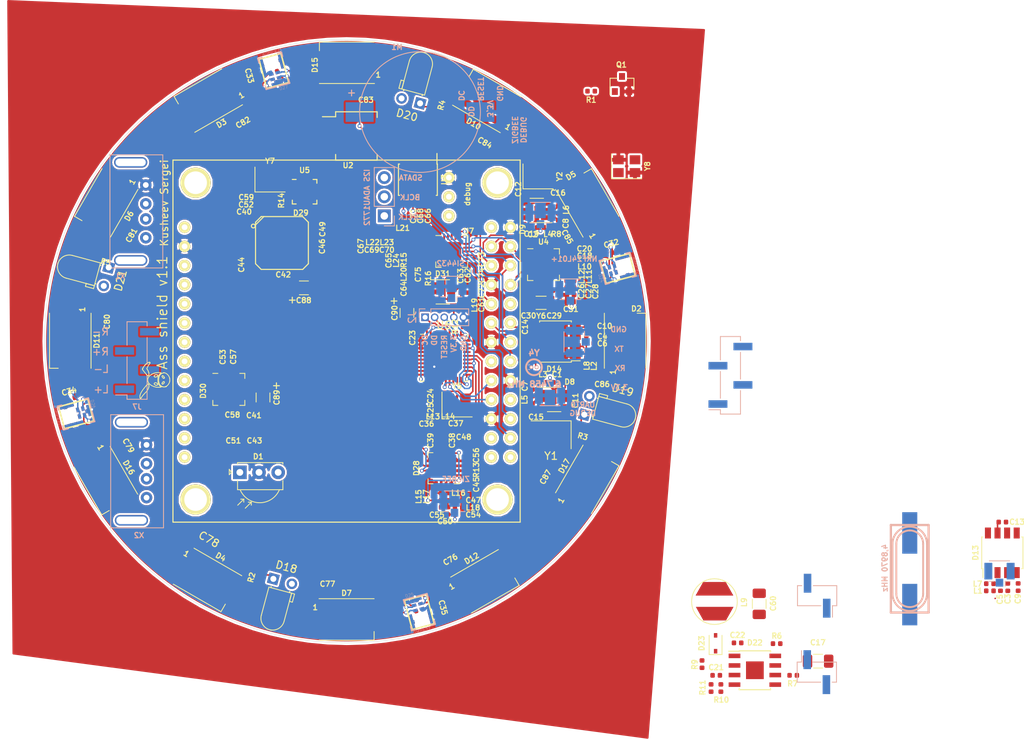
<source format=kicad_pcb>
(kicad_pcb (version 20171130) (host pcbnew 6.0.0-rc1-unknown-b491065~66~ubuntu16.04.1)
  (layers (0 F.Cu signal) (31 B.Cu signal) (34 B.Paste user hide) (35 F.Paste user hide) (36 B.SilkS user) (37 F.SilkS user hide) (38 B.Mask user hide) (39 F.Mask user hide) (44 Edge.Cuts user))
  (net 0 "")
  (net 1 "Net-(AE1-Pad1)")
  (net 2 "Net-(AE2-Pad1)")
  (net 3 "Net-(AE3-Pad1)")
  (net 4 "Net-(AE4-Pad1)")
  (net 5 GND)
  (net 6 "Net-(C5-Pad1)")
  (net 7 "Net-(C6-Pad1)")
  (net 8 "Net-(C7-Pad1)")
  (net 9 "Net-(C7-Pad2)")
  (net 10 "Net-(C8-Pad1)")
  (net 11 "Net-(C8-Pad2)")
  (net 12 "Net-(C9-Pad1)")
  (net 13 "Net-(C10-Pad1)")
  (net 14 "Net-(C11-Pad2)")
  (net 15 "Net-(C12-Pad2)")
  (net 16 "Net-(C13-Pad2)")
  (net 17 "Net-(C14-Pad2)")
  (net 18 "Net-(C15-Pad2)")
  (net 19 "Net-(C16-Pad2)")
  (net 20 +24V)
  (net 21 3,3V)
  (net 22 "Net-(C19-Pad1)")
  (net 23 "Net-(C21-Pad1)")
  (net 24 "Net-(C21-Pad2)")
  (net 25 "Net-(C22-Pad1)")
  (net 26 "Net-(C22-Pad2)")
  (net 27 "Net-(C23-Pad1)")
  (net 28 "Net-(C24-Pad2)")
  (net 29 "Net-(C25-Pad1)")
  (net 30 "Net-(C26-Pad2)")
  (net 31 "Net-(C28-Pad1)")
  (net 32 "Net-(C28-Pad2)")
  (net 33 "Net-(C29-Pad2)")
  (net 34 "Net-(C30-Pad2)")
  (net 35 "Net-(C36-Pad1)")
  (net 36 "Net-(C37-Pad1)")
  (net 37 "Net-(C38-Pad1)")
  (net 38 "Net-(C39-Pad1)")
  (net 39 "Net-(C47-Pad2)")
  (net 40 "Net-(C49-Pad2)")
  (net 41 "Net-(C50-Pad1)")
  (net 42 5V)
  (net 43 "Net-(C52-Pad2)")
  (net 44 "Net-(C53-Pad2)")
  (net 45 LL)
  (net 46 "Net-(C55-Pad2)")
  (net 47 LR)
  (net 48 "Net-(C57-Pad2)")
  (net 49 "Net-(C59-Pad2)")
  (net 50 "Net-(D1-Pad1)")
  (net 51 "Net-(D2-Pad4)")
  (net 52 "Net-(D3-Pad4)")
  (net 53 DIO1)
  (net 54 "Net-(D4-Pad4)")
  (net 55 DIO2)
  (net 56 "Net-(D10-Pad2)")
  (net 57 "Net-(D11-Pad2)")
  (net 58 "Net-(D12-Pad2)")
  (net 59 1RF315)
  (net 60 1RF433)
  (net 61 "Net-(D10-Pad4)")
  (net 62 "Net-(D11-Pad4)")
  (net 63 "Net-(D12-Pad4)")
  (net 64 2RF315)
  (net 65 "Net-(D13-Pad8)")
  (net 66 "Net-(D14-Pad8)")
  (net 67 2RF433)
  (net 68 WS2812)
  (net 69 "Net-(D18-Pad1)")
  (net 70 "Net-(D19-Pad1)")
  (net 71 "Net-(D20-Pad1)")
  (net 72 "Net-(D21-Pad1)")
  (net 73 "Net-(D22-Pad6)")
  (net 74 "Net-(D22-Pad4)")
  (net 75 "Net-(D22-Pad2)")
  (net 76 CLKD)
  (net 77 "Net-(D24-Pad5)")
  (net 78 "Net-(D26-Pad5)")
  (net 79 "Net-(D28-Pad5)")
  (net 80 "Net-(D28-Pad6)")
  (net 81 "Net-(D28-Pad7)")
  (net 82 "Net-(D28-Pad10)")
  (net 83 "Net-(D28-Pad11)")
  (net 84 "Net-(D28-Pad15)")
  (net 85 P1)
  (net 86 "Net-(D29-Pad38)")
  (net 87 SDA)
  (net 88 SCL)
  (net 89 MIC1N)
  (net 90 MIC1P)
  (net 91 P7)
  (net 92 "Net-(D30-Pad2)")
  (net 93 "Net-(D30-Pad5)")
  (net 94 P5)
  (net 95 "Net-(D30-Pad11)")
  (net 96 "Net-(D30-Pad14)")
  (net 97 P6)
  (net 98 DEBUG_DC)
  (net 99 RESET)
  (net 100 DEBUG_DD)
  (net 101 UART2_RX)
  (net 102 UART2_TX)
  (net 103 "Net-(L10-Pad1)")
  (net 104 "Net-(L10-Pad2)")
  (net 105 "Net-(L13-Pad1)")
  (net 106 "Net-(L14-Pad1)")
  (net 107 "Net-(Q1-Pad1)")
  (net 108 "Net-(Q1-Pad3)")
  (net 109 "Net-(R1-Pad2)")
  (net 110 "Net-(R8-Pad1)")
  (net 111 "Net-(R12-Pad1)")
  (net 112 "Net-(U1-Pad3)")
  (net 113 "Net-(U1-Pad4)")
  (net 114 "Net-(U1-Pad5)")
  (net 115 "Net-(U1-Pad6)")
  (net 116 UART_RX)
  (net 117 UART_TX)
  (net 118 MOSI)
  (net 119 MISO)
  (net 120 CE)
  (net 121 SCK)
  (net 122 CSN)
  (net 123 P0)
  (net 124 "Net-(C60-Pad2)")
  (net 125 "Net-(M1-Pad2)")
  (net 126 "Net-(D29-Pad31)")
  (net 127 "Net-(D29-Pad32)")
  (net 128 "Net-(D29-Pad33)")
  (net 129 "Net-(C61-Pad2)")
  (net 130 "Net-(C62-Pad2)")
  (net 131 "Net-(C63-Pad1)")
  (net 132 "Net-(C64-Pad2)")
  (net 133 "Net-(C64-Pad1)")
  (net 134 "Net-(C65-Pad2)")
  (net 135 "Net-(C65-Pad1)")
  (net 136 "Net-(C66-Pad2)")
  (net 137 "Net-(C67-Pad2)")
  (net 138 "Net-(C69-Pad2)")
  (net 139 "Net-(C70-Pad1)")
  (net 140 "Net-(C72-Pad2)")
  (net 141 "Net-(C75-Pad2)")
  (net 142 GPIO2)
  (net 143 GPIO1)
  (net 144 "Net-(R16-Pad1)")
  (net 145 "Net-(U7-Pad19)")
  (net 146 "Net-(U7-Pad18)")
  (net 147 NIRQ)
  (net 148 NSEL)
  (module Capacitor_SMD:C_1206_3216Metric (layer F.Cu) (at 108 96.26 270)
    (fp_text reference C90 (at 0 1.63 270) (layer F.SilkS) (effects (font (size 0.7 0.7))))
    (fp_text value CP)
    (pad 2 smd roundrect (at 1.4 0 270) (size 1.25 1.75) (layers F.Cu F.Paste F.Mask) (roundrect_rratio 0.2) (net 5 GND))
    (pad 1 smd roundrect (at -1.4 0 270) (size 1.25 1.75) (layers F.Cu F.Paste F.Mask) (roundrect_rratio 0.2) (net 21 3,3V))
  )
  (module Capacitor_SMD:C_1206_3216Metric (layer F.Cu) (at 88.93 107.47 270)
    (fp_text reference C89 (at 0 -1.82 270) (layer F.SilkS) (effects (font (size 0.7 0.7))))
    (fp_text value CP)
    (pad 2 smd roundrect (at 1.4 0 270) (size 1.25 1.75) (layers F.Cu F.Paste F.Mask) (roundrect_rratio 0.2) (net 5 GND))
    (pad 1 smd roundrect (at -1.4 0 270) (size 1.25 1.75) (layers F.Cu F.Paste F.Mask) (roundrect_rratio 0.2) (net 42 5V))
  )
  (module Capacitor_SMD:C_1206_3216Metric (layer F.Cu) (at 94.35 92.94)
    (fp_text reference C88 (at -0.03 1.66) (layer F.SilkS) (effects (font (size 0.7 0.7))))
    (fp_text value CP)
    (pad 2 smd roundrect (at 1.4 0) (size 1.25 1.75) (layers F.Cu F.Paste F.Mask) (roundrect_rratio 0.2) (net 5 GND))
    (pad 1 smd roundrect (at -1.4 0) (size 1.25 1.75) (layers F.Cu F.Paste F.Mask) (roundrect_rratio 0.2) (net 21 3,3V))
  )
  (module Capacitor_SMD:C_0402_1005Metric (layer F.Cu) (at 127.38 118.62 60)
    (fp_text reference C87 (at 0 -1.17 60) (layer F.SilkS) (effects (font (size 0.7 0.7))))
    (fp_text value "100 nF")
    (pad 2 smd roundrect (at 0.485 0 60) (size 0.59 0.64) (layers F.Cu F.Paste F.Mask) (net 5 GND))
    (pad 1 smd roundrect (at -0.485 0 60) (size 0.59 0.64) (layers F.Cu F.Paste F.Mask) (net 42 5V))
  )
  (module Capacitor_SMD:C_0402_1005Metric (layer F.Cu) (at 133.85 104.55 180)
    (fp_text reference C86 (at 0 -1.17 180) (layer F.SilkS) (effects (font (size 0.7 0.7))))
    (fp_text value "100 nF")
    (pad 2 smd roundrect (at 0.485 0 180) (size 0.59 0.64) (layers F.Cu F.Paste F.Mask) (net 5 GND))
    (pad 1 smd roundrect (at -0.485 0 180) (size 0.59 0.64) (layers F.Cu F.Paste F.Mask) (net 42 5V))
  )
  (module Capacitor_SMD:C_0402_1005Metric (layer F.Cu) (at 130.1 85.66 120)
    (fp_text reference C85 (at -0.006673 -1.008442 120) (layer F.SilkS) (effects (font (size 0.7 0.7))))
    (fp_text value "100 nF")
    (pad 2 smd roundrect (at 0.485 0 120) (size 0.59 0.64) (layers F.Cu F.Paste F.Mask) (net 5 GND))
    (pad 1 smd roundrect (at -0.485 0 120) (size 0.59 0.64) (layers F.Cu F.Paste F.Mask) (net 42 5V))
  )
  (module Capacitor_SMD:C_0402_1005Metric (layer F.Cu) (at 118.9 72.69 150)
    (fp_text reference C84 (at 0 -1.17 150) (layer F.SilkS) (effects (font (size 0.7 0.7))))
    (fp_text value "100 nF")
    (pad 2 smd roundrect (at 0.485 0 150) (size 0.59 0.64) (layers F.Cu F.Paste F.Mask) (net 5 GND))
    (pad 1 smd roundrect (at -0.485 0 150) (size 0.59 0.64) (layers F.Cu F.Paste F.Mask) (net 42 5V))
  )
  (module Capacitor_SMD:C_0402_1005Metric (layer F.Cu) (at 102.56 66.86 180)
    (fp_text reference C83 (at 0 -1.17 180) (layer F.SilkS) (effects (font (size 0.7 0.7))))
    (fp_text value "100 nF")
    (pad 2 smd roundrect (at 0.485 0 180) (size 0.59 0.64) (layers F.Cu F.Paste F.Mask) (net 5 GND))
    (pad 1 smd roundrect (at -0.485 0 180) (size 0.59 0.64) (layers F.Cu F.Paste F.Mask) (net 42 5V))
  )
  (module Capacitor_SMD:C_0402_1005Metric (layer F.Cu) (at 85.7 70.01 210)
    (fp_text reference C82 (at 0 -1.17 210) (layer F.SilkS) (effects (font (size 0.7 0.7))))
    (fp_text value "100 nF")
    (pad 2 smd roundrect (at 0.485 0 210) (size 0.59 0.64) (layers F.Cu F.Paste F.Mask) (net 5 GND))
    (pad 1 smd roundrect (at -0.485 0 210) (size 0.59 0.64) (layers F.Cu F.Paste F.Mask) (net 42 5V))
  )
  (module Capacitor_SMD:C_0402_1005Metric (layer F.Cu) (at 70.5 85.39 240)
    (fp_text reference C81 (at 0 -1.17 240) (layer F.SilkS) (effects (font (size 0.7 0.7))))
    (fp_text value "100 nF")
    (pad 2 smd roundrect (at 0.485 0 240) (size 0.59 0.64) (layers F.Cu F.Paste F.Mask) (net 5 GND))
    (pad 1 smd roundrect (at -0.485 0 240) (size 0.59 0.64) (layers F.Cu F.Paste F.Mask) (net 42 5V))
  )
  (module Capacitor_SMD:C_0402_1005Metric (layer F.Cu) (at 67.1 97.44 270)
    (fp_text reference C80 (at 0 -1.17 270) (layer F.SilkS) (effects (font (size 0.7 0.7))))
    (fp_text value "100 nF")
    (pad 2 smd roundrect (at 0.485 0 270) (size 0.59 0.64) (layers F.Cu F.Paste F.Mask) (net 5 GND))
    (pad 1 smd roundrect (at -0.485 0 270) (size 0.59 0.64) (layers F.Cu F.Paste F.Mask) (net 42 5V))
  )
  (module Capacitor_SMD:C_0402_1005Metric (layer F.Cu) (at 70.08 114.42 300)
    (fp_text reference C79 (at 0 -1.17 300) (layer F.SilkS) (effects (font (size 0.7 0.7))))
    (fp_text value "100 nF")
    (pad 2 smd roundrect (at 0.485 0 300) (size 0.59 0.64) (layers F.Cu F.Paste F.Mask) (net 5 GND))
    (pad 1 smd roundrect (at -0.485 0 300) (size 0.59 0.64) (layers F.Cu F.Paste F.Mask) (net 42 5V))
  )
  (module Capacitor_SMD:C_0402_1005Metric (layer F.Cu) (at 81.18 127.3 330)
    (fp_text reference C78 (at 0 -1.17 330) (layer F.SilkS))
    (fp_text value "100 nF")
    (pad 2 smd roundrect (at 0.485 0 330) (size 0.59 0.64) (layers F.Cu F.Paste F.Mask) (net 5 GND))
    (pad 1 smd roundrect (at -0.485 0 330) (size 0.59 0.64) (layers F.Cu F.Paste F.Mask) (net 42 5V))
  )
  (module Capacitor_SMD:C_0402_1005Metric (layer F.Cu) (at 97.48 133.36)
    (fp_text reference C77 (at 0 -1.17) (layer F.SilkS) (effects (font (size 0.7 0.7))))
    (fp_text value "100 nF")
    (pad 2 smd roundrect (at 0.485 0) (size 0.59 0.64) (layers F.Cu F.Paste F.Mask) (net 5 GND))
    (pad 1 smd roundrect (at -0.485 0) (size 0.59 0.64) (layers F.Cu F.Paste F.Mask) (net 42 5V))
  )
  (module Capacitor_SMD:C_0402_1005Metric (layer F.Cu) (at 114.34 129.99 30)
    (fp_text reference C76 (at 0 -1.17 30) (layer F.SilkS) (effects (font (size 0.7 0.7))))
    (fp_text value "100 nF")
    (pad 2 smd roundrect (at 0.485 0 30) (size 0.59 0.64) (layers F.Cu F.Paste F.Mask) (net 5 GND))
    (pad 1 smd roundrect (at -0.485 0 30) (size 0.59 0.64) (layers F.Cu F.Paste F.Mask) (net 42 5V))
  )
  (module imm:QFN-40-1EP_6x6mm_P0.5mm_EP4.6x4.6mm (layer F.Cu) (at 112.892993 102.200125)
    (fp_text reference U6 (at 0 -4.3) (layer F.SilkS))
    (fp_text value CC2530F)
    (pad 40 smd roundrect (at -2.25 -3.0375) (size 0.25 1) (layers F.Cu F.Paste F.Mask) (net 27 "Net-(C23-Pad1)"))
    (pad 39 smd roundrect (at -1.75 -3.0375) (size 0.25 1) (layers F.Cu F.Paste F.Mask) (net 21 3,3V))
    (pad 38 smd roundrect (at -1.25 -3.0375) (size 0.25 1) (layers F.Cu F.Paste F.Mask))
    (pad 37 smd roundrect (at -0.75 -3.0375) (size 0.25 1) (layers F.Cu F.Paste F.Mask))
    (pad 36 smd roundrect (at -0.25 -3.0375) (size 0.25 1) (layers F.Cu F.Paste F.Mask))
    (pad 35 smd roundrect (at 0.25 -3.0375) (size 0.25 1) (layers F.Cu F.Paste F.Mask) (net 98 DEBUG_DC))
    (pad 34 smd roundrect (at 0.75 -3.0375) (size 0.25 1) (layers F.Cu F.Paste F.Mask) (net 100 DEBUG_DD))
    (pad 33 smd roundrect (at 1.25 -3.0375) (size 0.25 1) (layers F.Cu F.Paste F.Mask))
    (pad 32 smd roundrect (at 1.75 -3.0375) (size 0.25 1) (layers F.Cu F.Paste F.Mask))
    (pad 31 smd roundrect (at 2.25 -3.0375) (size 0.25 1) (layers F.Cu F.Paste F.Mask) (net 21 3,3V))
    (pad 30 smd roundrect (at 3.0375 -2.25) (size 1 0.25) (layers F.Cu F.Paste F.Mask) (net 111 "Net-(R12-Pad1)"))
    (pad 29 smd roundrect (at 3.0375 -1.75) (size 1 0.25) (layers F.Cu F.Paste F.Mask) (net 21 3,3V))
    (pad 28 smd roundrect (at 3.0375 -1.25) (size 1 0.25) (layers F.Cu F.Paste F.Mask) (net 21 3,3V))
    (pad 27 smd roundrect (at 3.0375 -0.75) (size 1 0.25) (layers F.Cu F.Paste F.Mask) (net 21 3,3V))
    (pad 26 smd roundrect (at 3.0375 -0.25) (size 1 0.25) (layers F.Cu F.Paste F.Mask) (net 106 "Net-(L14-Pad1)"))
    (pad 25 smd roundrect (at 3.0375 0.25) (size 1 0.25) (layers F.Cu F.Paste F.Mask) (net 105 "Net-(L13-Pad1)"))
    (pad 24 smd roundrect (at 3.0375 0.75) (size 1 0.25) (layers F.Cu F.Paste F.Mask) (net 21 3,3V))
    (pad 23 smd roundrect (at 3.0375 1.25) (size 1 0.25) (layers F.Cu F.Paste F.Mask) (net 29 "Net-(C25-Pad1)"))
    (pad 22 smd roundrect (at 3.0375 1.75) (size 1 0.25) (layers F.Cu F.Paste F.Mask) (net 28 "Net-(C24-Pad2)"))
    (pad 21 smd roundrect (at 3.0375 2.25) (size 1 0.25) (layers F.Cu F.Paste F.Mask) (net 21 3,3V))
    (pad 20 smd roundrect (at 2.25 3.0375) (size 0.25 1) (layers F.Cu F.Paste F.Mask) (net 99 RESET))
    (pad 19 smd roundrect (at 1.75 3.0375) (size 0.25 1) (layers F.Cu F.Paste F.Mask))
    (pad 18 smd roundrect (at 1.25 3.0375) (size 0.25 1) (layers F.Cu F.Paste F.Mask))
    (pad 17 smd roundrect (at 0.75 3.0375) (size 0.25 1) (layers F.Cu F.Paste F.Mask) (net 116 UART_RX))
    (pad 16 smd roundrect (at 0.25 3.0375) (size 0.25 1) (layers F.Cu F.Paste F.Mask) (net 117 UART_TX))
    (pad 15 smd roundrect (at -0.25 3.0375) (size 0.25 1) (layers F.Cu F.Paste F.Mask))
    (pad 14 smd roundrect (at -0.75 3.0375) (size 0.25 1) (layers F.Cu F.Paste F.Mask))
    (pad 13 smd roundrect (at -1.25 3.0375) (size 0.25 1) (layers F.Cu F.Paste F.Mask))
    (pad 12 smd roundrect (at -1.75 3.0375) (size 0.25 1) (layers F.Cu F.Paste F.Mask) (net 81 "Net-(D28-Pad7)"))
    (pad 11 smd roundrect (at -2.25 3.0375) (size 0.25 1) (layers F.Cu F.Paste F.Mask))
    (pad 10 smd roundrect (at -3.0375 2.25) (size 1 0.25) (layers F.Cu F.Paste F.Mask) (net 21 3,3V))
    (pad 9 smd roundrect (at -3.0375 1.75) (size 1 0.25) (layers F.Cu F.Paste F.Mask) (net 79 "Net-(D28-Pad5)"))
    (pad 8 smd roundrect (at -3.0375 1.25) (size 1 0.25) (layers F.Cu F.Paste F.Mask))
    (pad 7 smd roundrect (at -3.0375 0.75) (size 1 0.25) (layers F.Cu F.Paste F.Mask))
    (pad 6 smd roundrect (at -3.0375 0.25) (size 1 0.25) (layers F.Cu F.Paste F.Mask) (net 80 "Net-(D28-Pad6)"))
    (pad 5 smd roundrect (at -3.0375 -0.25) (size 1 0.25) (layers F.Cu F.Paste F.Mask))
    (pad 4 smd roundrect (at -3.0375 -0.75) (size 1 0.25) (layers F.Cu F.Paste F.Mask) (net 5 GND))
    (pad 3 smd roundrect (at -3.0375 -1.25) (size 1 0.25) (layers F.Cu F.Paste F.Mask) (net 5 GND))
    (pad 2 smd roundrect (at -3.0375 -1.75) (size 1 0.25) (layers F.Cu F.Paste F.Mask) (net 5 GND))
    (pad 1 smd roundrect (at -3.0375 -2.25) (size 1 0.25) (layers F.Cu F.Paste F.Mask) (net 5 GND))
    (pad 41 smd roundrect (at 0 0) (size 4 4) (layers F.Cu F.Mask) (roundrect_rratio 0.05400000000000001) (net 5 GND))
  )
  (module imm:cr1220_smd (layer B.Cu) (at 109.73 63.63 180)
    (fp_text reference M1 (at 3.05 2.6 180) (layer B.SilkS) (effects (font (size 0.7 0.7)) (justify mirror)))
    (fp_text value CR1220SMD)
    (pad 1 smd rect (at -8 -6 180) (size 3.7 2.6) (layers B.Cu B.Paste B.Mask) (net 5 GND))
    (pad 2 smd rect (at 8 -6 180) (size 3.7 2.6) (layers B.Cu B.Paste B.Mask) (net 125 "Net-(M1-Pad2)"))
  )
  (module w_crystal:crystal_tc-26 (layer B.Cu) (at 124.83 103.46 180)
    (fp_text reference Y4 (at 0 1.9 180) (layer B.SilkS) (effects (font (size 0.8 0.8) (thickness 0.2)) (justify mirror)))
    (fp_text value "6,7458 MHz" (at 0 -2.25 180) (layer B.SilkS) (effects (font (size 0.8 0.8) (thickness 0.2)) (justify mirror)))
    (pad 2 thru_hole oval (at 0.35 0 180) (size 0.5 0.5) (drill 0.25) (layers *.Cu *.Mask B.SilkS) (net 5 GND))
    (pad 1 thru_hole oval (at -0.35 0 180) (size 0.5 0.5) (drill 0.25) (layers *.Cu *.Mask B.SilkS) (net 66 "Net-(D14-Pad8)"))
  )
  (module imm:LED_D3.0mm_Horizontal_O1.27mm_Z2.0mm_Clear (layer F.Cu) (at 68.49 90.23 255)
    (fp_text reference D21 (at 1.27 -1.96 255) (layer F.SilkS))
    (fp_text value LD271)
    (pad 2 thru_hole circle (at 2.54 0 255) (size 1.4 1.4) (drill 0.8) (layers *.Cu *.Mask) (net 42 5V))
    (pad 1 thru_hole rect (at 0 0 255) (size 1.4 1.4) (drill 0.8) (layers *.Cu *.Mask) (net 72 "Net-(D21-Pad1)"))
  )
  (module imm:LED_D3.0mm_Horizontal_O1.27mm_Z2.0mm_Clear (layer F.Cu) (at 109.74 68.48 165)
    (fp_text reference D20 (at 1.27 -1.96 165) (layer F.SilkS))
    (fp_text value LD271)
    (pad 2 thru_hole circle (at 2.54 0 165) (size 1.4 1.4) (drill 0.8) (layers *.Cu *.Mask) (net 42 5V))
    (pad 1 thru_hole rect (at 0 0 165) (size 1.4 1.4) (drill 0.8) (layers *.Cu *.Mask) (net 71 "Net-(D20-Pad1)"))
  )
  (module imm:LED_D3.0mm_Horizontal_O1.27mm_Z2.0mm_Clear (layer F.Cu) (at 131.51 109.75 75)
    (fp_text reference D19 (at 4.45406 4.065741 165) (layer F.SilkS))
    (fp_text value LD271)
    (pad 2 thru_hole circle (at 2.54 0 75) (size 1.4 1.4) (drill 0.8) (layers *.Cu *.Mask) (net 42 5V))
    (pad 1 thru_hole rect (at 0 0 75) (size 1.4 1.4) (drill 0.8) (layers *.Cu *.Mask) (net 70 "Net-(D19-Pad1)"))
  )
  (module imm:LED_D3.0mm_Horizontal_O1.27mm_Z2.0mm_Clear (layer F.Cu) (at 90.3 131.52 345)
    (fp_text reference D18 (at 1.27 -1.96 345) (layer F.SilkS))
    (fp_text value LD271)
    (pad 2 thru_hole circle (at 2.54 0 345) (size 1.4 1.4) (drill 0.8) (layers *.Cu *.Mask) (net 42 5V))
    (pad 1 thru_hole rect (at 0 0 345) (size 1.4 1.4) (drill 0.8) (layers *.Cu *.Mask) (net 69 "Net-(D18-Pad1)"))
  )
  (module Capacitor_SMD:C_0402_1005Metric (layer F.Cu) (at 129.65 94.78)
    (fp_text reference C31 (at 0.06 0.98) (layer F.SilkS) (effects (font (size 0.7 0.7))))
    (fp_text value "1 pF")
    (pad 2 smd roundrect (at 0.485 0) (size 0.59 0.64) (layers F.Cu F.Paste F.Mask) (net 31 "Net-(C28-Pad1)"))
    (pad 1 smd roundrect (at -0.485 0) (size 0.59 0.64) (layers F.Cu F.Paste F.Mask) (net 5 GND))
  )
  (module Connector_PinHeader_1.27mm:PinHeader_1x05_P1.27mm_Vertical (layer B.Cu) (at 110.4 96.84 270)
    (fp_text reference J2 (at 0 1.695 270) (layer B.SilkS) (effects (justify mirror)))
    (fp_text value DEBUG)
    (pad 5 thru_hole oval (at 0 -5.08 270) (size 1 1) (drill 0.65) (layers *.Cu *.Mask) (net 5 GND))
    (pad 4 thru_hole oval (at 0 -3.81 270) (size 1 1) (drill 0.65) (layers *.Cu *.Mask) (net 21 3,3V))
    (pad 3 thru_hole oval (at 0 -2.54 270) (size 1 1) (drill 0.65) (layers *.Cu *.Mask) (net 99 RESET))
    (pad 2 thru_hole oval (at 0 -1.27 270) (size 1 1) (drill 0.65) (layers *.Cu *.Mask) (net 100 DEBUG_DD))
    (pad 1 thru_hole rect (at 0 0 270) (size 1 1) (drill 0.65) (layers *.Cu *.Mask) (net 98 DEBUG_DC))
  )
  (module Crystal:Crystal_SMD_3225-4Pin_3.2x2.5mm (layer F.Cu) (at 125.37 78.16)
    (fp_text reference Y2 (at 2.842008 0.020104 90) (layer F.SilkS) (effects (font (size 0.7 0.7))))
    (fp_text value "13,5600 MHz")
    (pad 4 smd rect (at -1.1 -0.85) (size 1.4 1.2) (layers F.Cu F.Paste F.Mask) (net 5 GND))
    (pad 3 smd rect (at 1.1 -0.85) (size 1.4 1.2) (layers F.Cu F.Paste F.Mask) (net 19 "Net-(C16-Pad2)"))
    (pad 2 smd rect (at 1.1 0.85) (size 1.4 1.2) (layers F.Cu F.Paste F.Mask) (net 5 GND))
    (pad 1 smd rect (at -1.1 0.85) (size 1.4 1.2) (layers F.Cu F.Paste F.Mask) (net 15 "Net-(C12-Pad2)"))
  )
  (module Crystal:Crystal_SMD_5032-4Pin_5.0x3.2mm (layer F.Cu) (at 127.1 112.42 180)
    (fp_text reference Y1 (at 0 -2.8 180) (layer F.SilkS))
    (fp_text value "9,84375 MHz")
    (pad 4 smd rect (at -1.65 -1 180) (size 1.6 1.3) (layers F.Cu F.Paste F.Mask) (net 5 GND))
    (pad 3 smd rect (at 1.65 -1 180) (size 1.6 1.3) (layers F.Cu F.Paste F.Mask) (net 18 "Net-(C15-Pad2)"))
    (pad 2 smd rect (at 1.65 1 180) (size 1.6 1.3) (layers F.Cu F.Paste F.Mask) (net 5 GND))
    (pad 1 smd rect (at -1.65 1 180) (size 1.6 1.3) (layers F.Cu F.Paste F.Mask) (net 14 "Net-(C11-Pad2)"))
  )
  (module imm:ADMP421_2 (layer F.Cu) (at 90.1 63.2 195)
    (fp_text reference D27 (at -0.68326 -3.50266 195) (layer B.SilkS) (effects (font (size 0.4064 0.4064) (thickness 0.0254))))
    (fp_text value ADMP421 (at -0.44958 1.46558 195) (layer B.SilkS) (effects (font (size 0.4064 0.4064) (thickness 0.0254))))
    (pad 1 smd rect (at 0.449601 -2.048681 15) (size 0.59944 0.39878) (layers B.Cu B.Paste B.Mask) (net 76 CLKD))
    (pad 3 smd rect (at 1.229381 -0.057321 15) (size 0.34798 1.89992) (layers B.Cu B.Paste B.Mask) (net 5 GND))
    (pad 3 smd rect (at 0.000021 -2.726861 15) (size 1.4986 0.34798) (layers B.Cu B.Paste B.Mask) (net 5 GND))
    (pad 5 smd rect (at -0.449559 -2.04868 15) (size 0.59944 0.39878) (layers B.Cu B.Paste B.Mask) (net 78 "Net-(D26-Pad5)"))
    (pad 3 smd rect (at -1.229339 -0.057321 15) (size 0.34798 1.89992) (layers B.Cu B.Paste B.Mask) (net 5 GND))
    (pad 4 smd rect (at -0.449559 -1.347641 15) (size 0.59944 0.39878) (layers B.Cu B.Paste B.Mask) (net 21 3,3V))
    (pad 2 smd rect (at 0.449601 -1.347641 15) (size 0.59944 0.39878) (layers B.Cu B.Paste B.Mask) (net 5 GND))
    (pad "" np_thru_hole circle (at 0 0 195) (size 1.5 1.5) (drill 1.5) (layers *.Cu *.Mask))
    (pad 3 smd rect (at 1.22936 -0.05842 195) (size 0.34798 1.89992) (layers F.Cu F.Paste F.Mask) (net 5 GND))
    (pad 3 smd rect (at -1.22936 -0.05842 195) (size 0.34798 1.89992) (layers F.Cu F.Paste F.Mask) (net 5 GND))
    (pad 5 smd rect (at 0.44958 -2.04978 195) (size 0.59944 0.39878) (layers F.Cu F.Paste F.Mask) (net 78 "Net-(D26-Pad5)"))
    (pad 4 smd rect (at 0.44958 -1.34874 195) (size 0.59944 0.39878) (layers F.Cu F.Paste F.Mask) (net 21 3,3V))
    (pad 3 smd rect (at 0 -2.72796 195) (size 1.4986 0.34798) (layers F.Cu F.Paste F.Mask) (net 5 GND))
    (pad 2 smd rect (at -0.44958 -1.34874 195) (size 0.59944 0.39878) (layers F.Cu F.Paste F.Mask) (net 5 GND))
    (pad 1 smd rect (at -0.44958 -2.04978 195) (size 0.59944 0.39878) (layers F.Cu F.Paste F.Mask) (net 76 CLKD))
  )
  (module imm:ADMP421_2 (layer F.Cu) (at 63.2 109.9 285)
    (fp_text reference D26 (at -0.68326 -3.50266 285) (layer B.SilkS) (effects (font (size 0.4064 0.4064) (thickness 0.0254))))
    (fp_text value ADMP421 (at -0.44958 1.46558 285) (layer B.SilkS) (effects (font (size 0.4064 0.4064) (thickness 0.0254))))
    (pad 1 smd rect (at 0.449601 -2.048681 105) (size 0.59944 0.39878) (layers B.Cu B.Paste B.Mask) (net 76 CLKD))
    (pad 3 smd rect (at 1.229381 -0.057321 105) (size 0.34798 1.89992) (layers B.Cu B.Paste B.Mask) (net 5 GND))
    (pad 3 smd rect (at 0.000021 -2.726861 105) (size 1.4986 0.34798) (layers B.Cu B.Paste B.Mask) (net 5 GND))
    (pad 5 smd rect (at -0.449559 -2.04868 105) (size 0.59944 0.39878) (layers B.Cu B.Paste B.Mask) (net 78 "Net-(D26-Pad5)"))
    (pad 3 smd rect (at -1.229339 -0.057321 105) (size 0.34798 1.89992) (layers B.Cu B.Paste B.Mask) (net 5 GND))
    (pad 4 smd rect (at -0.449559 -1.347641 105) (size 0.59944 0.39878) (layers B.Cu B.Paste B.Mask) (net 21 3,3V))
    (pad 2 smd rect (at 0.449601 -1.347641 105) (size 0.59944 0.39878) (layers B.Cu B.Paste B.Mask) (net 21 3,3V))
    (pad "" np_thru_hole circle (at 0 0 285) (size 1.5 1.5) (drill 1.5) (layers *.Cu *.Mask))
    (pad 3 smd rect (at 1.22936 -0.05842 285) (size 0.34798 1.89992) (layers F.Cu F.Paste F.Mask) (net 5 GND))
    (pad 3 smd rect (at -1.22936 -0.05842 285) (size 0.34798 1.89992) (layers F.Cu F.Paste F.Mask) (net 5 GND))
    (pad 5 smd rect (at 0.44958 -2.04978 285) (size 0.59944 0.39878) (layers F.Cu F.Paste F.Mask) (net 78 "Net-(D26-Pad5)"))
    (pad 4 smd rect (at 0.44958 -1.34874 285) (size 0.59944 0.39878) (layers F.Cu F.Paste F.Mask) (net 21 3,3V))
    (pad 3 smd rect (at 0 -2.72796 285) (size 1.4986 0.34798) (layers F.Cu F.Paste F.Mask) (net 5 GND))
    (pad 2 smd rect (at -0.44958 -1.34874 285) (size 0.59944 0.39878) (layers F.Cu F.Paste F.Mask) (net 21 3,3V))
    (pad 1 smd rect (at -0.44958 -2.04978 285) (size 0.59944 0.39878) (layers F.Cu F.Paste F.Mask) (net 76 CLKD))
  )
  (module imm:ADMP421_2 (layer F.Cu) (at 109.9 136.9 15)
    (fp_text reference D25 (at -0.68326 -3.50266 15) (layer B.SilkS) (effects (font (size 0.4064 0.4064) (thickness 0.0254))))
    (fp_text value ADMP421 (at -0.44958 1.46558 15) (layer B.SilkS) (effects (font (size 0.4064 0.4064) (thickness 0.0254))))
    (pad 1 smd rect (at 0.449601 -2.048681 195) (size 0.59944 0.39878) (layers B.Cu B.Paste B.Mask) (net 76 CLKD))
    (pad 3 smd rect (at 1.229381 -0.057321 195) (size 0.34798 1.89992) (layers B.Cu B.Paste B.Mask) (net 5 GND))
    (pad 3 smd rect (at 0.000021 -2.726861 195) (size 1.4986 0.34798) (layers B.Cu B.Paste B.Mask) (net 5 GND))
    (pad 5 smd rect (at -0.449559 -2.04868 195) (size 0.59944 0.39878) (layers B.Cu B.Paste B.Mask) (net 77 "Net-(D24-Pad5)"))
    (pad 3 smd rect (at -1.229339 -0.057321 195) (size 0.34798 1.89992) (layers B.Cu B.Paste B.Mask) (net 5 GND))
    (pad 4 smd rect (at -0.449559 -1.347641 195) (size 0.59944 0.39878) (layers B.Cu B.Paste B.Mask) (net 21 3,3V))
    (pad 2 smd rect (at 0.449601 -1.347641 195) (size 0.59944 0.39878) (layers B.Cu B.Paste B.Mask) (net 5 GND))
    (pad "" np_thru_hole circle (at 0 0 15) (size 1.5 1.5) (drill 1.5) (layers *.Cu *.Mask))
    (pad 3 smd rect (at 1.22936 -0.05842 15) (size 0.34798 1.89992) (layers F.Cu F.Paste F.Mask) (net 5 GND))
    (pad 3 smd rect (at -1.22936 -0.05842 15) (size 0.34798 1.89992) (layers F.Cu F.Paste F.Mask) (net 5 GND))
    (pad 5 smd rect (at 0.44958 -2.04978 15) (size 0.59944 0.39878) (layers F.Cu F.Paste F.Mask) (net 77 "Net-(D24-Pad5)"))
    (pad 4 smd rect (at 0.44958 -1.34874 15) (size 0.59944 0.39878) (layers F.Cu F.Paste F.Mask) (net 21 3,3V))
    (pad 3 smd rect (at 0 -2.72796 15) (size 1.4986 0.34798) (layers F.Cu F.Paste F.Mask) (net 5 GND))
    (pad 2 smd rect (at -0.44958 -1.34874 15) (size 0.59944 0.39878) (layers F.Cu F.Paste F.Mask) (net 5 GND))
    (pad 1 smd rect (at -0.44958 -2.04978 15) (size 0.59944 0.39878) (layers F.Cu F.Paste F.Mask) (net 76 CLKD))
  )
  (module imm:ADMP421_2 (layer F.Cu) (at 136.9 90.1 105)
    (fp_text reference D24 (at -0.68326 -3.50266 105) (layer B.SilkS) (effects (font (size 0.4064 0.4064) (thickness 0.0254))))
    (fp_text value ADMP421 (at -0.44958 1.46558 105) (layer B.SilkS) (effects (font (size 0.4064 0.4064) (thickness 0.0254))))
    (pad 1 smd rect (at 0.449601 -2.048681 285) (size 0.59944 0.39878) (layers B.Cu B.Paste B.Mask) (net 76 CLKD))
    (pad 3 smd rect (at 1.229381 -0.057321 285) (size 0.34798 1.89992) (layers B.Cu B.Paste B.Mask) (net 5 GND))
    (pad 3 smd rect (at 0.000021 -2.726861 285) (size 1.4986 0.34798) (layers B.Cu B.Paste B.Mask) (net 5 GND))
    (pad 5 smd rect (at -0.449559 -2.04868 285) (size 0.59944 0.39878) (layers B.Cu B.Paste B.Mask) (net 77 "Net-(D24-Pad5)"))
    (pad 3 smd rect (at -1.229339 -0.057321 285) (size 0.34798 1.89992) (layers B.Cu B.Paste B.Mask) (net 5 GND))
    (pad 4 smd rect (at -0.449559 -1.347641 285) (size 0.59944 0.39878) (layers B.Cu B.Paste B.Mask) (net 21 3,3V))
    (pad 2 smd rect (at 0.449601 -1.347641 285) (size 0.59944 0.39878) (layers B.Cu B.Paste B.Mask) (net 21 3,3V))
    (pad "" np_thru_hole circle (at 0 0 105) (size 1.5 1.5) (drill 1.5) (layers *.Cu *.Mask))
    (pad 3 smd rect (at 1.22936 -0.05842 105) (size 0.34798 1.89992) (layers F.Cu F.Paste F.Mask) (net 5 GND))
    (pad 3 smd rect (at -1.22936 -0.05842 105) (size 0.34798 1.89992) (layers F.Cu F.Paste F.Mask) (net 5 GND))
    (pad 5 smd rect (at 0.44958 -2.04978 105) (size 0.59944 0.39878) (layers F.Cu F.Paste F.Mask) (net 77 "Net-(D24-Pad5)"))
    (pad 4 smd rect (at 0.44958 -1.34874 105) (size 0.59944 0.39878) (layers F.Cu F.Paste F.Mask) (net 21 3,3V))
    (pad 3 smd rect (at 0 -2.72796 105) (size 1.4986 0.34798) (layers F.Cu F.Paste F.Mask) (net 5 GND))
    (pad 2 smd rect (at -0.44958 -1.34874 105) (size 0.59944 0.39878) (layers F.Cu F.Paste F.Mask) (net 21 3,3V))
    (pad 1 smd rect (at -0.44958 -2.04978 105) (size 0.59944 0.39878) (layers F.Cu F.Paste F.Mask) (net 76 CLKD))
  )
  (module w_crystal:hc-49_smd (layer B.Cu) (at 174.61 130.1798 90)
    (fp_text reference Y3 hide)
    (fp_text value "4,8970 MHz" (at 0.0998 -3.3 90) (layer B.SilkS) (effects (font (size 0.7 0.7) (thickness 0.1524)) (justify mirror)))
    (pad 2 smd rect (at 4.7498 0 90) (size 5.4991 1.99898) (layers B.Cu B.Paste B.Mask) (net 5 GND))
    (pad 1 smd rect (at -4.7498 0 90) (size 5.4991 1.99898) (layers B.Cu B.Paste B.Mask) (net 65 "Net-(D13-Pad8)"))
  )
  (module imm:Crystal_SMD_3215-2Pin_3.2x1.5mm (layer F.Cu) (at 125.77 94.92)
    (fp_text reference Y6 (at 0.01 1.74 180) (layer F.SilkS) (effects (font (size 0.7 0.7))))
    (fp_text value "16 MHz")
    (pad 2 smd rect (at -1.25 0) (size 1 1.8) (layers F.Cu F.Paste F.Mask) (net 34 "Net-(C30-Pad2)"))
    (pad 1 smd rect (at 1.25 0) (size 1 1.8) (layers F.Cu F.Paste F.Mask) (net 33 "Net-(C29-Pad2)"))
  )
  (module Connector_Coaxial:U.FL_Hirose_U.FL-R-SMT-1_Vertical (layer B.Cu) (at 113.89 93.24 90)
    (fp_text reference J9 hide)
    (fp_text value Conn_Coaxial)
    (pad 2 smd rect (at 0.475 1.475 90) (size 2.2 1.05) (layers B.Cu B.Paste B.Mask) (net 5 GND))
    (pad 1 smd rect (at -1.05 0 90) (size 1.05 1) (layers B.Cu B.Paste B.Mask) (net 129 "Net-(C61-Pad2)"))
    (pad 2 smd rect (at 0.475 -1.475 90) (size 2.2 1.05) (layers B.Cu B.Paste B.Mask) (net 5 GND))
  )
  (module imm:OPiZero4 (layer F.Cu) (at 77 124)
    (fp_text reference U1 hide)
    (fp_text value OPiZero)
    (fp_text user debug (at 39 -43.5 90) (layer F.SilkS) (effects (font (size 0.7 0.7))))
    (pad "" thru_hole circle (at 43 -45) (size 4 4) (drill 3) (layers *.Cu *.Mask F.SilkS))
    (pad 1 thru_hole circle (at 1.54 -39.1) (size 1.524 1.524) (drill 0.762) (layers *.Cu *.Mask F.SilkS) (net 42 5V))
    (pad 2 thru_hole circle (at 1.54 -36.56) (size 1.524 1.524) (drill 0.762) (layers *.Cu *.Mask F.SilkS) (net 5 GND))
    (pad 3 thru_hole circle (at 1.54 -34.02) (size 1.524 1.524) (drill 0.762) (layers *.Cu *.Mask F.SilkS) (net 112 "Net-(U1-Pad3)"))
    (pad 4 thru_hole circle (at 1.54 -31.48) (size 1.524 1.524) (drill 0.762) (layers *.Cu *.Mask F.SilkS) (net 113 "Net-(U1-Pad4)"))
    (pad 5 thru_hole circle (at 1.54 -28.94) (size 1.524 1.524) (drill 0.762) (layers *.Cu *.Mask F.SilkS) (net 114 "Net-(U1-Pad5)"))
    (pad 6 thru_hole circle (at 1.54 -26.4) (size 1.524 1.524) (drill 0.762) (layers *.Cu *.Mask F.SilkS) (net 115 "Net-(U1-Pad6)"))
    (pad 7 thru_hole circle (at 1.54 -23.86) (size 1.524 1.524) (drill 0.762) (layers *.Cu *.Mask F.SilkS) (net 47 LR))
    (pad 8 thru_hole circle (at 1.54 -21.32) (size 1.524 1.524) (drill 0.762) (layers *.Cu *.Mask F.SilkS) (net 45 LL))
    (pad 9 thru_hole circle (at 1.54 -18.78) (size 1.524 1.524) (drill 0.762) (layers *.Cu *.Mask F.SilkS))
    (pad 10 thru_hole circle (at 1.54 -16.24) (size 1.524 1.524) (drill 0.762) (layers *.Cu *.Mask F.SilkS))
    (pad 11 thru_hole circle (at 1.54 -13.7) (size 1.524 1.524) (drill 0.762) (layers *.Cu *.Mask F.SilkS) (net 90 MIC1P))
    (pad 12 thru_hole circle (at 1.54 -11.16) (size 1.524 1.524) (drill 0.762) (layers *.Cu *.Mask F.SilkS) (net 89 MIC1N))
    (pad 13 thru_hole circle (at 1.54 -8.62) (size 1.524 1.524) (drill 0.762) (layers *.Cu *.Mask F.SilkS) (net 50 "Net-(D1-Pad1)"))
    (pad 101 thru_hole circle (at 44.72 -8.62) (size 1.524 1.524) (drill 0.762) (layers *.Cu *.Mask F.SilkS) (net 21 3,3V))
    (pad 102 thru_hole circle (at 42.18 -8.62) (size 1.524 1.524) (drill 0.762) (layers *.Cu *.Mask F.SilkS) (net 42 5V))
    (pad 103 thru_hole circle (at 44.72 -11.16) (size 1.524 1.524) (drill 0.762) (layers *.Cu *.Mask F.SilkS) (net 87 SDA))
    (pad 104 thru_hole circle (at 42.18 -11.16) (size 1.524 1.524) (drill 0.762) (layers *.Cu *.Mask F.SilkS) (net 42 5V))
    (pad 105 thru_hole circle (at 44.72 -13.7) (size 1.524 1.524) (drill 0.762) (layers *.Cu *.Mask F.SilkS) (net 88 SCL))
    (pad 106 thru_hole circle (at 42.18 -13.7) (size 1.524 1.524) (drill 0.762) (layers *.Cu *.Mask F.SilkS) (net 5 GND))
    (pad 107 thru_hole circle (at 44.72 -16.24) (size 1.524 1.524) (drill 0.762) (layers *.Cu *.Mask F.SilkS) (net 68 WS2812))
    (pad 108 thru_hole circle (at 42.18 -16.24) (size 1.524 1.524) (drill 0.762) (layers *.Cu *.Mask F.SilkS) (net 116 UART_RX))
    (pad 109 thru_hole circle (at 44.72 -18.78) (size 1.524 1.524) (drill 0.762) (layers *.Cu *.Mask F.SilkS) (net 5 GND))
    (pad 110 thru_hole circle (at 42.18 -18.78) (size 1.524 1.524) (drill 0.762) (layers *.Cu *.Mask F.SilkS) (net 117 UART_TX))
    (pad 111 thru_hole circle (at 44.72 -21.32) (size 1.524 1.524) (drill 0.762) (layers *.Cu *.Mask F.SilkS) (net 148 NSEL))
    (pad 112 thru_hole circle (at 42.18 -21.32) (size 1.524 1.524) (drill 0.762) (layers *.Cu *.Mask F.SilkS) (net 64 2RF315))
    (pad 113 thru_hole circle (at 44.72 -23.86) (size 1.524 1.524) (drill 0.762) (layers *.Cu *.Mask F.SilkS) (net 147 NIRQ))
    (pad 114 thru_hole circle (at 42.18 -23.86) (size 1.524 1.524) (drill 0.762) (layers *.Cu *.Mask F.SilkS) (net 5 GND))
    (pad 115 thru_hole circle (at 44.72 -26.4) (size 1.524 1.524) (drill 0.762) (layers *.Cu *.Mask F.SilkS) (net 67 2RF433))
    (pad 116 thru_hole circle (at 42.18 -26.4) (size 1.524 1.524) (drill 0.762) (layers *.Cu *.Mask F.SilkS) (net 59 1RF315))
    (pad 117 thru_hole circle (at 44.72 -28.94) (size 1.524 1.524) (drill 0.762) (layers *.Cu *.Mask F.SilkS) (net 21 3,3V))
    (pad 118 thru_hole circle (at 42.18 -28.94) (size 1.524 1.524) (drill 0.762) (layers *.Cu *.Mask F.SilkS) (net 60 1RF433))
    (pad 119 thru_hole circle (at 44.72 -31.48) (size 1.524 1.524) (drill 0.762) (layers *.Cu *.Mask F.SilkS) (net 118 MOSI))
    (pad 120 thru_hole circle (at 42.18 -31.48) (size 1.524 1.524) (drill 0.762) (layers *.Cu *.Mask F.SilkS) (net 5 GND))
    (pad 121 thru_hole circle (at 44.72 -34.02) (size 1.524 1.524) (drill 0.762) (layers *.Cu *.Mask F.SilkS) (net 119 MISO))
    (pad 122 thru_hole circle (at 42.18 -34.02) (size 1.524 1.524) (drill 0.762) (layers *.Cu *.Mask F.SilkS) (net 120 CE))
    (pad 123 thru_hole circle (at 44.72 -36.56) (size 1.524 1.524) (drill 0.762) (layers *.Cu *.Mask F.SilkS) (net 121 SCK))
    (pad 124 thru_hole circle (at 42.18 -36.56) (size 1.524 1.524) (drill 0.762) (layers *.Cu *.Mask F.SilkS) (net 122 CSN))
    (pad 125 thru_hole circle (at 44.72 -39.1) (size 1.524 1.524) (drill 0.762) (layers *.Cu *.Mask F.SilkS) (net 5 GND))
    (pad 126 thru_hole circle (at 42.18 -39.1) (size 1.524 1.524) (drill 0.762) (layers *.Cu *.Mask F.SilkS) (net 109 "Net-(R1-Pad2)"))
    (pad 201 thru_hole circle (at 36.56 -45.68) (size 1.524 1.524) (drill 0.762) (layers *.Cu *.Mask F.SilkS) (net 5 GND))
    (pad 202 thru_hole circle (at 36.56 -43.14) (size 1.524 1.524) (drill 0.762) (layers *.Cu *.Mask F.SilkS) (net 101 UART2_RX))
    (pad 203 thru_hole circle (at 36.56 -40.6) (size 1.524 1.524) (drill 0.762) (layers *.Cu *.Mask F.SilkS) (net 102 UART2_TX))
    (pad "" thru_hole circle (at 3 -45) (size 4 4) (drill 3) (layers *.Cu *.Mask F.SilkS))
    (pad "" thru_hole circle (at 3 -3) (size 4 4) (drill 3) (layers *.Cu *.Mask F.SilkS))
    (pad "" thru_hole circle (at 43 -3) (size 4 4) (drill 3) (layers *.Cu *.Mask F.SilkS))
  )
  (module Crystal:Crystal_SMD_3225-4Pin_3.2x2.5mm (layer F.Cu) (at 137.11 76.81)
    (fp_text reference Y8 (at 2.75 0 90) (layer F.SilkS) (effects (font (size 0.7 0.7))))
    (fp_text value Crystal_GND24)
    (pad 4 smd rect (at -1.1 -0.85) (size 1.4 1.2) (layers F.Cu F.Paste F.Mask) (net 5 GND))
    (pad 3 smd rect (at 1.1 -0.85) (size 1.4 1.2) (layers F.Cu F.Paste F.Mask) (net 146 "Net-(U7-Pad18)"))
    (pad 2 smd rect (at 1.1 0.85) (size 1.4 1.2) (layers F.Cu F.Paste F.Mask) (net 5 GND))
    (pad 1 smd rect (at -1.1 0.85) (size 1.4 1.2) (layers F.Cu F.Paste F.Mask) (net 145 "Net-(U7-Pad19)"))
  )
  (module Package_DFN_QFN:QFN-20-1EP_4x4mm_P0.5mm_EP2.5x2.5mm (layer F.Cu) (at 113.93 88.11)
    (fp_text reference U7 (at 2.25 -2.7) (layer F.SilkS) (effects (font (size 0.7 0.7))))
    (fp_text value SI4432-B1-FMR)
    (pad 20 smd roundrect (at -1 -1.9375) (size 0.25 0.825) (layers F.Cu F.Paste F.Mask))
    (pad 19 smd roundrect (at -0.5 -1.9375) (size 0.25 0.825) (layers F.Cu F.Paste F.Mask) (net 145 "Net-(U7-Pad19)"))
    (pad 18 smd roundrect (at 0 -1.9375) (size 0.25 0.825) (layers F.Cu F.Paste F.Mask) (net 146 "Net-(U7-Pad18)"))
    (pad 17 smd roundrect (at 0.5 -1.9375) (size 0.25 0.825) (layers F.Cu F.Paste F.Mask) (net 147 NIRQ))
    (pad 16 smd roundrect (at 1 -1.9375) (size 0.25 0.825) (layers F.Cu F.Paste F.Mask) (net 148 NSEL))
    (pad 15 smd roundrect (at 1.9375 -1) (size 0.825 0.25) (layers F.Cu F.Paste F.Mask) (net 121 SCK))
    (pad 14 smd roundrect (at 1.9375 -0.5) (size 0.825 0.25) (layers F.Cu F.Paste F.Mask) (net 118 MOSI))
    (pad 13 smd roundrect (at 1.9375 0) (size 0.825 0.25) (layers F.Cu F.Paste F.Mask) (net 119 MISO))
    (pad 12 smd roundrect (at 1.9375 0.5) (size 0.825 0.25) (layers F.Cu F.Paste F.Mask) (net 136 "Net-(C66-Pad2)"))
    (pad 11 smd roundrect (at 1.9375 1) (size 0.825 0.25) (layers F.Cu F.Paste F.Mask))
    (pad 10 smd roundrect (at 1 1.9375) (size 0.25 0.825) (layers F.Cu F.Paste F.Mask) (net 140 "Net-(C72-Pad2)"))
    (pad 9 smd roundrect (at 0.5 1.9375) (size 0.25 0.825) (layers F.Cu F.Paste F.Mask) (net 142 GPIO2))
    (pad 8 smd roundrect (at 0 1.9375) (size 0.25 0.825) (layers F.Cu F.Paste F.Mask) (net 143 GPIO1))
    (pad 7 smd roundrect (at -0.5 1.9375) (size 0.25 0.825) (layers F.Cu F.Paste F.Mask) (net 144 "Net-(R16-Pad1)"))
    (pad 6 smd roundrect (at -1 1.9375) (size 0.25 0.825) (layers F.Cu F.Paste F.Mask) (net 5 GND))
    (pad 5 smd roundrect (at -1.9375 1) (size 0.825 0.25) (layers F.Cu F.Paste F.Mask))
    (pad 4 smd roundrect (at -1.9375 0.5) (size 0.825 0.25) (layers F.Cu F.Paste F.Mask) (net 141 "Net-(C75-Pad2)"))
    (pad 3 smd roundrect (at -1.9375 0) (size 0.825 0.25) (layers F.Cu F.Paste F.Mask) (net 135 "Net-(C65-Pad1)"))
    (pad 2 smd roundrect (at -1.9375 -0.5) (size 0.825 0.25) (layers F.Cu F.Paste F.Mask) (net 139 "Net-(C70-Pad1)"))
    (pad 1 smd roundrect (at -1.9375 -1) (size 0.825 0.25) (layers F.Cu F.Paste F.Mask) (net 136 "Net-(C66-Pad2)"))
    (pad 21 smd roundrect (at 0 0) (size 2.5 2.5) (layers F.Cu F.Mask) (roundrect_rratio 0.1) (net 5 GND))
  )
  (module Resistor_SMD:R_0402_1005Metric (layer F.Cu) (at 112.265 91.19 180)
    (fp_text reference R16 (at 1.45 -0.5 270) (layer F.SilkS) (effects (font (size 0.7 0.7))))
    (fp_text value 100k)
    (pad 2 smd roundrect (at 0.485 0 180) (size 0.59 0.64) (layers F.Cu F.Paste F.Mask) (net 5 GND))
    (pad 1 smd roundrect (at -0.485 0 180) (size 0.59 0.64) (layers F.Cu F.Paste F.Mask) (net 144 "Net-(R16-Pad1)"))
  )
  (module Resistor_SMD:R_0402_1005Metric (layer F.Cu) (at 108.58 89.26 270)
    (fp_text reference R15 (at 0 1 270) (layer F.SilkS) (effects (font (size 0.7 0.7))))
    (fp_text value 50R)
    (pad 2 smd roundrect (at 0.485 0 270) (size 0.59 0.64) (layers F.Cu F.Paste F.Mask) (net 5 GND))
    (pad 1 smd roundrect (at -0.485 0 270) (size 0.59 0.64) (layers F.Cu F.Paste F.Mask) (net 135 "Net-(C65-Pad1)"))
  )
  (module Inductor_SMD:L_0402_1005Metric (layer F.Cu) (at 110.48 89.26 270)
    (fp_text reference L24 (at 0.05 3.9 90) (layer F.SilkS) (effects (font (size 0.7 0.7))))
    (fp_text value "33 nH")
    (pad 2 smd roundrect (at 0.485 0 270) (size 0.59 0.64) (layers F.Cu F.Paste F.Mask) (net 141 "Net-(C75-Pad2)"))
    (pad 1 smd roundrect (at -0.485 0 270) (size 0.59 0.64) (layers F.Cu F.Paste F.Mask) (net 135 "Net-(C65-Pad1)"))
  )
  (module Inductor_SMD:L_0402_1005Metric (layer F.Cu) (at 110.03 86.91)
    (fp_text reference L23 (at -4.7 0) (layer F.SilkS) (effects (font (size 0.7 0.7))))
    (fp_text value "270 nH")
    (pad 2 smd roundrect (at 0.485 0) (size 0.59 0.64) (layers F.Cu F.Paste F.Mask) (net 139 "Net-(C70-Pad1)"))
    (pad 1 smd roundrect (at -0.485 0) (size 0.59 0.64) (layers F.Cu F.Paste F.Mask) (net 136 "Net-(C66-Pad2)"))
  )
  (module Inductor_SMD:L_0402_1005Metric (layer F.Cu) (at 108.18 86.91 180)
    (fp_text reference L22 (at 4.75 0 180) (layer F.SilkS) (effects (font (size 0.7 0.7))))
    (fp_text value "11 nH")
    (pad 2 smd roundrect (at 0.485 0 180) (size 0.59 0.64) (layers F.Cu F.Paste F.Mask) (net 135 "Net-(C65-Pad1)"))
    (pad 1 smd roundrect (at -0.485 0 180) (size 0.59 0.64) (layers F.Cu F.Paste F.Mask) (net 138 "Net-(C69-Pad2)"))
  )
  (module Inductor_SMD:L_0402_1005Metric (layer F.Cu) (at 107.43 85.96)
    (fp_text reference L21 (at 0 -0.95) (layer F.SilkS) (effects (font (size 0.7 0.7))))
    (fp_text value "24 nH")
    (pad 2 smd roundrect (at 0.485 0) (size 0.59 0.64) (layers F.Cu F.Paste F.Mask) (net 138 "Net-(C69-Pad2)"))
    (pad 1 smd roundrect (at -0.485 0) (size 0.59 0.64) (layers F.Cu F.Paste F.Mask) (net 137 "Net-(C67-Pad2)"))
  )
  (module Inductor_SMD:L_0402_1005Metric (layer F.Cu) (at 108.58 91.145 90)
    (fp_text reference L20 (at 0 -1 90) (layer F.SilkS) (effects (font (size 0.7 0.7))))
    (fp_text value "24 nH")
    (pad 2 smd roundrect (at 0.485 0 90) (size 0.59 0.64) (layers F.Cu F.Paste F.Mask) (net 137 "Net-(C67-Pad2)"))
    (pad 1 smd roundrect (at -0.485 0 90) (size 0.59 0.64) (layers F.Cu F.Paste F.Mask) (net 133 "Net-(C64-Pad1)"))
  )
  (module Inductor_SMD:L_0402_1005Metric (layer F.Cu) (at 115.14 95.01 90)
    (fp_text reference L19 (at -0.23 1.82 90) (layer F.SilkS) (effects (font (size 0.7 0.7))))
    (fp_text value "18 nH")
    (pad 2 smd roundrect (at 0.485 0 90) (size 0.59 0.64) (layers F.Cu F.Paste F.Mask) (net 130 "Net-(C62-Pad2)"))
    (pad 1 smd roundrect (at -0.485 0 90) (size 0.59 0.64) (layers F.Cu F.Paste F.Mask) (net 129 "Net-(C61-Pad2)"))
  )
  (module Package_TO_SOT_SMD:SOT-23-6 (layer F.Cu) (at 112.75 93.47)
    (fp_text reference D31 (at 0 -2.4 180) (layer F.SilkS) (effects (font (size 0.7 0.7))))
    (fp_text value UPG2214TB)
    (pad 5 smd rect (at 1.1 0) (size 1.06 0.65) (layers F.Cu F.Paste F.Mask) (net 131 "Net-(C63-Pad1)"))
    (pad 6 smd rect (at 1.1 -0.95) (size 1.06 0.65) (layers F.Cu F.Paste F.Mask) (net 142 GPIO2))
    (pad 4 smd rect (at 1.1 0.95) (size 1.06 0.65) (layers F.Cu F.Paste F.Mask) (net 143 GPIO1))
    (pad 3 smd rect (at -1.1 0.95) (size 1.06 0.65) (layers F.Cu F.Paste F.Mask) (net 132 "Net-(C64-Pad2)"))
    (pad 2 smd rect (at -1.1 0) (size 1.06 0.65) (layers F.Cu F.Paste F.Mask) (net 5 GND))
    (pad 1 smd rect (at -1.1 -0.95) (size 1.06 0.65) (layers F.Cu F.Paste F.Mask) (net 134 "Net-(C65-Pad2)"))
  )
  (module Capacitor_SMD:C_0402_1005Metric (layer F.Cu) (at 110.48 91.11 90)
    (fp_text reference C75 (at -0.05 -1 90) (layer F.SilkS) (effects (font (size 0.7 0.7))))
    (fp_text value "4,7 pF")
    (pad 2 smd roundrect (at 0.485 0 90) (size 0.59 0.64) (layers F.Cu F.Paste F.Mask) (net 141 "Net-(C75-Pad2)"))
    (pad 1 smd roundrect (at -0.485 0 90) (size 0.59 0.64) (layers F.Cu F.Paste F.Mask) (net 5 GND))
  )
  (module Capacitor_SMD:C_0402_1005Metric (layer F.Cu) (at 117.01 91.23 270)
    (fp_text reference C74 (at 0.06 -0.9 270) (layer F.SilkS) (effects (font (size 0.7 0.7))))
    (fp_text value "1 µF")
    (pad 2 smd roundrect (at 0.485 0 270) (size 0.59 0.64) (layers F.Cu F.Paste F.Mask) (net 140 "Net-(C72-Pad2)"))
    (pad 1 smd roundrect (at -0.485 0 270) (size 0.59 0.64) (layers F.Cu F.Paste F.Mask) (net 5 GND))
  )
  (module Capacitor_SMD:C_0402_1005Metric (layer F.Cu) (at 117.01 89.37 90)
    (fp_text reference C73 (at 0.2 0.9 90) (layer F.SilkS) (effects (font (size 0.7 0.7))))
    (fp_text value "100 nF")
    (pad 2 smd roundrect (at 0.485 0 90) (size 0.59 0.64) (layers F.Cu F.Paste F.Mask) (net 136 "Net-(C66-Pad2)"))
    (pad 1 smd roundrect (at -0.485 0 90) (size 0.59 0.64) (layers F.Cu F.Paste F.Mask) (net 5 GND))
  )
  (module Capacitor_SMD:C_0402_1005Metric (layer F.Cu) (at 117.01 93.11 90)
    (fp_text reference C72 (at -0.18 0.91 90) (layer F.SilkS) (effects (font (size 0.7 0.7))))
    (fp_text value "100 pF")
    (pad 2 smd roundrect (at 0.485 0 90) (size 0.59 0.64) (layers F.Cu F.Paste F.Mask) (net 140 "Net-(C72-Pad2)"))
    (pad 1 smd roundrect (at -0.485 0 90) (size 0.59 0.64) (layers F.Cu F.Paste F.Mask) (net 5 GND))
  )
  (module Capacitor_SMD:C_0402_1005Metric (layer F.Cu) (at 108.83 85.468491 270)
    (fp_text reference C71 (at -2.058491 -0.016683 270) (layer F.SilkS) (effects (font (size 0.7 0.7))))
    (fp_text value "33 pF")
    (pad 2 smd roundrect (at 0.485 0 270) (size 0.59 0.64) (layers F.Cu F.Paste F.Mask) (net 136 "Net-(C66-Pad2)"))
    (pad 1 smd roundrect (at -0.485 0 270) (size 0.59 0.64) (layers F.Cu F.Paste F.Mask) (net 5 GND))
  )
  (module Capacitor_SMD:C_0402_1005Metric (layer F.Cu) (at 110.03 87.86 180)
    (fp_text reference C70 (at 4.7 -0.05 180) (layer F.SilkS) (effects (font (size 0.7 0.7))))
    (fp_text value "120 pF")
    (pad 2 smd roundrect (at 0.485 0 180) (size 0.59 0.64) (layers F.Cu F.Paste F.Mask) (net 138 "Net-(C69-Pad2)"))
    (pad 1 smd roundrect (at -0.485 0 180) (size 0.59 0.64) (layers F.Cu F.Paste F.Mask) (net 139 "Net-(C70-Pad1)"))
  )
  (module Capacitor_SMD:C_0402_1005Metric (layer F.Cu) (at 108.18 87.86)
    (fp_text reference C69 (at -4.85 0.05) (layer F.SilkS) (effects (font (size 0.7 0.7))))
    (fp_text value "12 pF")
    (pad 2 smd roundrect (at 0.485 0) (size 0.59 0.64) (layers F.Cu F.Paste F.Mask) (net 138 "Net-(C69-Pad2)"))
    (pad 1 smd roundrect (at -0.485 0) (size 0.59 0.64) (layers F.Cu F.Paste F.Mask) (net 135 "Net-(C65-Pad1)"))
  )
  (module Capacitor_SMD:C_0402_1005Metric (layer F.Cu) (at 109.78 85.46 270)
    (fp_text reference C68 (at -2.058491 -0.016683 270) (layer F.SilkS) (effects (font (size 0.7 0.7))))
    (fp_text value "100 pF")
    (pad 2 smd roundrect (at 0.485 0 270) (size 0.59 0.64) (layers F.Cu F.Paste F.Mask) (net 136 "Net-(C66-Pad2)"))
    (pad 1 smd roundrect (at -0.485 0 270) (size 0.59 0.64) (layers F.Cu F.Paste F.Mask) (net 5 GND))
  )
  (module Capacitor_SMD:C_0402_1005Metric (layer F.Cu) (at 106.78 87.41 90)
    (fp_text reference C67 (at 0 -4.9 90) (layer F.SilkS) (effects (font (size 0.7 0.7))))
    (fp_text value "6,8 pF")
    (pad 2 smd roundrect (at 0.485 0 90) (size 0.59 0.64) (layers F.Cu F.Paste F.Mask) (net 137 "Net-(C67-Pad2)"))
    (pad 1 smd roundrect (at -0.485 0 90) (size 0.59 0.64) (layers F.Cu F.Paste F.Mask) (net 135 "Net-(C65-Pad1)"))
  )
  (module Capacitor_SMD:C_0402_1005Metric (layer F.Cu) (at 110.763317 85.468491 270)
    (fp_text reference C66 (at -2.058491 -0.016683 270) (layer F.SilkS) (effects (font (size 0.7 0.7))))
    (fp_text value "100 nF")
    (pad 2 smd roundrect (at 0.485 0 270) (size 0.59 0.64) (layers F.Cu F.Paste F.Mask) (net 136 "Net-(C66-Pad2)"))
    (pad 1 smd roundrect (at -0.485 0 270) (size 0.59 0.64) (layers F.Cu F.Paste F.Mask) (net 5 GND))
  )
  (module Capacitor_SMD:C_0402_1005Metric (layer F.Cu) (at 109.53 89.26 270)
    (fp_text reference C65 (at 0.05 3.95 270) (layer F.SilkS) (effects (font (size 0.7 0.7))))
    (fp_text value "10 pF")
    (pad 2 smd roundrect (at 0.485 0 270) (size 0.59 0.64) (layers F.Cu F.Paste F.Mask) (net 134 "Net-(C65-Pad2)"))
    (pad 1 smd roundrect (at -0.485 0 270) (size 0.59 0.64) (layers F.Cu F.Paste F.Mask) (net 135 "Net-(C65-Pad1)"))
  )
  (module Capacitor_SMD:C_0402_1005Metric (layer F.Cu) (at 108.58 93.01 270)
    (fp_text reference C64 (at 0.05 1 270) (layer F.SilkS) (effects (font (size 0.7 0.7))))
    (fp_text value "270 pF")
    (pad 2 smd roundrect (at 0.485 0 270) (size 0.59 0.64) (layers F.Cu F.Paste F.Mask) (net 132 "Net-(C64-Pad2)"))
    (pad 1 smd roundrect (at -0.485 0 270) (size 0.59 0.64) (layers F.Cu F.Paste F.Mask) (net 133 "Net-(C64-Pad1)"))
  )
  (module Capacitor_SMD:C_0402_1005Metric (layer F.Cu) (at 115.14 93.11 270)
    (fp_text reference C63 (at -1.75 0.03 90) (layer F.SilkS) (effects (font (size 0.7 0.7))))
    (fp_text value "270 pF")
    (pad 2 smd roundrect (at 0.485 0 270) (size 0.59 0.64) (layers F.Cu F.Paste F.Mask) (net 130 "Net-(C62-Pad2)"))
    (pad 1 smd roundrect (at -0.485 0 270) (size 0.59 0.64) (layers F.Cu F.Paste F.Mask) (net 131 "Net-(C63-Pad1)"))
  )
  (module Capacitor_SMD:C_0402_1005Metric (layer F.Cu) (at 116.08 93.09 270)
    (fp_text reference C62 (at -1.79 0.02 270) (layer F.SilkS) (effects (font (size 0.7 0.7))))
    (fp_text value "8,2 pF")
    (pad 2 smd roundrect (at 0.485 0 270) (size 0.59 0.64) (layers F.Cu F.Paste F.Mask) (net 130 "Net-(C62-Pad2)"))
    (pad 1 smd roundrect (at -0.485 0 270) (size 0.59 0.64) (layers F.Cu F.Paste F.Mask) (net 5 GND))
  )
  (module Capacitor_SMD:C_0402_1005Metric (layer F.Cu) (at 116.09 95.01 270)
    (fp_text reference C61 (at 0.15 -1.79 270) (layer F.SilkS) (effects (font (size 0.7 0.7))))
    (fp_text value "8,2 pF")
    (pad 2 smd roundrect (at 0.485 0 270) (size 0.59 0.64) (layers F.Cu F.Paste F.Mask) (net 129 "Net-(C61-Pad2)"))
    (pad 1 smd roundrect (at -0.485 0 270) (size 0.59 0.64) (layers F.Cu F.Paste F.Mask) (net 5 GND))
  )
  (module Connector_Coaxial:U.FL_Hirose_U.FL-R-SMT-1_Vertical (layer B.Cu) (at 125.689298 83.44158 90)
    (fp_text reference AE4 hide)
    (fp_text value Antenna)
    (pad 2 smd rect (at 0.475 1.475 90) (size 2.2 1.05) (layers B.Cu B.Paste B.Mask) (net 5 GND))
    (pad 1 smd rect (at -1.05 0 90) (size 1.05 1) (layers B.Cu B.Paste B.Mask) (net 4 "Net-(AE4-Pad1)"))
    (pad 2 smd rect (at 0.475 -1.475 90) (size 2.2 1.05) (layers B.Cu B.Paste B.Mask) (net 5 GND))
  )
  (module Connector_Coaxial:U.FL_Hirose_U.FL-R-SMT-1_Vertical (layer B.Cu) (at 186.500377 130.966881 90)
    (fp_text reference AE1 hide)
    (fp_text value Antenna)
    (pad 2 smd rect (at 0.475 -1.475 90) (size 2.2 1.05) (layers B.Cu B.Paste B.Mask) (net 5 GND))
    (pad 1 smd rect (at -1.05 0 90) (size 1.05 1) (layers B.Cu B.Paste B.Mask) (net 1 "Net-(AE1-Pad1)"))
    (pad 2 smd rect (at 0.475 1.475 90) (size 2.2 1.05) (layers B.Cu B.Paste B.Mask) (net 5 GND))
  )
  (module Connector_Coaxial:U.FL_Hirose_U.FL-R-SMT-1_Vertical (layer B.Cu) (at 130.64 100.1 180)
    (fp_text reference AE2 hide)
    (fp_text value Antenna)
    (pad 2 smd rect (at 0.475 1.475 180) (size 2.2 1.05) (layers B.Cu B.Paste B.Mask) (net 5 GND))
    (pad 1 smd rect (at -1.05 0 180) (size 1.05 1) (layers B.Cu B.Paste B.Mask) (net 2 "Net-(AE2-Pad1)"))
    (pad 2 smd rect (at 0.475 -1.475 180) (size 2.2 1.05) (layers B.Cu B.Paste B.Mask) (net 5 GND))
  )
  (module Connector_Coaxial:U.FL_Hirose_U.FL-R-SMT-1_Vertical (layer B.Cu) (at 126.95 106.72 270)
    (fp_text reference AE3 hide)
    (fp_text value Antenna)
    (pad 2 smd rect (at 0.475 -1.475 270) (size 2.2 1.05) (layers B.Cu B.Paste B.Mask) (net 5 GND))
    (pad 1 smd rect (at -1.05 0 270) (size 1.05 1) (layers B.Cu B.Paste B.Mask) (net 3 "Net-(AE3-Pad1)"))
    (pad 2 smd rect (at 0.475 1.475 270) (size 2.2 1.05) (layers B.Cu B.Paste B.Mask) (net 5 GND))
  )
  (module Package_SO:SO-8_5.3x6.2mm_P1.27mm (layer F.Cu) (at 101.3 72.8)
    (fp_text reference U2 (at -1.1 3.9) (layer F.SilkS) (effects (font (size 0.7 0.7))))
    (fp_text value DS3231M)
    (pad 1 smd rect (at -3.7 -1.905) (size 1.75 0.55) (layers F.Cu F.Paste F.Mask))
    (pad 2 smd rect (at -3.7 -0.635) (size 1.75 0.55) (layers F.Cu F.Paste F.Mask) (net 21 3,3V))
    (pad 3 smd rect (at -3.7 0.635) (size 1.75 0.55) (layers F.Cu F.Paste F.Mask))
    (pad 4 smd rect (at -3.7 1.905) (size 1.75 0.55) (layers F.Cu F.Paste F.Mask))
    (pad 5 smd rect (at 3.7 1.905) (size 1.75 0.55) (layers F.Cu F.Paste F.Mask) (net 5 GND))
    (pad 6 smd rect (at 3.7 0.635) (size 1.75 0.55) (layers F.Cu F.Paste F.Mask) (net 125 "Net-(M1-Pad2)"))
    (pad 7 smd rect (at 3.7 -0.635) (size 1.75 0.55) (layers F.Cu F.Paste F.Mask) (net 87 SDA))
    (pad 8 smd rect (at 3.7 -1.905) (size 1.75 0.55) (layers F.Cu F.Paste F.Mask) (net 88 SCL))
  )
  (module Connector_PinSocket_2.54mm:PinSocket_1x03_P2.54mm_Vertical (layer B.Cu) (at 105 83.4)
    (fp_text reference J6 hide)
    (fp_text value i2s)
    (pad 1 thru_hole rect (at 0 0) (size 1.7 1.7) (drill 1) (layers *.Cu *.Mask) (net 126 "Net-(D29-Pad31)"))
    (pad 2 thru_hole oval (at 0 -2.54) (size 1.7 1.7) (drill 1) (layers *.Cu *.Mask) (net 127 "Net-(D29-Pad32)"))
    (pad 3 thru_hole oval (at 0 -5.08) (size 1.7 1.7) (drill 1) (layers *.Cu *.Mask) (net 128 "Net-(D29-Pad33)"))
  )
  (module Capacitor_SMD:C_1206_3216Metric (layer F.Cu) (at 154.67 134.83 90)
    (fp_text reference C60 (at 0.05 1.85 90) (layer F.SilkS) (effects (font (size 0.7 0.7))))
    (fp_text value "22 µF 6,3V")
    (pad 1 smd roundrect (at -1.4 0 90) (size 1.25 1.75) (layers F.Cu F.Paste F.Mask) (roundrect_rratio 0.2) (net 5 GND))
    (pad 2 smd roundrect (at 1.4 0 90) (size 1.25 1.75) (layers F.Cu F.Paste F.Mask) (roundrect_rratio 0.2) (net 124 "Net-(C60-Pad2)"))
  )
  (module Package_SO:SOIC-8-1EP_3.9x4.9mm_P1.27mm_EP2.35x2.35mm (layer F.Cu) (at 154.094834 143.63401)
    (fp_text reference D22 (at 0.000166 -3.65401) (layer F.SilkS) (effects (font (size 0.7 0.7))))
    (fp_text value MP1584)
    (pad 1 smd rect (at -2.7 -1.905) (size 1.55 0.6) (layers F.Cu F.Paste F.Mask) (net 25 "Net-(C22-Pad1)"))
    (pad 2 smd rect (at -2.7 -0.635) (size 1.55 0.6) (layers F.Cu F.Paste F.Mask) (net 75 "Net-(D22-Pad2)"))
    (pad 3 smd rect (at -2.7 0.635) (size 1.55 0.6) (layers F.Cu F.Paste F.Mask) (net 23 "Net-(C21-Pad1)"))
    (pad 4 smd rect (at -2.7 1.905) (size 1.55 0.6) (layers F.Cu F.Paste F.Mask) (net 74 "Net-(D22-Pad4)"))
    (pad 5 smd rect (at 2.7 1.905) (size 1.55 0.6) (layers F.Cu F.Paste F.Mask) (net 5 GND))
    (pad 6 smd rect (at 2.7 0.635) (size 1.55 0.6) (layers F.Cu F.Paste F.Mask) (net 73 "Net-(D22-Pad6)"))
    (pad 7 smd rect (at 2.7 -0.635) (size 1.55 0.6) (layers F.Cu F.Paste F.Mask) (net 20 +24V))
    (pad 8 smd rect (at 2.7 -1.905) (size 1.55 0.6) (layers F.Cu F.Paste F.Mask) (net 26 "Net-(C22-Pad2)"))
    (pad 9 smd rect (at 0 0) (size 2.35 2.35) (layers F.Cu F.Mask) (net 5 GND))
  )
  (module Crystal:Crystal_SMD_3225-4Pin_3.2x2.5mm (layer F.Cu) (at 114.64 108.4)
    (fp_text reference Y5 (at 0 -2.45) (layer F.SilkS) (effects (font (size 0.7 0.7))))
    (fp_text value "32 MHz")
    (pad 1 smd rect (at -1.1 0.85) (size 1.4 1.2) (layers F.Cu F.Paste F.Mask) (net 29 "Net-(C25-Pad1)"))
    (pad 2 smd rect (at 1.1 0.85) (size 1.4 1.2) (layers F.Cu F.Paste F.Mask) (net 5 GND))
    (pad 3 smd rect (at 1.1 -0.85) (size 1.4 1.2) (layers F.Cu F.Paste F.Mask) (net 28 "Net-(C24-Pad2)"))
    (pad 4 smd rect (at -1.1 -0.85) (size 1.4 1.2) (layers F.Cu F.Paste F.Mask) (net 5 GND))
  )
  (module Crystal:Crystal_SMD_3225-4Pin_3.2x2.5mm (layer F.Cu) (at 89.86 78.58)
    (fp_text reference Y7 (at 0 -2.45) (layer F.SilkS) (effects (font (size 0.7 0.7))))
    (fp_text value "32 MHz")
    (pad 1 smd rect (at -1.1 0.85) (size 1.4 1.2) (layers F.Cu F.Paste F.Mask) (net 43 "Net-(C52-Pad2)"))
    (pad 2 smd rect (at 1.1 0.85) (size 1.4 1.2) (layers F.Cu F.Paste F.Mask) (net 5 GND))
    (pad 3 smd rect (at 1.1 -0.85) (size 1.4 1.2) (layers F.Cu F.Paste F.Mask) (net 49 "Net-(C59-Pad2)"))
    (pad 4 smd rect (at -1.1 -0.85) (size 1.4 1.2) (layers F.Cu F.Paste F.Mask) (net 5 GND))
  )
  (module Capacitor_SMD:C_0402_1005Metric (layer F.Cu) (at 127.88 105.47 180)
    (fp_text reference C1 (at 0 1.05 180) (layer F.SilkS) (effects (font (size 0.7 0.7))))
    (fp_text value "6,8 pF")
    (pad 2 smd roundrect (at 0.485 0 180) (size 0.59 0.64) (layers F.Cu F.Paste F.Mask) (net 3 "Net-(AE3-Pad1)"))
    (pad 1 smd roundrect (at -0.485 0 180) (size 0.59 0.64) (layers F.Cu F.Paste F.Mask) (net 5 GND))
  )
  (module Capacitor_SMD:C_0402_1005Metric (layer F.Cu) (at 124.769298 84.93158)
    (fp_text reference C2 (at -0.117992 0.930104) (layer F.SilkS) (effects (font (size 0.7 0.7))))
    (fp_text value "4,7 pF")
    (pad 2 smd roundrect (at 0.485 0) (size 0.59 0.64) (layers F.Cu F.Paste F.Mask) (net 4 "Net-(AE4-Pad1)"))
    (pad 1 smd roundrect (at -0.485 0) (size 0.59 0.64) (layers F.Cu F.Paste F.Mask) (net 5 GND))
  )
  (module Capacitor_SMD:C_0402_1005Metric (layer F.Cu) (at 187.600377 132.616881 90)
    (fp_text reference C3 (at -1.56 -0.01 90) (layer F.SilkS) (effects (font (size 0.7 0.7))))
    (fp_text value "6,8 pF")
    (pad 1 smd roundrect (at -0.485 0 90) (size 0.59 0.64) (layers F.Cu F.Paste F.Mask) (net 1 "Net-(AE1-Pad1)"))
    (pad 2 smd roundrect (at 0.485 0 90) (size 0.59 0.64) (layers F.Cu F.Paste F.Mask) (net 5 GND))
  )
  (module Capacitor_SMD:C_0402_1005Metric (layer F.Cu) (at 132.25 99.32 180)
    (fp_text reference C4 (at -1.63 -0.06 180) (layer F.SilkS) (effects (font (size 0.7 0.7))))
    (fp_text value "6,8 pF")
    (pad 1 smd roundrect (at -0.485 0 180) (size 0.59 0.64) (layers F.Cu F.Paste F.Mask) (net 2 "Net-(AE2-Pad1)"))
    (pad 2 smd roundrect (at 0.485 0 180) (size 0.59 0.64) (layers F.Cu F.Paste F.Mask) (net 5 GND))
  )
  (module Capacitor_SMD:C_0402_1005Metric (layer F.Cu) (at 186.630377 132.616881 270)
    (fp_text reference C5 (at 1.615 0.075 270) (layer F.SilkS) (effects (font (size 0.7 0.7))))
    (fp_text value "1,5 pF")
    (pad 2 smd roundrect (at 0.485 0 270) (size 0.59 0.64) (layers F.Cu F.Paste F.Mask) (net 1 "Net-(AE1-Pad1)"))
    (pad 1 smd roundrect (at -0.485 0 270) (size 0.59 0.64) (layers F.Cu F.Paste F.Mask) (net 6 "Net-(C5-Pad1)"))
  )
  (module Capacitor_SMD:C_0402_1005Metric (layer F.Cu) (at 132.25 100.28)
    (fp_text reference C6 (at 1.63 0.04) (layer F.SilkS) (effects (font (size 0.7 0.7))))
    (fp_text value "1,5 pF")
    (pad 2 smd roundrect (at 0.485 0) (size 0.59 0.64) (layers F.Cu F.Paste F.Mask) (net 2 "Net-(AE2-Pad1)"))
    (pad 1 smd roundrect (at -0.485 0) (size 0.59 0.64) (layers F.Cu F.Paste F.Mask) (net 7 "Net-(C6-Pad1)"))
  )
  (module Capacitor_SMD:C_0402_1005Metric (layer F.Cu) (at 124.62 105.93 90)
    (fp_text reference C7 (at -0.04 -1 90) (layer F.SilkS) (effects (font (size 0.7 0.7))))
    (fp_text value "10 pF")
    (pad 1 smd roundrect (at -0.485 0 90) (size 0.59 0.64) (layers F.Cu F.Paste F.Mask) (net 8 "Net-(C7-Pad1)"))
    (pad 2 smd roundrect (at 0.485 0 90) (size 0.59 0.64) (layers F.Cu F.Paste F.Mask) (net 9 "Net-(C7-Pad2)"))
  )
  (module Capacitor_SMD:C_0402_1005Metric (layer F.Cu) (at 128.059298 84.47658 270)
    (fp_text reference C8 (at -0.07658 -0.980702 270) (layer F.SilkS) (effects (font (size 0.7 0.7))))
    (fp_text value "12 pF")
    (pad 1 smd roundrect (at -0.485 0 270) (size 0.59 0.64) (layers F.Cu F.Paste F.Mask) (net 10 "Net-(C8-Pad1)"))
    (pad 2 smd roundrect (at 0.485 0 270) (size 0.59 0.64) (layers F.Cu F.Paste F.Mask) (net 11 "Net-(C8-Pad2)"))
  )
  (module Capacitor_SMD:C_0402_1005Metric (layer F.Cu) (at 188.970377 132.606881 270)
    (fp_text reference C9 (at 1.55 0.03 270) (layer F.SilkS) (effects (font (size 0.7 0.7))))
    (fp_text value "47 nF")
    (pad 2 smd roundrect (at 0.485 0 270) (size 0.59 0.64) (layers F.Cu F.Paste F.Mask) (net 5 GND))
    (pad 1 smd roundrect (at -0.485 0 270) (size 0.59 0.64) (layers F.Cu F.Paste F.Mask) (net 12 "Net-(C9-Pad1)"))
  )
  (module Capacitor_SMD:C_0402_1005Metric (layer F.Cu) (at 132.21 97.97)
    (fp_text reference C10 (at 1.97 0.03) (layer F.SilkS) (effects (font (size 0.7 0.7))))
    (fp_text value "47 nF")
    (pad 2 smd roundrect (at 0.485 0) (size 0.59 0.64) (layers F.Cu F.Paste F.Mask) (net 5 GND))
    (pad 1 smd roundrect (at -0.485 0) (size 0.59 0.64) (layers F.Cu F.Paste F.Mask) (net 13 "Net-(C10-Pad1)"))
  )
  (module Capacitor_SMD:C_0402_1005Metric (layer F.Cu) (at 128.98 110.03 180)
    (fp_text reference C11 (at -1.35 2.15 270) (layer F.SilkS) (effects (font (size 0.7 0.7))))
    (fp_text value "18 pF")
    (pad 2 smd roundrect (at 0.485 0 180) (size 0.59 0.64) (layers F.Cu F.Paste F.Mask) (net 14 "Net-(C11-Pad2)"))
    (pad 1 smd roundrect (at -0.485 0 180) (size 0.59 0.64) (layers F.Cu F.Paste F.Mask) (net 5 GND))
  )
  (module Capacitor_SMD:C_0402_1005Metric (layer F.Cu) (at 124.194298 80.38158)
    (fp_text reference C12 (at -1.442992 -0.519896 90) (layer F.SilkS) (effects (font (size 0.7 0.7))))
    (fp_text value "18 pF")
    (pad 2 smd roundrect (at 0.485 0) (size 0.59 0.64) (layers F.Cu F.Paste F.Mask) (net 15 "Net-(C12-Pad2)"))
    (pad 1 smd roundrect (at -0.485 0) (size 0.59 0.64) (layers F.Cu F.Paste F.Mask) (net 5 GND))
  )
  (module Capacitor_SMD:C_0402_1005Metric (layer F.Cu) (at 186.880377 123.986881 180)
    (fp_text reference C13 (at -1.939623 0.016881 180) (layer F.SilkS) (effects (font (size 0.7 0.7))))
    (fp_text value "4,7 µF")
    (pad 1 smd roundrect (at -0.485 0 180) (size 0.59 0.64) (layers F.Cu F.Paste F.Mask) (net 5 GND))
    (pad 2 smd roundrect (at 0.485 0 180) (size 0.59 0.64) (layers F.Cu F.Paste F.Mask) (net 16 "Net-(C13-Pad2)"))
  )
  (module Capacitor_SMD:C_0402_1005Metric (layer F.Cu) (at 123.6 100.2 270)
    (fp_text reference C14 (at -2.085 -0.05 270) (layer F.SilkS) (effects (font (size 0.7 0.7))))
    (fp_text value "4,7 µF")
    (pad 1 smd roundrect (at -0.485 0 270) (size 0.59 0.64) (layers F.Cu F.Paste F.Mask) (net 5 GND))
    (pad 2 smd roundrect (at 0.485 0 270) (size 0.59 0.64) (layers F.Cu F.Paste F.Mask) (net 17 "Net-(C14-Pad2)"))
  )
  (module Capacitor_SMD:C_0402_1005Metric (layer F.Cu) (at 127.1 110.05)
    (fp_text reference C15 (at -2 0.01) (layer F.SilkS) (effects (font (size 0.7 0.7))))
    (fp_text value "18 pF")
    (pad 1 smd roundrect (at -0.485 0) (size 0.59 0.64) (layers F.Cu F.Paste F.Mask) (net 5 GND))
    (pad 2 smd roundrect (at 0.485 0) (size 0.59 0.64) (layers F.Cu F.Paste F.Mask) (net 18 "Net-(C15-Pad2)"))
  )
  (module Capacitor_SMD:C_0402_1005Metric (layer F.Cu) (at 126.049298 80.39158 180)
    (fp_text reference C16 (at -1.96 0.05 180) (layer F.SilkS) (effects (font (size 0.7 0.7))))
    (fp_text value "18 pF")
    (pad 1 smd roundrect (at -0.485 0 180) (size 0.59 0.64) (layers F.Cu F.Paste F.Mask) (net 5 GND))
    (pad 2 smd roundrect (at 0.485 0 180) (size 0.59 0.64) (layers F.Cu F.Paste F.Mask) (net 19 "Net-(C16-Pad2)"))
  )
  (module Capacitor_SMD:C_1206_3216Metric (layer F.Cu) (at 162.47 142.43 180)
    (fp_text reference C17 (at 0.025 2.475 180) (layer F.SilkS) (effects (font (size 0.7 0.7))))
    (fp_text value "10 µF 50V")
    (pad 1 smd roundrect (at -1.4 0 180) (size 1.25 1.75) (layers F.Cu F.Paste F.Mask) (roundrect_rratio 0.2) (net 5 GND))
    (pad 2 smd roundrect (at 1.4 0 180) (size 1.25 1.75) (layers F.Cu F.Paste F.Mask) (roundrect_rratio 0.2) (net 20 +24V))
  )
  (module Capacitor_SMD:C_0402_1005Metric (layer F.Cu) (at 129.63 88.64)
    (fp_text reference C18 (at 1.91 0.04) (layer F.SilkS) (effects (font (size 0.7 0.7))))
    (fp_text value "10 nF")
    (pad 2 smd roundrect (at 0.485 0) (size 0.59 0.64) (layers F.Cu F.Paste F.Mask) (net 5 GND))
    (pad 1 smd roundrect (at -0.485 0) (size 0.59 0.64) (layers F.Cu F.Paste F.Mask) (net 21 3,3V))
  )
  (module Capacitor_SMD:C_0402_1005Metric (layer F.Cu) (at 124.43 86.79 180)
    (fp_text reference C19 (at -0.06 1 180) (layer F.SilkS) (effects (font (size 0.7 0.7))))
    (fp_text value "33 nF")
    (pad 1 smd roundrect (at -0.485 0 180) (size 0.59 0.64) (layers F.Cu F.Paste F.Mask) (net 22 "Net-(C19-Pad1)"))
    (pad 2 smd roundrect (at 0.485 0 180) (size 0.59 0.64) (layers F.Cu F.Paste F.Mask) (net 5 GND))
  )
  (module Capacitor_SMD:C_0402_1005Metric (layer F.Cu) (at 129.63 87.71)
    (fp_text reference C20 (at 1.89 0.05) (layer F.SilkS) (effects (font (size 0.7 0.7))))
    (fp_text value "1 nF")
    (pad 1 smd roundrect (at -0.485 0) (size 0.59 0.64) (layers F.Cu F.Paste F.Mask) (net 21 3,3V))
    (pad 2 smd roundrect (at 0.485 0) (size 0.59 0.64) (layers F.Cu F.Paste F.Mask) (net 5 GND))
  )
  (module Capacitor_SMD:C_0402_1005Metric (layer F.Cu) (at 148.97535 144.305692 180)
    (fp_text reference C21 (at 0.00535 1.050692 180) (layer F.SilkS) (effects (font (size 0.7 0.7))))
    (fp_text value "150 pF")
    (pad 1 smd roundrect (at -0.485 0 180) (size 0.59 0.64) (layers F.Cu F.Paste F.Mask) (net 23 "Net-(C21-Pad1)"))
    (pad 2 smd roundrect (at 0.485 0 180) (size 0.59 0.64) (layers F.Cu F.Paste F.Mask) (net 24 "Net-(C21-Pad2)"))
  )
  (module Capacitor_SMD:C_0402_1005Metric (layer F.Cu) (at 151.80535 140.005692)
    (fp_text reference C22 (at -0.01035 -1.025692) (layer F.SilkS) (effects (font (size 0.7 0.7))))
    (fp_text value "100 nF")
    (pad 1 smd roundrect (at -0.485 0) (size 0.59 0.64) (layers F.Cu F.Paste F.Mask) (net 25 "Net-(C22-Pad1)"))
    (pad 2 smd roundrect (at 0.485 0) (size 0.59 0.64) (layers F.Cu F.Paste F.Mask) (net 26 "Net-(C22-Pad2)"))
  )
  (module Capacitor_SMD:C_0402_1005Metric (layer F.Cu) (at 110.22 98.1 180)
    (fp_text reference C23 (at 1.49 -1.46 270) (layer F.SilkS) (effects (font (size 0.7 0.7))))
    (fp_text value "1 µF")
    (pad 2 smd roundrect (at 0.485 0 180) (size 0.59 0.64) (layers F.Cu F.Paste F.Mask) (net 5 GND))
    (pad 1 smd roundrect (at -0.485 0 180) (size 0.59 0.64) (layers F.Cu F.Paste F.Mask) (net 27 "Net-(C23-Pad1)"))
  )
  (module Capacitor_SMD:C_0402_1005Metric (layer F.Cu) (at 112.08 107.3 90)
    (fp_text reference C24 (at 0.01 -0.96 90) (layer F.SilkS) (effects (font (size 0.7 0.7))))
    (fp_text value "27 pF")
    (pad 1 smd roundrect (at -0.485 0 90) (size 0.59 0.64) (layers F.Cu F.Paste F.Mask) (net 5 GND))
    (pad 2 smd roundrect (at 0.485 0 90) (size 0.59 0.64) (layers F.Cu F.Paste F.Mask) (net 28 "Net-(C24-Pad2)"))
  )
  (module Capacitor_SMD:C_0402_1005Metric (layer F.Cu) (at 112.08 109.165 90)
    (fp_text reference C25 (at -0.015 -0.94 90) (layer F.SilkS) (effects (font (size 0.7 0.7))))
    (fp_text value "27 pF")
    (pad 2 smd roundrect (at 0.485 0 90) (size 0.59 0.64) (layers F.Cu F.Paste F.Mask) (net 5 GND))
    (pad 1 smd roundrect (at -0.485 0 90) (size 0.59 0.64) (layers F.Cu F.Paste F.Mask) (net 29 "Net-(C25-Pad1)"))
  )
  (module Capacitor_SMD:C_0402_1005Metric (layer F.Cu) (at 128.24 93.37 90)
    (fp_text reference C26 (at -0.01 2.89 90) (layer F.SilkS) (effects (font (size 0.7 0.7))))
    (fp_text value "2,2 nF")
    (pad 2 smd roundrect (at 0.485 0 90) (size 0.59 0.64) (layers F.Cu F.Paste F.Mask) (net 30 "Net-(C26-Pad2)"))
    (pad 1 smd roundrect (at -0.485 0 90) (size 0.59 0.64) (layers F.Cu F.Paste F.Mask) (net 5 GND))
  )
  (module Capacitor_SMD:C_0402_1005Metric (layer F.Cu) (at 129.18 93.37 90)
    (fp_text reference C27 (at 0 2.88 90) (layer F.SilkS) (effects (font (size 0.7 0.7))))
    (fp_text value "4,7 pF")
    (pad 1 smd roundrect (at -0.485 0 90) (size 0.59 0.64) (layers F.Cu F.Paste F.Mask) (net 5 GND))
    (pad 2 smd roundrect (at 0.485 0 90) (size 0.59 0.64) (layers F.Cu F.Paste F.Mask) (net 30 "Net-(C26-Pad2)"))
  )
  (module Capacitor_SMD:C_0402_1005Metric (layer F.Cu) (at 130.14 93.385 90)
    (fp_text reference C28 (at -0.035 2.83 90) (layer F.SilkS) (effects (font (size 0.7 0.7))))
    (fp_text value "1,5 pF")
    (pad 1 smd roundrect (at -0.485 0 90) (size 0.59 0.64) (layers F.Cu F.Paste F.Mask) (net 31 "Net-(C28-Pad1)"))
    (pad 2 smd roundrect (at 0.485 0 90) (size 0.59 0.64) (layers F.Cu F.Paste F.Mask) (net 32 "Net-(C28-Pad2)"))
  )
  (module Capacitor_SMD:C_0402_1005Metric (layer F.Cu) (at 126.84 93.29 180)
    (fp_text reference C29 (at -0.66 -3.34 180) (layer F.SilkS) (effects (font (size 0.7 0.7))))
    (fp_text value "22 pF")
    (pad 1 smd roundrect (at -0.485 0 180) (size 0.59 0.64) (layers F.Cu F.Paste F.Mask) (net 5 GND))
    (pad 2 smd roundrect (at 0.485 0 180) (size 0.59 0.64) (layers F.Cu F.Paste F.Mask) (net 33 "Net-(C29-Pad2)"))
  )
  (module Capacitor_SMD:C_0402_1005Metric (layer F.Cu) (at 124.94 93.29)
    (fp_text reference C30 (at -0.84 3.34) (layer F.SilkS) (effects (font (size 0.7 0.7))))
    (fp_text value "22 pF")
    (pad 2 smd roundrect (at 0.485 0) (size 0.59 0.64) (layers F.Cu F.Paste F.Mask) (net 34 "Net-(C30-Pad2)"))
    (pad 1 smd roundrect (at -0.485 0) (size 0.59 0.64) (layers F.Cu F.Paste F.Mask) (net 5 GND))
  )
  (module Capacitor_SMD:C_0402_1005Metric (layer F.Cu) (at 135.66 88.16 15)
    (fp_text reference C32 (at -0.285 -1.2 15) (layer F.SilkS) (effects (font (size 0.7 0.7))))
    (fp_text value "100 nF")
    (pad 2 smd roundrect (at 0.485 0 15) (size 0.59 0.64) (layers F.Cu F.Paste F.Mask) (net 5 GND))
    (pad 1 smd roundrect (at -0.485 0 15) (size 0.59 0.64) (layers F.Cu F.Paste F.Mask) (net 21 3,3V))
  )
  (module Capacitor_SMD:C_0402_1005Metric (layer F.Cu) (at 88.25 64.5 105)
    (fp_text reference C33 (at 0 -1.17 105) (layer F.SilkS) (effects (font (size 0.7 0.7))))
    (fp_text value "100 nF")
    (pad 1 smd roundrect (at -0.485 0 105) (size 0.59 0.64) (layers F.Cu F.Paste F.Mask) (net 21 3,3V))
    (pad 2 smd roundrect (at 0.485 0 105) (size 0.59 0.64) (layers F.Cu F.Paste F.Mask) (net 5 GND))
  )
  (module Capacitor_SMD:C_0402_1005Metric (layer F.Cu) (at 63.53 107.61 195)
    (fp_text reference C34 (at 0.024581 0.990099 195) (layer F.SilkS) (effects (font (size 0.7 0.7))))
    (fp_text value "100 nF")
    (pad 2 smd roundrect (at 0.485 0 195) (size 0.59 0.64) (layers F.Cu F.Paste F.Mask) (net 5 GND))
    (pad 1 smd roundrect (at -0.485 0 195) (size 0.59 0.64) (layers F.Cu F.Paste F.Mask) (net 21 3,3V))
  )
  (module Capacitor_SMD:C_0402_1005Metric (layer F.Cu) (at 111.72 135.53 285)
    (fp_text reference C35 (at 0.06055 -1.075992 105) (layer F.SilkS) (effects (font (size 0.7 0.7))))
    (fp_text value "100 nF")
    (pad 1 smd roundrect (at -0.485 0 285) (size 0.59 0.64) (layers F.Cu F.Paste F.Mask) (net 21 3,3V))
    (pad 2 smd roundrect (at 0.485 0 285) (size 0.59 0.64) (layers F.Cu F.Paste F.Mask) (net 5 GND))
  )
  (module Capacitor_SMD:C_0402_1005Metric (layer F.Cu) (at 110.68 111.79 180)
    (fp_text reference C36 (at 0.1 0.82 180) (layer F.SilkS) (effects (font (size 0.7 0.7))))
    (fp_text value "1,8 pF")
    (pad 1 smd roundrect (at -0.485 0 180) (size 0.59 0.64) (layers F.Cu F.Paste F.Mask) (net 35 "Net-(C36-Pad1)"))
    (pad 2 smd roundrect (at 0.485 0 180) (size 0.59 0.64) (layers F.Cu F.Paste F.Mask) (net 5 GND))
  )
  (module Capacitor_SMD:C_0402_1005Metric (layer F.Cu) (at 114.43 111.8)
    (fp_text reference C37 (at 0.03 -0.88) (layer F.SilkS) (effects (font (size 0.7 0.7))))
    (fp_text value "1,8 pF")
    (pad 2 smd roundrect (at 0.485 0) (size 0.59 0.64) (layers F.Cu F.Paste F.Mask) (net 5 GND))
    (pad 1 smd roundrect (at -0.485 0) (size 0.59 0.64) (layers F.Cu F.Paste F.Mask) (net 36 "Net-(C37-Pad1)"))
  )
  (module Capacitor_SMD:C_0402_1005Metric (layer F.Cu) (at 113.03 113.205125 90)
    (fp_text reference C38 (at 0.025125 0.957007 90) (layer F.SilkS) (effects (font (size 0.7 0.7))))
    (fp_text value "10 nF")
    (pad 1 smd roundrect (at -0.485 0 90) (size 0.59 0.64) (layers F.Cu F.Paste F.Mask) (net 37 "Net-(C38-Pad1)"))
    (pad 2 smd roundrect (at 0.485 0 90) (size 0.59 0.64) (layers F.Cu F.Paste F.Mask) (net 36 "Net-(C37-Pad1)"))
  )
  (module Capacitor_SMD:C_0402_1005Metric (layer F.Cu) (at 112.082993 113.205125 90)
    (fp_text reference C39 (at 0.025125 -0.957993 90) (layer F.SilkS) (effects (font (size 0.7 0.7))))
    (fp_text value "10 nF")
    (pad 2 smd roundrect (at 0.485 0 90) (size 0.59 0.64) (layers F.Cu F.Paste F.Mask) (net 35 "Net-(C36-Pad1)"))
    (pad 1 smd roundrect (at -0.485 0 90) (size 0.59 0.64) (layers F.Cu F.Paste F.Mask) (net 38 "Net-(C39-Pad1)"))
  )
  (module Capacitor_SMD:C_0402_1005Metric (layer F.Cu) (at 88.49 82.83)
    (fp_text reference C40 (at -2.065 0.025) (layer F.SilkS) (effects (font (size 0.7 0.7))))
    (fp_text value "100 nF")
    (pad 2 smd roundrect (at 0.485 0) (size 0.59 0.64) (layers F.Cu F.Paste F.Mask) (net 21 3,3V))
    (pad 1 smd roundrect (at -0.485 0) (size 0.59 0.64) (layers F.Cu F.Paste F.Mask) (net 5 GND))
  )
  (module Capacitor_SMD:C_0402_1005Metric (layer F.Cu) (at 87.612575 110.834505 180)
    (fp_text reference C41 (at -0.112425 0.984505 180) (layer F.SilkS) (effects (font (size 0.7 0.7))))
    (fp_text value "10 µF")
    (pad 1 smd roundrect (at -0.485 0 180) (size 0.59 0.64) (layers F.Cu F.Paste F.Mask) (net 5 GND))
    (pad 2 smd roundrect (at 0.485 0 180) (size 0.59 0.64) (layers F.Cu F.Paste F.Mask) (net 42 5V))
  )
  (module Capacitor_SMD:C_0402_1005Metric (layer F.Cu) (at 93.755 91.19 180)
    (fp_text reference C42 (at 2.14 0 180) (layer F.SilkS) (effects (font (size 0.7 0.7))))
    (fp_text value "100 nF")
    (pad 1 smd roundrect (at -0.485 0 180) (size 0.59 0.64) (layers F.Cu F.Paste F.Mask) (net 5 GND))
    (pad 2 smd roundrect (at 0.485 0 180) (size 0.59 0.64) (layers F.Cu F.Paste F.Mask) (net 21 3,3V))
  )
  (module Capacitor_SMD:C_0402_1005Metric (layer F.Cu) (at 87.612575 112.034505)
    (fp_text reference C43 (at 0.187425 1.165495) (layer F.SilkS) (effects (font (size 0.7 0.7))))
    (fp_text value "1 µF")
    (pad 2 smd roundrect (at 0.485 0) (size 0.59 0.64) (layers F.Cu F.Paste F.Mask) (net 5 GND))
    (pad 1 smd roundrect (at -0.485 0) (size 0.59 0.64) (layers F.Cu F.Paste F.Mask) (net 42 5V))
  )
  (module Capacitor_SMD:C_0402_1005Metric (layer F.Cu) (at 87.24 89.875 90)
    (fp_text reference C44 (at 0 -1.17 90) (layer F.SilkS) (effects (font (size 0.7 0.7))))
    (fp_text value "100 nF")
    (pad 2 smd roundrect (at 0.485 0 90) (size 0.59 0.64) (layers F.Cu F.Paste F.Mask) (net 21 3,3V))
    (pad 1 smd roundrect (at -0.485 0 90) (size 0.59 0.64) (layers F.Cu F.Paste F.Mask) (net 5 GND))
  )
  (module Capacitor_SMD:C_0402_1005Metric (layer F.Cu) (at 116.13 118.91 90)
    (fp_text reference C45 (at -0.11 1.06 90) (layer F.SilkS) (effects (font (size 0.7 0.7))))
    (fp_text value "1 nF")
    (pad 2 smd roundrect (at 0.485 0 90) (size 0.59 0.64) (layers F.Cu F.Paste F.Mask) (net 5 GND))
    (pad 1 smd roundrect (at -0.485 0 90) (size 0.59 0.64) (layers F.Cu F.Paste F.Mask) (net 21 3,3V))
  )
  (module Capacitor_SMD:C_0402_1005Metric (layer F.Cu) (at 95.64 87.39 270)
    (fp_text reference C46 (at 0.05 -1.125 270) (layer F.SilkS) (effects (font (size 0.7 0.7))))
    (fp_text value "100 nF")
    (pad 2 smd roundrect (at 0.485 0 270) (size 0.59 0.64) (layers F.Cu F.Paste F.Mask) (net 21 3,3V))
    (pad 1 smd roundrect (at -0.485 0 270) (size 0.59 0.64) (layers F.Cu F.Paste F.Mask) (net 5 GND))
  )
  (module Capacitor_SMD:C_0402_1005Metric (layer F.Cu) (at 114.84 121.1 180)
    (fp_text reference C47 (at -1.95 0 180) (layer F.SilkS) (effects (font (size 0.7 0.7))))
    (fp_text value "1,5 pF")
    (pad 2 smd roundrect (at 0.485 0 180) (size 0.59 0.64) (layers F.Cu F.Paste F.Mask) (net 39 "Net-(C47-Pad2)"))
    (pad 1 smd roundrect (at -0.485 0 180) (size 0.59 0.64) (layers F.Cu F.Paste F.Mask) (net 5 GND))
  )
  (module Capacitor_SMD:C_0402_1005Metric (layer F.Cu) (at 115.4 113.68)
    (fp_text reference C48 (at 0.112007 -0.960125) (layer F.SilkS) (effects (font (size 0.7 0.7))))
    (fp_text value "1 nF")
    (pad 1 smd roundrect (at -0.485 0) (size 0.59 0.64) (layers F.Cu F.Paste F.Mask) (net 21 3,3V))
    (pad 2 smd roundrect (at 0.485 0) (size 0.59 0.64) (layers F.Cu F.Paste F.Mask) (net 5 GND))
  )
  (module Capacitor_SMD:C_0402_1005Metric (layer F.Cu) (at 95.64 85.105 270)
    (fp_text reference C49 (at 0.06 -1.175 270) (layer F.SilkS) (effects (font (size 0.7 0.7))))
    (fp_text value "100 nF")
    (pad 1 smd roundrect (at -0.485 0 270) (size 0.59 0.64) (layers F.Cu F.Paste F.Mask) (net 5 GND))
    (pad 2 smd roundrect (at 0.485 0 270) (size 0.59 0.64) (layers F.Cu F.Paste F.Mask) (net 40 "Net-(C49-Pad2)"))
  )
  (module Capacitor_SMD:C_0402_1005Metric (layer F.Cu) (at 113.43 122.495 90)
    (fp_text reference C50 (at -1.395 -0.39 180) (layer F.SilkS) (effects (font (size 0.7 0.7))))
    (fp_text value "6,8 pF")
    (pad 1 smd roundrect (at -0.485 0 90) (size 0.59 0.64) (layers F.Cu F.Paste F.Mask) (net 41 "Net-(C50-Pad1)"))
    (pad 2 smd roundrect (at 0.485 0 90) (size 0.59 0.64) (layers F.Cu F.Paste F.Mask) (net 39 "Net-(C47-Pad2)"))
  )
  (module Capacitor_SMD:C_0402_1005Metric (layer F.Cu) (at 84.879899 112.006463 180)
    (fp_text reference C51 (at -0.120101 -1.193537 180) (layer F.SilkS) (effects (font (size 0.7 0.7))))
    (fp_text value "1 µF")
    (pad 1 smd roundrect (at -0.485 0 180) (size 0.59 0.64) (layers F.Cu F.Paste F.Mask) (net 42 5V))
    (pad 2 smd roundrect (at 0.485 0 180) (size 0.59 0.64) (layers F.Cu F.Paste F.Mask) (net 5 GND))
  )
  (module Capacitor_SMD:C_0402_1005Metric (layer F.Cu) (at 88.775 81.88)
    (fp_text reference C52 (at -2.085 0.025 180) (layer F.SilkS) (effects (font (size 0.7 0.7))))
    (fp_text value "22 pF")
    (pad 1 smd roundrect (at -0.485 0) (size 0.59 0.64) (layers F.Cu F.Paste F.Mask) (net 5 GND))
    (pad 2 smd roundrect (at 0.485 0) (size 0.59 0.64) (layers F.Cu F.Paste F.Mask) (net 43 "Net-(C52-Pad2)"))
  )
  (module Capacitor_SMD:C_0402_1005Metric (layer F.Cu) (at 82.4 102.115 270)
    (fp_text reference C53 (at 0 -1.2 270) (layer F.SilkS) (effects (font (size 0.7 0.7))))
    (fp_text value "0,22 µF")
    (pad 2 smd roundrect (at 0.485 0 270) (size 0.59 0.64) (layers F.Cu F.Paste F.Mask) (net 44 "Net-(C53-Pad2)"))
    (pad 1 smd roundrect (at -0.485 0 270) (size 0.59 0.64) (layers F.Cu F.Paste F.Mask) (net 45 LL))
  )
  (module Capacitor_SMD:C_0402_1005Metric (layer F.Cu) (at 114.84 123.01 180)
    (fp_text reference C54 (at -1.94 0 180) (layer F.SilkS) (effects (font (size 0.7 0.7))))
    (fp_text value "2,7 pF")
    (pad 1 smd roundrect (at -0.485 0 180) (size 0.59 0.64) (layers F.Cu F.Paste F.Mask) (net 5 GND))
    (pad 2 smd roundrect (at 0.485 0 180) (size 0.59 0.64) (layers F.Cu F.Paste F.Mask) (net 41 "Net-(C50-Pad1)"))
  )
  (module Capacitor_SMD:C_0402_1005Metric (layer F.Cu) (at 112.03 122.03)
    (fp_text reference C55 (at -0.072993 1.01) (layer F.SilkS) (effects (font (size 0.7 0.7))))
    (fp_text value "15 pF")
    (pad 2 smd roundrect (at 0.485 0) (size 0.59 0.64) (layers F.Cu F.Paste F.Mask) (net 46 "Net-(C55-Pad2)"))
    (pad 1 smd roundrect (at -0.485 0) (size 0.59 0.64) (layers F.Cu F.Paste F.Mask) (net 5 GND))
  )
  (module Capacitor_SMD:C_0402_1005Metric (layer F.Cu) (at 116.14 115.17 90)
    (fp_text reference C56 (at 0.03 1.04 90) (layer F.SilkS) (effects (font (size 0.7 0.7))))
    (fp_text value "1 nF")
    (pad 2 smd roundrect (at 0.485 0 90) (size 0.59 0.64) (layers F.Cu F.Paste F.Mask) (net 5 GND))
    (pad 1 smd roundrect (at -0.485 0 90) (size 0.59 0.64) (layers F.Cu F.Paste F.Mask) (net 21 3,3V))
  )
  (module Capacitor_SMD:C_0402_1005Metric (layer F.Cu) (at 86.2 102.085 270)
    (fp_text reference C57 (at 0 1.2 270) (layer F.SilkS) (effects (font (size 0.7 0.7))))
    (fp_text value "0,22 µF")
    (pad 1 smd roundrect (at -0.485 0 270) (size 0.59 0.64) (layers F.Cu F.Paste F.Mask) (net 47 LR))
    (pad 2 smd roundrect (at 0.485 0 270) (size 0.59 0.64) (layers F.Cu F.Paste F.Mask) (net 48 "Net-(C57-Pad2)"))
  )
  (module Capacitor_SMD:C_0402_1005Metric (layer F.Cu) (at 84.879899 110.806463)
    (fp_text reference C58 (at -0.004899 -1.031463) (layer F.SilkS) (effects (font (size 0.7 0.7))))
    (fp_text value "10 µF")
    (pad 2 smd roundrect (at 0.485 0) (size 0.59 0.64) (layers F.Cu F.Paste F.Mask) (net 42 5V))
    (pad 1 smd roundrect (at -0.485 0) (size 0.59 0.64) (layers F.Cu F.Paste F.Mask) (net 5 GND))
  )
  (module Capacitor_SMD:C_0402_1005Metric (layer F.Cu) (at 88.77 80.93)
    (fp_text reference C59 (at -2.06 0.01) (layer F.SilkS) (effects (font (size 0.7 0.7))))
    (fp_text value "22 pF")
    (pad 2 smd roundrect (at 0.485 0) (size 0.59 0.64) (layers F.Cu F.Paste F.Mask) (net 49 "Net-(C59-Pad2)"))
    (pad 1 smd roundrect (at -0.485 0) (size 0.59 0.64) (layers F.Cu F.Paste F.Mask) (net 5 GND))
  )
  (module OptoDevice:Vishay_MOLD-3Pin (layer F.Cu) (at 85.86 117.4)
    (fp_text reference D1 (at 2.44 -2.1 180) (layer F.SilkS) (effects (font (size 0.7 0.7))))
    (fp_text value TSOP4838)
    (pad 1 thru_hole rect (at 0 0) (size 1.8 1.8) (drill 0.9) (layers *.Cu *.Mask) (net 50 "Net-(D1-Pad1)"))
    (pad 2 thru_hole circle (at 2.54 0) (size 1.8 1.8) (drill 0.9) (layers *.Cu *.Mask) (net 5 GND))
    (pad 3 thru_hole circle (at 5.08 0) (size 1.8 1.8) (drill 0.9) (layers *.Cu *.Mask) (net 42 5V))
  )
  (module imm:ws2812b (layer F.Cu) (at 136.9 99.95 90)
    (fp_text reference D2 (at 4.25 1.5) (layer F.SilkS) (effects (font (size 0.7 0.7))))
    (fp_text value WS2812B)
    (fp_text user 1 (at -4.15 -1.6 90) (layer F.SilkS) (effects (font (size 0.7 0.7))))
    (pad 3 smd rect (at 2.45 1.6 90) (size 1.5 1) (layers F.Cu F.Paste F.Mask) (net 5 GND))
    (pad 4 smd rect (at 2.45 -1.6 90) (size 1.5 1) (layers F.Cu F.Paste F.Mask) (net 51 "Net-(D2-Pad4)"))
    (pad 2 smd rect (at -2.45 1.6 90) (size 1.5 1) (layers F.Cu F.Paste F.Mask))
    (pad 1 smd rect (at -2.45 -1.6 90) (size 1.5 1) (layers F.Cu F.Paste F.Mask) (net 42 5V))
  )
  (module imm:ws2812b (layer F.Cu) (at 81.678238 68.110641 210)
    (fp_text reference D3 (at 0 -3.5 210) (layer F.SilkS) (effects (font (size 0.7 0.7))))
    (fp_text value WS2812B)
    (fp_text user 1 (at -4.15 -1.6 210) (layer F.SilkS) (effects (font (size 0.7 0.7))))
    (pad 3 smd rect (at 2.45 1.6 210) (size 1.5 1) (layers F.Cu F.Paste F.Mask) (net 5 GND))
    (pad 4 smd rect (at 2.45 -1.6 210) (size 1.5 1) (layers F.Cu F.Paste F.Mask) (net 52 "Net-(D3-Pad4)"))
    (pad 2 smd rect (at -2.45 1.6 210) (size 1.5 1) (layers F.Cu F.Paste F.Mask) (net 53 DIO1))
    (pad 1 smd rect (at -2.45 -1.6 210) (size 1.5 1) (layers F.Cu F.Paste F.Mask) (net 42 5V))
  )
  (module imm:ws2812b (layer F.Cu) (at 81.578238 131.660641 330)
    (fp_text reference D4 (at 0 -3.5 330) (layer F.SilkS) (effects (font (size 0.7 0.7))))
    (fp_text value WS2812B)
    (fp_text user 1 (at -4.15 -1.6 330) (layer F.SilkS) (effects (font (size 0.7 0.7))))
    (pad 3 smd rect (at 2.45 1.6 330) (size 1.5 1) (layers F.Cu F.Paste F.Mask) (net 5 GND))
    (pad 4 smd rect (at 2.45 -1.6 330) (size 1.5 1) (layers F.Cu F.Paste F.Mask) (net 54 "Net-(D4-Pad4)"))
    (pad 2 smd rect (at -2.45 1.6 330) (size 1.5 1) (layers F.Cu F.Paste F.Mask) (net 55 DIO2))
    (pad 1 smd rect (at -2.45 -1.6 330) (size 1.5 1) (layers F.Cu F.Paste F.Mask) (net 42 5V))
  )
  (module imm:ws2812b (layer F.Cu) (at 131.889359 81.678238 120)
    (fp_text reference D5 (at 4.200845 -0.079601 210) (layer F.SilkS) (effects (font (size 0.7 0.7))))
    (fp_text value WS2812B)
    (fp_text user 1 (at -4.15 -1.6 120) (layer F.SilkS) (effects (font (size 0.7 0.7))))
    (pad 1 smd rect (at -2.45 -1.6 120) (size 1.5 1) (layers F.Cu F.Paste F.Mask) (net 42 5V))
    (pad 2 smd rect (at -2.45 1.6 120) (size 1.5 1) (layers F.Cu F.Paste F.Mask) (net 51 "Net-(D2-Pad4)"))
    (pad 4 smd rect (at 2.45 -1.6 120) (size 1.5 1) (layers F.Cu F.Paste F.Mask) (net 56 "Net-(D10-Pad2)"))
    (pad 3 smd rect (at 2.45 1.6 120) (size 1.5 1) (layers F.Cu F.Paste F.Mask) (net 5 GND))
  )
  (module imm:ws2812b (layer F.Cu) (at 68.160641 81.671762 240)
    (fp_text reference D6 (at 0 -3.5 240) (layer F.SilkS) (effects (font (size 0.7 0.7))))
    (fp_text value WS2812B)
    (fp_text user 1 (at -4.15 -1.6 240) (layer F.SilkS) (effects (font (size 0.7 0.7))))
    (pad 1 smd rect (at -2.45 -1.6 240) (size 1.5 1) (layers F.Cu F.Paste F.Mask) (net 42 5V))
    (pad 2 smd rect (at -2.45 1.6 240) (size 1.5 1) (layers F.Cu F.Paste F.Mask) (net 52 "Net-(D3-Pad4)"))
    (pad 4 smd rect (at 2.45 -1.6 240) (size 1.5 1) (layers F.Cu F.Paste F.Mask) (net 57 "Net-(D11-Pad2)"))
    (pad 3 smd rect (at 2.45 1.6 240) (size 1.5 1) (layers F.Cu F.Paste F.Mask) (net 5 GND))
  )
  (module imm:ws2812b (layer F.Cu) (at 100 136.9)
    (fp_text reference D7 (at 0 -3.5) (layer F.SilkS) (effects (font (size 0.7 0.7))))
    (fp_text value WS2812B)
    (fp_text user 1 (at -4.15 -1.6) (layer F.SilkS) (effects (font (size 0.7 0.7))))
    (pad 1 smd rect (at -2.45 -1.6) (size 1.5 1) (layers F.Cu F.Paste F.Mask) (net 42 5V))
    (pad 2 smd rect (at -2.45 1.6) (size 1.5 1) (layers F.Cu F.Paste F.Mask) (net 54 "Net-(D4-Pad4)"))
    (pad 4 smd rect (at 2.45 -1.6) (size 1.5 1) (layers F.Cu F.Paste F.Mask) (net 58 "Net-(D12-Pad2)"))
    (pad 3 smd rect (at 2.45 1.6) (size 1.5 1) (layers F.Cu F.Paste F.Mask) (net 5 GND))
  )
  (module Package_TO_SOT_SMD:SOT-23-6_Handsoldering (layer F.Cu) (at 127.5 107.74)
    (fp_text reference D8 (at 2.06 -2.34) (layer F.SilkS) (effects (font (size 0.7 0.7))))
    (fp_text value syn115)
    (pad 5 smd rect (at 1.35 0) (size 1.56 0.65) (layers F.Cu F.Paste F.Mask) (net 14 "Net-(C11-Pad2)"))
    (pad 6 smd rect (at 1.35 -0.95) (size 1.56 0.65) (layers F.Cu F.Paste F.Mask) (net 59 1RF315))
    (pad 4 smd rect (at 1.35 0.95) (size 1.56 0.65) (layers F.Cu F.Paste F.Mask) (net 18 "Net-(C15-Pad2)"))
    (pad 3 smd rect (at -1.35 0.95) (size 1.56 0.65) (layers F.Cu F.Paste F.Mask) (net 42 5V))
    (pad 2 smd rect (at -1.35 0) (size 1.56 0.65) (layers F.Cu F.Paste F.Mask) (net 5 GND))
    (pad 1 smd rect (at -1.35 -0.95) (size 1.56 0.65) (layers F.Cu F.Paste F.Mask) (net 8 "Net-(C7-Pad1)"))
  )
  (module Package_TO_SOT_SMD:SOT-23-6_Handsoldering (layer F.Cu) (at 125.199298 82.67158 180)
    (fp_text reference D9 (at 1.877992 -2.510104 270) (layer F.SilkS) (effects (font (size 0.7 0.7))))
    (fp_text value syn115)
    (pad 1 smd rect (at -1.35 -0.95 180) (size 1.56 0.65) (layers F.Cu F.Paste F.Mask) (net 10 "Net-(C8-Pad1)"))
    (pad 2 smd rect (at -1.35 0 180) (size 1.56 0.65) (layers F.Cu F.Paste F.Mask) (net 5 GND))
    (pad 3 smd rect (at -1.35 0.95 180) (size 1.56 0.65) (layers F.Cu F.Paste F.Mask) (net 42 5V))
    (pad 4 smd rect (at 1.35 0.95 180) (size 1.56 0.65) (layers F.Cu F.Paste F.Mask) (net 19 "Net-(C16-Pad2)"))
    (pad 6 smd rect (at 1.35 -0.95 180) (size 1.56 0.65) (layers F.Cu F.Paste F.Mask) (net 60 1RF433))
    (pad 5 smd rect (at 1.35 0 180) (size 1.56 0.65) (layers F.Cu F.Paste F.Mask) (net 15 "Net-(C12-Pad2)"))
  )
  (module imm:ws2812b (layer F.Cu) (at 118.578238 68.160641 150)
    (fp_text reference D10 (at 0 -3.5 150) (layer F.SilkS) (effects (font (size 0.7 0.7))))
    (fp_text value WS2812B)
    (fp_text user 1 (at -4.15 -1.6 150) (layer F.SilkS) (effects (font (size 0.7 0.7))))
    (pad 3 smd rect (at 2.45 1.6 150) (size 1.5 1) (layers F.Cu F.Paste F.Mask) (net 5 GND))
    (pad 4 smd rect (at 2.45 -1.6 150) (size 1.5 1) (layers F.Cu F.Paste F.Mask) (net 61 "Net-(D10-Pad4)"))
    (pad 2 smd rect (at -2.45 1.6 150) (size 1.5 1) (layers F.Cu F.Paste F.Mask) (net 56 "Net-(D10-Pad2)"))
    (pad 1 smd rect (at -2.45 -1.6 150) (size 1.5 1) (layers F.Cu F.Paste F.Mask) (net 42 5V))
  )
  (module imm:ws2812b (layer F.Cu) (at 63.4 99.95 270)
    (fp_text reference D11 (at 0 -3.5 270) (layer F.SilkS) (effects (font (size 0.7 0.7))))
    (fp_text value WS2812B)
    (fp_text user 1 (at -4.15 -1.6 270) (layer F.SilkS) (effects (font (size 0.7 0.7))))
    (pad 3 smd rect (at 2.45 1.6 270) (size 1.5 1) (layers F.Cu F.Paste F.Mask) (net 5 GND))
    (pad 4 smd rect (at 2.45 -1.6 270) (size 1.5 1) (layers F.Cu F.Paste F.Mask) (net 62 "Net-(D11-Pad4)"))
    (pad 2 smd rect (at -2.45 1.6 270) (size 1.5 1) (layers F.Cu F.Paste F.Mask) (net 57 "Net-(D11-Pad2)"))
    (pad 1 smd rect (at -2.45 -1.6 270) (size 1.5 1) (layers F.Cu F.Paste F.Mask) (net 42 5V))
  )
  (module imm:ws2812b (layer F.Cu) (at 118.328238 131.839359 30)
    (fp_text reference D12 (at 0 -3.5 30) (layer F.SilkS) (effects (font (size 0.7 0.7))))
    (fp_text value WS2812B)
    (fp_text user 1 (at -4.15 -1.6 30) (layer F.SilkS) (effects (font (size 0.7 0.7))))
    (pad 3 smd rect (at 2.45 1.6 30) (size 1.5 1) (layers F.Cu F.Paste F.Mask) (net 5 GND))
    (pad 4 smd rect (at 2.45 -1.6 30) (size 1.5 1) (layers F.Cu F.Paste F.Mask) (net 63 "Net-(D12-Pad4)"))
    (pad 2 smd rect (at -2.45 1.6 30) (size 1.5 1) (layers F.Cu F.Paste F.Mask) (net 58 "Net-(D12-Pad2)"))
    (pad 1 smd rect (at -2.45 -1.6 30) (size 1.5 1) (layers F.Cu F.Paste F.Mask) (net 42 5V))
  )
  (module Package_SO:SSOP-8_3.95x5.21x3.27mm_P1.27mm (layer F.Cu) (at 186.875377 128.061881 90)
    (fp_text reference D13 (at 0 -3.55 90) (layer F.SilkS) (effects (font (size 0.7 0.7))))
    (fp_text value syn470r)
    (pad 5 smd rect (at 2.625 1.905 90) (size 1.45 0.8) (layers F.Cu F.Paste F.Mask) (net 64 2RF315))
    (pad 6 smd rect (at 2.625 0.635 90) (size 1.45 0.8) (layers F.Cu F.Paste F.Mask) (net 5 GND))
    (pad 7 smd rect (at 2.625 -0.635 90) (size 1.45 0.8) (layers F.Cu F.Paste F.Mask) (net 16 "Net-(C13-Pad2)"))
    (pad 8 smd rect (at 2.625 -1.905 90) (size 1.45 0.8) (layers F.Cu F.Paste F.Mask) (net 65 "Net-(D13-Pad8)"))
    (pad 4 smd rect (at -2.625 1.905 90) (size 1.45 0.8) (layers F.Cu F.Paste F.Mask) (net 12 "Net-(C9-Pad1)"))
    (pad 3 smd rect (at -2.625 0.635 90) (size 1.45 0.8) (layers F.Cu F.Paste F.Mask) (net 42 5V))
    (pad 2 smd rect (at -2.625 -0.635 90) (size 1.45 0.8) (layers F.Cu F.Paste F.Mask) (net 6 "Net-(C5-Pad1)"))
    (pad 1 smd rect (at -2.625 -1.905 90) (size 1.45 0.8) (layers F.Cu F.Paste F.Mask) (net 5 GND))
  )
  (module Package_SO:SSOP-8_3.95x5.21x3.27mm_P1.27mm (layer F.Cu) (at 127.675 100.055 180)
    (fp_text reference D14 (at 0.175 -3.635 180) (layer F.SilkS) (effects (font (size 0.7 0.7))))
    (fp_text value syn470r)
    (pad 1 smd rect (at -2.625 -1.905 180) (size 1.45 0.8) (layers F.Cu F.Paste F.Mask) (net 5 GND))
    (pad 2 smd rect (at -2.625 -0.635 180) (size 1.45 0.8) (layers F.Cu F.Paste F.Mask) (net 7 "Net-(C6-Pad1)"))
    (pad 3 smd rect (at -2.625 0.635 180) (size 1.45 0.8) (layers F.Cu F.Paste F.Mask) (net 42 5V))
    (pad 4 smd rect (at -2.625 1.905 180) (size 1.45 0.8) (layers F.Cu F.Paste F.Mask) (net 13 "Net-(C10-Pad1)"))
    (pad 8 smd rect (at 2.625 -1.905 180) (size 1.45 0.8) (layers F.Cu F.Paste F.Mask) (net 66 "Net-(D14-Pad8)"))
    (pad 7 smd rect (at 2.625 -0.635 180) (size 1.45 0.8) (layers F.Cu F.Paste F.Mask) (net 17 "Net-(C14-Pad2)"))
    (pad 6 smd rect (at 2.625 0.635 180) (size 1.45 0.8) (layers F.Cu F.Paste F.Mask) (net 5 GND))
    (pad 5 smd rect (at 2.625 1.905 180) (size 1.45 0.8) (layers F.Cu F.Paste F.Mask) (net 67 2RF433))
  )
  (module imm:ws2812b (layer F.Cu) (at 100.05 63.1 180)
    (fp_text reference D15 (at 4.25 -0.3 270) (layer F.SilkS) (effects (font (size 0.7 0.7))))
    (fp_text value WS2812B)
    (fp_text user 1 (at -4.15 -1.6 180) (layer F.SilkS) (effects (font (size 0.7 0.7))))
    (pad 1 smd rect (at -2.45 -1.6 180) (size 1.5 1) (layers F.Cu F.Paste F.Mask) (net 42 5V))
    (pad 2 smd rect (at -2.45 1.6 180) (size 1.5 1) (layers F.Cu F.Paste F.Mask) (net 61 "Net-(D10-Pad4)"))
    (pad 4 smd rect (at 2.45 -1.6 180) (size 1.5 1) (layers F.Cu F.Paste F.Mask) (net 53 DIO1))
    (pad 3 smd rect (at 2.45 1.6 180) (size 1.5 1) (layers F.Cu F.Paste F.Mask) (net 5 GND))
  )
  (module imm:ws2812b (layer F.Cu) (at 68.110641 118.5 300)
    (fp_text reference D16 (at 0 -3.5 300) (layer F.SilkS) (effects (font (size 0.7 0.7))))
    (fp_text value WS2812B)
    (fp_text user 1 (at -4.15 -1.6 300) (layer F.SilkS) (effects (font (size 0.7 0.7))))
    (pad 1 smd rect (at -2.45 -1.6 300) (size 1.5 1) (layers F.Cu F.Paste F.Mask) (net 42 5V))
    (pad 2 smd rect (at -2.45 1.6 300) (size 1.5 1) (layers F.Cu F.Paste F.Mask) (net 62 "Net-(D11-Pad4)"))
    (pad 4 smd rect (at 2.45 -1.6 300) (size 1.5 1) (layers F.Cu F.Paste F.Mask) (net 55 DIO2))
    (pad 3 smd rect (at 2.45 1.6 300) (size 1.5 1) (layers F.Cu F.Paste F.Mask) (net 5 GND))
  )
  (module imm:ws2812b (layer F.Cu) (at 131.889359 118.321762 60)
    (fp_text reference D17 (at 0 -3.5 60) (layer F.SilkS) (effects (font (size 0.7 0.7))))
    (fp_text value WS2812B)
    (fp_text user 1 (at -4.15 -1.6 60) (layer F.SilkS) (effects (font (size 0.7 0.7))))
    (pad 1 smd rect (at -2.45 -1.6 60) (size 1.5 1) (layers F.Cu F.Paste F.Mask) (net 42 5V))
    (pad 2 smd rect (at -2.45 1.6 60) (size 1.5 1) (layers F.Cu F.Paste F.Mask) (net 63 "Net-(D12-Pad4)"))
    (pad 4 smd rect (at 2.45 -1.6 60) (size 1.5 1) (layers F.Cu F.Paste F.Mask) (net 68 WS2812))
    (pad 3 smd rect (at 2.45 1.6 60) (size 1.5 1) (layers F.Cu F.Paste F.Mask) (net 5 GND))
  )
  (module Diode_SMD:D_SOD-323 (layer F.Cu) (at 148.89035 140.055692 90)
    (fp_text reference D23 (at 0 -1.85 90) (layer F.SilkS) (effects (font (size 0.7 0.7))))
    (fp_text value 1N5817)
    (pad 1 smd rect (at -1.05 0 90) (size 0.6 0.45) (layers F.Cu F.Paste F.Mask) (net 25 "Net-(C22-Pad1)"))
    (pad 2 smd rect (at 1.05 0 90) (size 0.6 0.45) (layers F.Cu F.Paste F.Mask) (net 5 GND))
  )
  (module Package_DFN_QFN:QFN-16-1EP_4x4mm_P0.65mm_EP2.5x2.5mm (layer F.Cu) (at 112.857993 116.850125 270)
    (fp_text reference D28 (at 0 3.6 270) (layer F.SilkS) (effects (font (size 0.7 0.7))))
    (fp_text value CC2591)
    (pad 1 smd rect (at -2 -0.975 270) (size 0.8 0.35) (layers F.Cu F.Paste F.Mask) (net 21 3,3V))
    (pad 2 smd rect (at -2 -0.325 270) (size 0.8 0.35) (layers F.Cu F.Paste F.Mask) (net 37 "Net-(C38-Pad1)"))
    (pad 3 smd rect (at -2 0.325 270) (size 0.8 0.35) (layers F.Cu F.Paste F.Mask))
    (pad 4 smd rect (at -2 0.975 270) (size 0.8 0.35) (layers F.Cu F.Paste F.Mask) (net 38 "Net-(C39-Pad1)"))
    (pad 5 smd rect (at -0.975 2) (size 0.8 0.35) (layers F.Cu F.Paste F.Mask) (net 79 "Net-(D28-Pad5)"))
    (pad 6 smd rect (at -0.325 2) (size 0.8 0.35) (layers F.Cu F.Paste F.Mask) (net 80 "Net-(D28-Pad6)"))
    (pad 7 smd rect (at 0.325 2) (size 0.8 0.35) (layers F.Cu F.Paste F.Mask) (net 81 "Net-(D28-Pad7)"))
    (pad 8 smd rect (at 0.975 2) (size 0.8 0.35) (layers F.Cu F.Paste F.Mask) (net 5 GND))
    (pad 9 smd rect (at 2 0.975 270) (size 0.8 0.35) (layers F.Cu F.Paste F.Mask) (net 5 GND))
    (pad 10 smd rect (at 2 0.325 270) (size 0.8 0.35) (layers F.Cu F.Paste F.Mask) (net 82 "Net-(D28-Pad10)"))
    (pad 11 smd rect (at 2 -0.325 270) (size 0.8 0.35) (layers F.Cu F.Paste F.Mask) (net 83 "Net-(D28-Pad11)"))
    (pad 12 smd rect (at 2 -0.975 270) (size 0.8 0.35) (layers F.Cu F.Paste F.Mask) (net 5 GND))
    (pad 13 smd rect (at 0.975 -2) (size 0.8 0.35) (layers F.Cu F.Paste F.Mask) (net 21 3,3V))
    (pad 14 smd rect (at 0.325 -2) (size 0.8 0.35) (layers F.Cu F.Paste F.Mask) (net 5 GND))
    (pad 15 smd rect (at -0.325 -2) (size 0.8 0.35) (layers F.Cu F.Paste F.Mask) (net 84 "Net-(D28-Pad15)"))
    (pad 16 smd rect (at -0.975 -2) (size 0.8 0.35) (layers F.Cu F.Paste F.Mask) (net 21 3,3V))
    (pad 17 smd rect (at 0 0 270) (size 2.5 2.5) (layers F.Cu F.Mask))
  )
  (module SMD_Packages:LFCSP-40-1EP (layer F.Cu) (at 91.44 86.99)
    (fp_text reference D29 (at 2.5 -4) (layer F.SilkS) (effects (font (size 0.7 0.7))))
    (fp_text value ADAU1772)
    (pad 31 smd rect (at 2.25044 -2.87528) (size 0.29972 0.55118) (layers F.Cu F.Paste F.Mask) (net 126 "Net-(D29-Pad31)"))
    (pad 32 smd rect (at 1.75006 -2.87528) (size 0.29972 0.55118) (layers F.Cu F.Paste F.Mask) (net 127 "Net-(D29-Pad32)"))
    (pad 33 smd rect (at 1.24968 -2.87528) (size 0.29972 0.55118) (layers F.Cu F.Paste F.Mask) (net 128 "Net-(D29-Pad33)"))
    (pad 34 smd rect (at 0.7493 -2.87528) (size 0.29972 0.55118) (layers F.Cu F.Paste F.Mask) (net 85 P1))
    (pad 35 smd rect (at 0.25146 -2.87528) (size 0.29972 0.55118) (layers F.Cu F.Paste F.Mask) (net 76 CLKD))
    (pad 36 smd rect (at -0.24892 -2.87528) (size 0.29972 0.55118) (layers F.Cu F.Paste F.Mask) (net 78 "Net-(D26-Pad5)"))
    (pad 37 smd rect (at -0.7493 -2.87528) (size 0.29972 0.55118) (layers F.Cu F.Paste F.Mask) (net 77 "Net-(D24-Pad5)"))
    (pad 38 smd rect (at -1.24968 -2.87528) (size 0.29972 0.55118) (layers F.Cu F.Paste F.Mask) (net 86 "Net-(D29-Pad38)"))
    (pad 39 smd rect (at -1.75006 -2.87528) (size 0.29972 0.55118) (layers F.Cu F.Paste F.Mask) (net 43 "Net-(C52-Pad2)"))
    (pad 40 smd rect (at -2.25044 -2.87528) (size 0.29972 0.55118) (layers F.Cu F.Paste F.Mask) (net 21 3,3V))
    (pad 1 smd rect (at -2.99974 -2.25044 270) (size 0.29972 0.55118) (layers F.Cu F.Paste F.Mask) (net 87 SDA))
    (pad 2 smd rect (at -2.99974 -1.75006 270) (size 0.29972 0.55118) (layers F.Cu F.Paste F.Mask) (net 88 SCL))
    (pad 3 smd rect (at -2.99974 -1.24968 270) (size 0.29972 0.55118) (layers F.Cu F.Paste F.Mask) (net 5 GND))
    (pad 4 smd rect (at -2.99974 -0.7493 270) (size 0.29972 0.55118) (layers F.Cu F.Paste F.Mask) (net 5 GND))
    (pad 5 smd rect (at -2.99974 -0.24892 270) (size 0.29972 0.55118) (layers F.Cu F.Paste F.Mask) (net 21 3,3V))
    (pad 6 smd rect (at -2.99974 0.24892 270) (size 0.29972 0.55118) (layers F.Cu F.Paste F.Mask))
    (pad 7 smd rect (at -2.99974 0.7493 270) (size 0.29972 0.55118) (layers F.Cu F.Paste F.Mask))
    (pad 8 smd rect (at -2.99974 1.24968 270) (size 0.29972 0.55118) (layers F.Cu F.Paste F.Mask))
    (pad 9 smd rect (at -2.99974 1.75006 270) (size 0.29972 0.55118) (layers F.Cu F.Paste F.Mask))
    (pad 10 smd rect (at -2.99974 2.25044 270) (size 0.29972 0.55118) (layers F.Cu F.Paste F.Mask) (net 21 3,3V))
    (pad 11 smd rect (at -2.25044 2.87528) (size 0.29972 0.55118) (layers F.Cu F.Paste F.Mask) (net 5 GND))
    (pad 12 smd rect (at -1.75006 2.87528) (size 0.29972 0.55118) (layers F.Cu F.Paste F.Mask))
    (pad 13 smd rect (at -1.24968 2.87528) (size 0.29972 0.55118) (layers F.Cu F.Paste F.Mask))
    (pad 14 smd rect (at -0.7493 2.87528) (size 0.29972 0.55118) (layers F.Cu F.Paste F.Mask))
    (pad 15 smd rect (at -0.24892 2.87528) (size 0.29972 0.55118) (layers F.Cu F.Paste F.Mask))
    (pad 16 smd rect (at 0.24892 2.87528) (size 0.29972 0.55118) (layers F.Cu F.Paste F.Mask))
    (pad 17 smd rect (at 0.7493 2.87528) (size 0.29972 0.55118) (layers F.Cu F.Paste F.Mask))
    (pad 18 smd rect (at 1.24968 2.87528) (size 0.29972 0.55118) (layers F.Cu F.Paste F.Mask))
    (pad 19 smd rect (at 1.75006 2.87528) (size 0.29972 0.55118) (layers F.Cu F.Paste F.Mask) (net 21 3,3V))
    (pad 20 smd rect (at 2.25044 2.87528) (size 0.29972 0.55118) (layers F.Cu F.Paste F.Mask) (net 5 GND))
    (pad 21 smd rect (at 2.99974 2.25044 270) (size 0.29972 0.55118) (layers F.Cu F.Paste F.Mask) (net 89 MIC1N))
    (pad 22 smd rect (at 2.99974 1.75006 270) (size 0.29972 0.55118) (layers F.Cu F.Paste F.Mask) (net 90 MIC1P))
    (pad 23 smd rect (at 2.99974 1.24968 270) (size 0.29972 0.55118) (layers F.Cu F.Paste F.Mask) (net 5 GND))
    (pad 24 smd rect (at 2.99974 0.7493 270) (size 0.29972 0.55118) (layers F.Cu F.Paste F.Mask) (net 21 3,3V))
    (pad 25 smd rect (at 2.99974 0.24892 270) (size 0.29972 0.55118) (layers F.Cu F.Paste F.Mask))
    (pad 26 smd rect (at 2.99974 -0.24892 270) (size 0.29972 0.55118) (layers F.Cu F.Paste F.Mask))
    (pad 27 smd rect (at 2.99974 -0.7493 270) (size 0.29972 0.55118) (layers F.Cu F.Paste F.Mask) (net 21 3,3V))
    (pad 28 smd rect (at 2.99974 -1.24968 270) (size 0.29972 0.55118) (layers F.Cu F.Paste F.Mask) (net 40 "Net-(C49-Pad2)"))
    (pad 29 smd rect (at 2.99974 -1.75006 270) (size 0.29972 0.55118) (layers F.Cu F.Paste F.Mask) (net 40 "Net-(C49-Pad2)"))
    (pad 30 smd rect (at 2.99974 -2.25044 270) (size 0.29972 0.55118) (layers F.Cu F.Paste F.Mask) (net 5 GND))
    (pad 41 smd rect (at 0 0) (size 4.7498 4.7498) (layers F.Cu F.Paste F.Mask) (net 5 GND))
  )
  (module Package_DFN_QFN:QFN-20-1EP_4x4mm_P0.5mm_EP2.25x2.25mm (layer F.Cu) (at 84.4 106.4)
    (fp_text reference D30 (at -3.4 0.2 90) (layer F.SilkS) (effects (font (size 0.7 0.7))))
    (fp_text value PAM8404)
    (pad 1 smd oval (at -2 -1) (size 0.8 0.3) (layers F.Cu F.Paste F.Mask) (net 91 P7))
    (pad 2 smd oval (at -2 -0.5) (size 0.8 0.3) (layers F.Cu F.Paste F.Mask) (net 92 "Net-(D30-Pad2)"))
    (pad 3 smd oval (at -2 0) (size 0.8 0.3) (layers F.Cu F.Paste F.Mask) (net 42 5V))
    (pad 4 smd oval (at -2 0.5) (size 0.8 0.3) (layers F.Cu F.Paste F.Mask) (net 5 GND))
    (pad 5 smd oval (at -2 1) (size 0.8 0.3) (layers F.Cu F.Paste F.Mask) (net 93 "Net-(D30-Pad5)"))
    (pad 6 smd oval (at -1 2 90) (size 0.8 0.3) (layers F.Cu F.Paste F.Mask))
    (pad 7 smd oval (at -0.5 2 90) (size 0.8 0.3) (layers F.Cu F.Paste F.Mask) (net 94 P5))
    (pad 8 smd oval (at 0 2 90) (size 0.8 0.3) (layers F.Cu F.Paste F.Mask) (net 94 P5))
    (pad 9 smd oval (at 0.5 2 90) (size 0.8 0.3) (layers F.Cu F.Paste F.Mask) (net 42 5V))
    (pad 10 smd oval (at 1 2 90) (size 0.8 0.3) (layers F.Cu F.Paste F.Mask))
    (pad 11 smd oval (at 2 1) (size 0.8 0.3) (layers F.Cu F.Paste F.Mask) (net 95 "Net-(D30-Pad11)"))
    (pad 12 smd oval (at 2 0.5) (size 0.8 0.3) (layers F.Cu F.Paste F.Mask) (net 5 GND))
    (pad 13 smd oval (at 2 0) (size 0.8 0.3) (layers F.Cu F.Paste F.Mask) (net 42 5V))
    (pad 14 smd oval (at 2 -0.5) (size 0.8 0.3) (layers F.Cu F.Paste F.Mask) (net 96 "Net-(D30-Pad14)"))
    (pad 15 smd oval (at 2 -1) (size 0.8 0.3) (layers F.Cu F.Paste F.Mask) (net 97 P6))
    (pad 16 smd oval (at 1 -2 90) (size 0.8 0.3) (layers F.Cu F.Paste F.Mask) (net 48 "Net-(C57-Pad2)"))
    (pad 17 smd oval (at 0.5 -2 90) (size 0.8 0.3) (layers F.Cu F.Paste F.Mask) (net 5 GND))
    (pad 18 smd oval (at 0 -2 90) (size 0.8 0.3) (layers F.Cu F.Paste F.Mask) (net 5 GND))
    (pad 19 smd oval (at -0.5 -2 90) (size 0.8 0.3) (layers F.Cu F.Paste F.Mask) (net 5 GND))
    (pad 20 smd oval (at -1 -2 90) (size 0.8 0.3) (layers F.Cu F.Paste F.Mask) (net 44 "Net-(C53-Pad2)"))
    (pad 21 smd rect (at 0 0) (size 2.25 2.25) (layers F.Cu F.Mask) (net 5 GND))
  )
  (module Connector_PinHeader_2.54mm:PinHeader_1x02_P2.54mm_Vertical_SMD_Pin1Left (layer B.Cu) (at 162.3 143.885 270)
    (fp_text reference J1 hide)
    (fp_text value 6-40V)
    (pad 1 smd rect (at -1.655 1.27 270) (size 2.51 1) (layers B.Cu B.Paste B.Mask) (net 20 +24V))
    (pad 2 smd rect (at 1.655 -1.27 270) (size 2.51 1) (layers B.Cu B.Paste B.Mask) (net 5 GND))
  )
  (module Connector_PinHeader_2.54mm:PinHeader_1x02_P2.54mm_Vertical_SMD_Pin1Left (layer B.Cu) (at 162.34 133.75 90)
    (fp_text reference J3 hide)
    (fp_text value 5V)
    (pad 2 smd rect (at 1.655 -1.27 90) (size 2.51 1) (layers B.Cu B.Paste B.Mask) (net 42 5V))
    (pad 1 smd rect (at -1.655 1.27 90) (size 2.51 1) (layers B.Cu B.Paste B.Mask) (net 124 "Net-(C60-Pad2)"))
  )
  (module Connector_PinHeader_2.54mm:PinHeader_1x04_P2.54mm_Vertical_SMD_Pin1Left (layer B.Cu) (at 150.855 104.53)
    (fp_text reference J4 hide)
    (fp_text value UART2)
    (pad 4 smd rect (at 1.655 -3.81) (size 2.51 1) (layers B.Cu B.Paste B.Mask) (net 5 GND))
    (pad 2 smd rect (at 1.655 1.27) (size 2.51 1) (layers B.Cu B.Paste B.Mask) (net 101 UART2_RX))
    (pad 3 smd rect (at -1.655 -1.27) (size 2.51 1) (layers B.Cu B.Paste B.Mask) (net 102 UART2_TX))
    (pad 1 smd rect (at -1.655 3.81) (size 2.51 1) (layers B.Cu B.Paste B.Mask) (net 21 3,3V))
  )
  (module Connector_Coaxial:U.FL_Hirose_U.FL-R-SMT-1_Vertical (layer B.Cu) (at 129.655 93.595 90)
    (fp_text reference J5 hide)
    (fp_text value U.FL)
    (pad 2 smd rect (at 0.475 1.475 90) (size 2.2 1.05) (layers B.Cu B.Paste B.Mask) (net 5 GND))
    (pad 1 smd rect (at -1.05 0 90) (size 1.05 1) (layers B.Cu B.Paste B.Mask) (net 31 "Net-(C28-Pad1)"))
    (pad 2 smd rect (at 0.475 -1.475 90) (size 2.2 1.05) (layers B.Cu B.Paste B.Mask) (net 5 GND))
  )
  (module Connector_PinHeader_2.54mm:PinHeader_1x04_P2.54mm_Vertical_SMD_Pin1Left (layer B.Cu) (at 72.245 102.57)
    (fp_text reference J7 (at 0 6.14) (layer B.SilkS) (effects (font (size 0.7 0.7)) (justify mirror)))
    (fp_text value SP)
    (pad 1 smd rect (at -1.655 3.81) (size 2.51 1) (layers B.Cu B.Paste B.Mask) (net 92 "Net-(D30-Pad2)"))
    (pad 3 smd rect (at -1.655 -1.27) (size 2.51 1) (layers B.Cu B.Paste B.Mask) (net 95 "Net-(D30-Pad11)"))
    (pad 2 smd rect (at 1.655 1.27) (size 2.51 1) (layers B.Cu B.Paste B.Mask) (net 93 "Net-(D30-Pad5)"))
    (pad 4 smd rect (at 1.655 -3.81) (size 2.51 1) (layers B.Cu B.Paste B.Mask) (net 96 "Net-(D30-Pad14)"))
  )
  (module Connector_Coaxial:U.FL_Hirose_U.FL-R-SMT-1_Vertical (layer B.Cu) (at 114.3 121.7 90)
    (fp_text reference J8 hide)
    (fp_text value U.FL)
    (pad 2 smd rect (at 0.475 -1.475 90) (size 2.2 1.05) (layers B.Cu B.Paste B.Mask) (net 5 GND))
    (pad 1 smd rect (at -1.05 0 90) (size 1.05 1) (layers B.Cu B.Paste B.Mask) (net 41 "Net-(C50-Pad1)"))
    (pad 2 smd rect (at 0.475 1.475 90) (size 2.2 1.05) (layers B.Cu B.Paste B.Mask) (net 5 GND))
  )
  (module Inductor_SMD:L_0402_1005Metric (layer F.Cu) (at 185.230377 133.106881 180)
    (fp_text reference L1 (at 1.59 0 180) (layer F.SilkS) (effects (font (size 0.7 0.7))))
    (fp_text value "39 nH")
    (pad 1 smd roundrect (at -0.485 0 180) (size 0.59 0.64) (layers F.Cu F.Paste F.Mask) (net 1 "Net-(AE1-Pad1)"))
    (pad 2 smd roundrect (at 0.485 0 180) (size 0.59 0.64) (layers F.Cu F.Paste F.Mask) (net 5 GND))
  )
  (module Inductor_SMD:L_0402_1005Metric (layer F.Cu) (at 132.74 101.68 270)
    (fp_text reference L2 (at 1.62 -0.03 270) (layer F.SilkS) (effects (font (size 0.7 0.7))))
    (fp_text value "39 nH")
    (pad 1 smd roundrect (at -0.485 0 270) (size 0.59 0.64) (layers F.Cu F.Paste F.Mask) (net 2 "Net-(AE2-Pad1)"))
    (pad 2 smd roundrect (at 0.485 0 270) (size 0.59 0.64) (layers F.Cu F.Paste F.Mask) (net 5 GND))
  )
  (module Inductor_SMD:L_0402_1005Metric (layer F.Cu) (at 126.02 105.47 180)
    (fp_text reference L3 (at -0.01 1.05 180) (layer F.SilkS) (effects (font (size 0.7 0.7))))
    (fp_text value "150 nH")
    (pad 1 smd roundrect (at -0.485 0 180) (size 0.59 0.64) (layers F.Cu F.Paste F.Mask) (net 3 "Net-(AE3-Pad1)"))
    (pad 2 smd roundrect (at 0.485 0 180) (size 0.59 0.64) (layers F.Cu F.Paste F.Mask) (net 9 "Net-(C7-Pad2)"))
  )
  (module Inductor_SMD:L_0402_1005Metric (layer F.Cu) (at 126.649298 84.93158)
    (fp_text reference L4 (at 0.032008 0.900104) (layer F.SilkS) (effects (font (size 0.7 0.7))))
    (fp_text value "68 nH")
    (pad 1 smd roundrect (at -0.485 0) (size 0.59 0.64) (layers F.Cu F.Paste F.Mask) (net 4 "Net-(AE4-Pad1)"))
    (pad 2 smd roundrect (at 0.485 0) (size 0.59 0.64) (layers F.Cu F.Paste F.Mask) (net 11 "Net-(C8-Pad2)"))
  )
  (module Inductor_SMD:L_0402_1005Metric (layer F.Cu) (at 124.62 107.79 90)
    (fp_text reference L5 (at 0.025 -1.025 90) (layer F.SilkS) (effects (font (size 0.7 0.7))))
    (fp_text value "470 nH")
    (pad 2 smd roundrect (at 0.485 0 90) (size 0.59 0.64) (layers F.Cu F.Paste F.Mask) (net 8 "Net-(C7-Pad1)"))
    (pad 1 smd roundrect (at -0.485 0 90) (size 0.59 0.64) (layers F.Cu F.Paste F.Mask) (net 5 GND))
  )
  (module Inductor_SMD:L_0402_1005Metric (layer F.Cu) (at 128.059298 82.59158 270)
    (fp_text reference L6 (at 0.010104 -1.032008 270) (layer F.SilkS) (effects (font (size 0.7 0.7))))
    (fp_text value "820 nH")
    (pad 1 smd roundrect (at -0.485 0 270) (size 0.59 0.64) (layers F.Cu F.Paste F.Mask) (net 5 GND))
    (pad 2 smd roundrect (at 0.485 0 270) (size 0.59 0.64) (layers F.Cu F.Paste F.Mask) (net 10 "Net-(C8-Pad1)"))
  )
  (module Inductor_SMD:L_0402_1005Metric (layer F.Cu) (at 185.230377 132.156881 180)
    (fp_text reference L7 (at 1.64 -0.025 180) (layer F.SilkS) (effects (font (size 0.7 0.7))))
    (fp_text value "68 nH")
    (pad 2 smd roundrect (at 0.485 0 180) (size 0.59 0.64) (layers F.Cu F.Paste F.Mask) (net 5 GND))
    (pad 1 smd roundrect (at -0.485 0 180) (size 0.59 0.64) (layers F.Cu F.Paste F.Mask) (net 6 "Net-(C5-Pad1)"))
  )
  (module Inductor_SMD:L_0402_1005Metric (layer F.Cu) (at 131.79 101.68 270)
    (fp_text reference L8 (at 1.59 -0.03 270) (layer F.SilkS) (effects (font (size 0.7 0.7))))
    (fp_text value "68 nH")
    (pad 2 smd roundrect (at 0.485 0 270) (size 0.59 0.64) (layers F.Cu F.Paste F.Mask) (net 5 GND))
    (pad 1 smd roundrect (at -0.485 0 270) (size 0.59 0.64) (layers F.Cu F.Paste F.Mask) (net 7 "Net-(C6-Pad1)"))
  )
  (module imm:CD54 (layer F.Cu) (at 146.8396 134.53 90)
    (fp_text reference L9 (at -0.1 5.8304 270) (layer F.SilkS) (effects (font (size 0.7 0.7))))
    (fp_text value "15 µH")
    (pad 1 smd trapezoid (at -1.6 1.9304 270) (size 1.8 4) (rect_delta 1 0) (layers F.Cu F.Paste F.Mask) (net 25 "Net-(C22-Pad1)"))
    (pad 2 smd trapezoid (at 1.7 1.9 90) (size 1.8 4) (rect_delta 1 0) (layers F.Cu F.Paste F.Mask) (net 124 "Net-(C60-Pad2)"))
  )
  (module Inductor_SMD:L_0402_1005Metric (layer F.Cu) (at 129.64 90.12)
    (fp_text reference L10 (at 1.89 0) (layer F.SilkS) (effects (font (size 0.7 0.7))))
    (fp_text value "8,2 nH")
    (pad 1 smd roundrect (at -0.485 0) (size 0.59 0.64) (layers F.Cu F.Paste F.Mask) (net 103 "Net-(L10-Pad1)"))
    (pad 2 smd roundrect (at 0.485 0) (size 0.59 0.64) (layers F.Cu F.Paste F.Mask) (net 104 "Net-(L10-Pad2)"))
  )
  (module Inductor_SMD:L_0402_1005Metric (layer F.Cu) (at 130.13 91.52 270)
    (fp_text reference L11 (at -0.08 -1.99 270) (layer F.SilkS) (effects (font (size 0.7 0.7))))
    (fp_text value "3,9 nH")
    (pad 1 smd roundrect (at -0.485 0 270) (size 0.59 0.64) (layers F.Cu F.Paste F.Mask) (net 104 "Net-(L10-Pad2)"))
    (pad 2 smd roundrect (at 0.485 0 270) (size 0.59 0.64) (layers F.Cu F.Paste F.Mask) (net 32 "Net-(C28-Pad2)"))
  )
  (module Inductor_SMD:L_0402_1005Metric (layer F.Cu) (at 129.18 91.52 270)
    (fp_text reference L12 (at -0.05 -1.98 270) (layer F.SilkS) (effects (font (size 0.7 0.7))))
    (fp_text value "2,7 nH")
    (pad 2 smd roundrect (at 0.485 0 270) (size 0.59 0.64) (layers F.Cu F.Paste F.Mask) (net 30 "Net-(C26-Pad2)"))
    (pad 1 smd roundrect (at -0.485 0 270) (size 0.59 0.64) (layers F.Cu F.Paste F.Mask) (net 103 "Net-(L10-Pad1)"))
  )
  (module Inductor_SMD:L_0402_1005Metric (layer F.Cu) (at 112.08 111.345 270)
    (fp_text reference L13 (at -1.345 0.65 180) (layer F.SilkS) (effects (font (size 0.7 0.7))))
    (fp_text value "1 nH")
    (pad 2 smd roundrect (at 0.485 0 270) (size 0.59 0.64) (layers F.Cu F.Paste F.Mask) (net 35 "Net-(C36-Pad1)"))
    (pad 1 smd roundrect (at -0.485 0 270) (size 0.59 0.64) (layers F.Cu F.Paste F.Mask) (net 105 "Net-(L13-Pad1)"))
  )
  (module Inductor_SMD:L_0402_1005Metric (layer F.Cu) (at 113.03 111.34 270)
    (fp_text reference L14 (at -1.36 -0.4 180) (layer F.SilkS) (effects (font (size 0.7 0.7))))
    (fp_text value "1 nH")
    (pad 2 smd roundrect (at 0.485 0 270) (size 0.59 0.64) (layers F.Cu F.Paste F.Mask) (net 36 "Net-(C37-Pad1)"))
    (pad 1 smd roundrect (at -0.485 0 270) (size 0.59 0.64) (layers F.Cu F.Paste F.Mask) (net 106 "Net-(L14-Pad1)"))
  )
  (module Inductor_SMD:L_0402_1005Metric (layer F.Cu) (at 111.56 120.63 90)
    (fp_text reference L15 (at 0.01 -2.01 90) (layer F.SilkS) (effects (font (size 0.7 0.7))))
    (fp_text value "5,1 nH")
    (pad 2 smd roundrect (at 0.485 0 90) (size 0.59 0.64) (layers F.Cu F.Paste F.Mask) (net 82 "Net-(D28-Pad10)"))
    (pad 1 smd roundrect (at -0.485 0 90) (size 0.59 0.64) (layers F.Cu F.Paste F.Mask) (net 21 3,3V))
  )
  (module Inductor_SMD:L_0402_1005Metric (layer F.Cu) (at 113.432993 120.635125 270)
    (fp_text reference L16 (at -0.505125 -1.377007) (layer F.SilkS) (effects (font (size 0.7 0.7))))
    (fp_text value "1 nH")
    (pad 1 smd roundrect (at -0.485 0 270) (size 0.59 0.64) (layers F.Cu F.Paste F.Mask) (net 83 "Net-(D28-Pad11)"))
    (pad 2 smd roundrect (at 0.485 0 270) (size 0.59 0.64) (layers F.Cu F.Paste F.Mask) (net 39 "Net-(C47-Pad2)"))
  )
  (module Inductor_SMD:L_0402_1005Metric (layer F.Cu) (at 112.5 120.63 270)
    (fp_text reference L17 (at -0.02 1.95 270) (layer F.SilkS) (effects (font (size 0.7 0.7))))
    (fp_text value "1,1 nH")
    (pad 1 smd roundrect (at -0.485 0 270) (size 0.59 0.64) (layers F.Cu F.Paste F.Mask) (net 82 "Net-(D28-Pad10)"))
    (pad 2 smd roundrect (at 0.485 0 270) (size 0.59 0.64) (layers F.Cu F.Paste F.Mask) (net 46 "Net-(C55-Pad2)"))
  )
  (module Inductor_SMD:L_0402_1005Metric (layer F.Cu) (at 114.84 122.06)
    (fp_text reference L18 (at 1.9 0.02 -180) (layer F.SilkS) (effects (font (size 0.7 0.7))))
    (fp_text value "1,5 nH")
    (pad 2 smd roundrect (at 0.485 0) (size 0.59 0.64) (layers F.Cu F.Paste F.Mask) (net 5 GND))
    (pad 1 smd roundrect (at -0.485 0) (size 0.59 0.64) (layers F.Cu F.Paste F.Mask) (net 41 "Net-(C50-Pad1)"))
  )
  (module Package_TO_SOT_SMD:SOT-23 (layer F.Cu) (at 136.49 65.91 90)
    (fp_text reference Q1 (at 2.55 -0.075 180) (layer F.SilkS) (effects (font (size 0.7 0.7))))
    (fp_text value BC817)
    (pad 1 smd rect (at -1 -0.95 90) (size 0.9 0.8) (layers F.Cu F.Paste F.Mask) (net 107 "Net-(Q1-Pad1)"))
    (pad 2 smd rect (at -1 0.95 90) (size 0.9 0.8) (layers F.Cu F.Paste F.Mask) (net 5 GND))
    (pad 3 smd rect (at 1 0 90) (size 0.9 0.8) (layers F.Cu F.Paste F.Mask) (net 108 "Net-(Q1-Pad3)"))
  )
  (module Resistor_SMD:R_0402_1005Metric (layer F.Cu) (at 132.405 66.86 180)
    (fp_text reference R1 (at 0 -1.17 180) (layer F.SilkS) (effects (font (size 0.7 0.7))))
    (fp_text value "200 R")
    (pad 2 smd roundrect (at 0.485 0 180) (size 0.59 0.64) (layers F.Cu F.Paste F.Mask) (net 109 "Net-(R1-Pad2)"))
    (pad 1 smd roundrect (at -0.485 0 180) (size 0.59 0.64) (layers F.Cu F.Paste F.Mask) (net 107 "Net-(Q1-Pad1)"))
  )
  (module Resistor_SMD:R_0402_1005Metric (layer F.Cu) (at 88.515527 131.471526 255)
    (fp_text reference R2 (at 0.15 1.1 255) (layer F.SilkS) (effects (font (size 0.7 0.7))))
    (fp_text value "37 R")
    (pad 1 smd roundrect (at -0.485 0 255) (size 0.59 0.64) (layers F.Cu F.Paste F.Mask) (net 69 "Net-(D18-Pad1)"))
    (pad 2 smd roundrect (at 0.485 0 255) (size 0.59 0.64) (layers F.Cu F.Paste F.Mask) (net 108 "Net-(Q1-Pad3)"))
  )
  (module Resistor_SMD:R_0402_1005Metric (layer F.Cu) (at 131.551526 111.624473 345)
    (fp_text reference R3 (at 0.01 1.05 345) (layer F.SilkS) (effects (font (size 0.7 0.7))))
    (fp_text value "37 R")
    (pad 2 smd roundrect (at 0.485 0 345) (size 0.59 0.64) (layers F.Cu F.Paste F.Mask) (net 108 "Net-(Q1-Pad3)"))
    (pad 1 smd roundrect (at -0.485 0 345) (size 0.59 0.64) (layers F.Cu F.Paste F.Mask) (net 70 "Net-(D19-Pad1)"))
  )
  (module Resistor_SMD:R_0402_1005Metric (layer F.Cu) (at 111.55 68.46 75)
    (fp_text reference R4 (at 0.018031 1.071856 75) (layer F.SilkS) (effects (font (size 0.7 0.7))))
    (fp_text value "37 R")
    (pad 1 smd roundrect (at -0.485 0 75) (size 0.59 0.64) (layers F.Cu F.Paste F.Mask) (net 71 "Net-(D20-Pad1)"))
    (pad 2 smd roundrect (at 0.485 0 75) (size 0.59 0.64) (layers F.Cu F.Paste F.Mask) (net 108 "Net-(Q1-Pad3)"))
  )
  (module Resistor_SMD:R_0402_1005Metric (layer F.Cu) (at 68.4 88.42 165)
    (fp_text reference R5 (at 0 -1.17 165) (layer F.SilkS) (effects (font (size 0.7 0.7))))
    (fp_text value "37 R")
    (pad 2 smd roundrect (at 0.485 0 165) (size 0.59 0.64) (layers F.Cu F.Paste F.Mask) (net 108 "Net-(Q1-Pad3)"))
    (pad 1 smd roundrect (at -0.485 0 165) (size 0.59 0.64) (layers F.Cu F.Paste F.Mask) (net 72 "Net-(D21-Pad1)"))
  )
  (module Resistor_SMD:R_0402_1005Metric (layer F.Cu) (at 156.97535 140.105692 180)
    (fp_text reference R6 (at -0.01965 1.025692 180) (layer F.SilkS) (effects (font (size 0.7 0.7))))
    (fp_text value "100 k")
    (pad 1 smd roundrect (at -0.485 0 180) (size 0.59 0.64) (layers F.Cu F.Paste F.Mask) (net 20 +24V))
    (pad 2 smd roundrect (at 0.485 0 180) (size 0.59 0.64) (layers F.Cu F.Paste F.Mask) (net 75 "Net-(D22-Pad2)"))
  )
  (module Resistor_SMD:R_0402_1005Metric (layer F.Cu) (at 159.17535 144.305692)
    (fp_text reference R7 (at -0.085 1.1) (layer F.SilkS) (effects (font (size 0.7 0.7))))
    (fp_text value "100 k")
    (pad 2 smd roundrect (at 0.485 0) (size 0.59 0.64) (layers F.Cu F.Paste F.Mask) (net 5 GND))
    (pad 1 smd roundrect (at -0.485 0) (size 0.59 0.64) (layers F.Cu F.Paste F.Mask) (net 73 "Net-(D22-Pad6)"))
  )
  (module Resistor_SMD:R_0402_1005Metric (layer F.Cu) (at 127.735 86.79)
    (fp_text reference R8 (at 0.04 -0.975) (layer F.SilkS) (effects (font (size 0.7 0.7))))
    (fp_text value "22 k")
    (pad 1 smd roundrect (at -0.485 0) (size 0.59 0.64) (layers F.Cu F.Paste F.Mask) (net 110 "Net-(R8-Pad1)"))
    (pad 2 smd roundrect (at 0.485 0) (size 0.59 0.64) (layers F.Cu F.Paste F.Mask) (net 5 GND))
  )
  (module Resistor_SMD:R_0402_1005Metric (layer F.Cu) (at 147.09035 142.820692 90)
    (fp_text reference R9 (at -0.059308 -0.97035 90) (layer F.SilkS) (effects (font (size 0.7 0.7))))
    (fp_text value "100 k")
    (pad 1 smd roundrect (at -0.485 0 90) (size 0.59 0.64) (layers F.Cu F.Paste F.Mask) (net 24 "Net-(C21-Pad2)"))
    (pad 2 smd roundrect (at 0.485 0 90) (size 0.59 0.64) (layers F.Cu F.Paste F.Mask) (net 5 GND))
  )
  (module Resistor_SMD:R_0402_1005Metric (layer F.Cu) (at 149.59035 145.990692 90)
    (fp_text reference R10 (at -1.564308 0.05465 180) (layer F.SilkS) (effects (font (size 0.7 0.7))))
    (fp_text value "40 k")
    (pad 2 smd roundrect (at 0.485 0 90) (size 0.59 0.64) (layers F.Cu F.Paste F.Mask) (net 74 "Net-(D22-Pad4)"))
    (pad 1 smd roundrect (at -0.485 0 90) (size 0.59 0.64) (layers F.Cu F.Paste F.Mask) (net 5 GND))
  )
  (module Resistor_SMD:R_0402_1005Metric (layer F.Cu) (at 148.29035 145.990692 270)
    (fp_text reference R11 (at -0.060692 1.12035 270) (layer F.SilkS) (effects (font (size 0.7 0.7))))
    (fp_text value "210 k")
    (pad 1 smd roundrect (at -0.485 0 270) (size 0.59 0.64) (layers F.Cu F.Paste F.Mask) (net 74 "Net-(D22-Pad4)"))
    (pad 2 smd roundrect (at 0.485 0 270) (size 0.59 0.64) (layers F.Cu F.Paste F.Mask) (net 124 "Net-(C60-Pad2)"))
  )
  (module Resistor_SMD:R_0402_1005Metric (layer F.Cu) (at 115.91 98.09)
    (fp_text reference R12 (at -1.53 -0.01 90) (layer F.SilkS) (effects (font (size 0.7 0.7))))
    (fp_text value "56 k")
    (pad 2 smd roundrect (at 0.485 0) (size 0.59 0.64) (layers F.Cu F.Paste F.Mask) (net 5 GND))
    (pad 1 smd roundrect (at -0.485 0) (size 0.59 0.64) (layers F.Cu F.Paste F.Mask) (net 111 "Net-(R12-Pad1)"))
  )
  (module Resistor_SMD:R_0402_1005Metric (layer F.Cu) (at 116.132993 117.035125 270)
    (fp_text reference R13 (at 0.044875 -1.057007 270) (layer F.SilkS) (effects (font (size 0.7 0.7))))
    (fp_text value "4,3 k")
    (pad 2 smd roundrect (at 0.485 0 270) (size 0.59 0.64) (layers F.Cu F.Paste F.Mask) (net 5 GND))
    (pad 1 smd roundrect (at -0.485 0 270) (size 0.59 0.64) (layers F.Cu F.Paste F.Mask) (net 84 "Net-(D28-Pad15)"))
  )
  (module Resistor_SMD:R_0402_1005Metric (layer F.Cu) (at 90.18 81.41 270)
    (fp_text reference R14 (at -0.04 -1.175 90) (layer F.SilkS) (effects (font (size 0.7 0.7))))
    (fp_text value "100 R")
    (pad 1 smd roundrect (at -0.485 0 270) (size 0.59 0.64) (layers F.Cu F.Paste F.Mask) (net 49 "Net-(C59-Pad2)"))
    (pad 2 smd roundrect (at 0.485 0 270) (size 0.59 0.64) (layers F.Cu F.Paste F.Mask) (net 86 "Net-(D29-Pad38)"))
  )
  (module Package_SO:SOIC-8_3.9x4.9mm_P1.27mm (layer F.Cu) (at 109.45 78.6 270)
    (fp_text reference U3 (at 0 -3.5 270) (layer F.SilkS) (effects (font (size 0.7 0.7))))
    (fp_text value 24LC256)
    (pad 1 smd rect (at -2.7 -1.905 270) (size 1.55 0.6) (layers F.Cu F.Paste F.Mask) (net 5 GND))
    (pad 2 smd rect (at -2.7 -0.635 270) (size 1.55 0.6) (layers F.Cu F.Paste F.Mask) (net 5 GND))
    (pad 3 smd rect (at -2.7 0.635 270) (size 1.55 0.6) (layers F.Cu F.Paste F.Mask) (net 5 GND))
    (pad 4 smd rect (at -2.7 1.905 270) (size 1.55 0.6) (layers F.Cu F.Paste F.Mask) (net 5 GND))
    (pad 5 smd rect (at 2.7 1.905 270) (size 1.55 0.6) (layers F.Cu F.Paste F.Mask) (net 87 SDA))
    (pad 6 smd rect (at 2.7 0.635 270) (size 1.55 0.6) (layers F.Cu F.Paste F.Mask) (net 88 SCL))
    (pad 7 smd rect (at 2.7 -0.635 270) (size 1.55 0.6) (layers F.Cu F.Paste F.Mask) (net 123 P0))
    (pad 8 smd rect (at 2.7 -1.905 270) (size 1.55 0.6) (layers F.Cu F.Paste F.Mask) (net 21 3,3V))
  )
  (module Package_DFN_QFN:QFN-20-1EP_4x4mm_P0.5mm_EP2.5x2.5mm (layer F.Cu) (at 126.09 89.8575)
    (fp_text reference U4 (at 0 -3.0275) (layer F.SilkS) (effects (font (size 0.7 0.7))))
    (fp_text value nRF24L01P)
    (pad 21 smd roundrect (at 0 0) (size 2.5 2.5) (layers F.Cu F.Mask) (roundrect_rratio 0.1))
    (pad 1 smd roundrect (at -1.9375 -1) (size 0.825 0.25) (layers F.Cu F.Paste F.Mask) (net 120 CE))
    (pad 2 smd roundrect (at -1.9375 -0.5) (size 0.825 0.25) (layers F.Cu F.Paste F.Mask) (net 122 CSN))
    (pad 3 smd roundrect (at -1.9375 0) (size 0.825 0.25) (layers F.Cu F.Paste F.Mask) (net 121 SCK))
    (pad 4 smd roundrect (at -1.9375 0.5) (size 0.825 0.25) (layers F.Cu F.Paste F.Mask) (net 118 MOSI))
    (pad 5 smd roundrect (at -1.9375 1) (size 0.825 0.25) (layers F.Cu F.Paste F.Mask) (net 119 MISO))
    (pad 6 smd roundrect (at -1 1.9375) (size 0.25 0.825) (layers F.Cu F.Paste F.Mask))
    (pad 7 smd roundrect (at -0.5 1.9375) (size 0.25 0.825) (layers F.Cu F.Paste F.Mask) (net 21 3,3V))
    (pad 8 smd roundrect (at 0 1.9375) (size 0.25 0.825) (layers F.Cu F.Paste F.Mask) (net 5 GND))
    (pad 9 smd roundrect (at 0.5 1.9375) (size 0.25 0.825) (layers F.Cu F.Paste F.Mask) (net 34 "Net-(C30-Pad2)"))
    (pad 10 smd roundrect (at 1 1.9375) (size 0.25 0.825) (layers F.Cu F.Paste F.Mask) (net 33 "Net-(C29-Pad2)"))
    (pad 11 smd roundrect (at 1.9375 1) (size 0.825 0.25) (layers F.Cu F.Paste F.Mask) (net 30 "Net-(C26-Pad2)"))
    (pad 12 smd roundrect (at 1.9375 0.5) (size 0.825 0.25) (layers F.Cu F.Paste F.Mask) (net 103 "Net-(L10-Pad1)"))
    (pad 13 smd roundrect (at 1.9375 0) (size 0.825 0.25) (layers F.Cu F.Paste F.Mask) (net 104 "Net-(L10-Pad2)"))
    (pad 14 smd roundrect (at 1.9375 -0.5) (size 0.825 0.25) (layers F.Cu F.Paste F.Mask) (net 5 GND))
    (pad 15 smd roundrect (at 1.9375 -1) (size 0.825 0.25) (layers F.Cu F.Paste F.Mask) (net 21 3,3V))
    (pad 16 smd roundrect (at 1 -1.9375) (size 0.25 0.825) (layers F.Cu F.Paste F.Mask) (net 110 "Net-(R8-Pad1)"))
    (pad 17 smd roundrect (at 0.5 -1.9375) (size 0.25 0.825) (layers F.Cu F.Paste F.Mask) (net 5 GND))
    (pad 18 smd roundrect (at 0 -1.9375) (size 0.25 0.825) (layers F.Cu F.Paste F.Mask) (net 21 3,3V))
    (pad 19 smd roundrect (at -0.5 -1.9375) (size 0.25 0.825) (layers F.Cu F.Paste F.Mask) (net 22 "Net-(C19-Pad1)"))
    (pad 20 smd roundrect (at -1 -1.9375) (size 0.25 0.825) (layers F.Cu F.Paste F.Mask) (net 5 GND))
  )
  (module Package_DFN_QFN:QFN-16-1EP_3x3mm_P0.5mm_EP1.8x1.8mm (layer F.Cu) (at 94.44 80.19)
    (fp_text reference U5 (at 0 -2.85) (layer F.SilkS) (effects (font (size 0.7 0.7))))
    (fp_text value PCF8574)
    (pad 1 smd oval (at -1.475 -0.75) (size 0.75 0.3) (layers F.Cu F.Paste F.Mask) (net 5 GND))
    (pad 2 smd oval (at -1.475 -0.25) (size 0.75 0.3) (layers F.Cu F.Paste F.Mask) (net 5 GND))
    (pad 3 smd oval (at -1.475 0.25) (size 0.75 0.3) (layers F.Cu F.Paste F.Mask) (net 5 GND))
    (pad 4 smd oval (at -1.475 0.75) (size 0.75 0.3) (layers F.Cu F.Paste F.Mask) (net 123 P0))
    (pad 5 smd oval (at -0.75 1.475 90) (size 0.75 0.3) (layers F.Cu F.Paste F.Mask) (net 85 P1))
    (pad 6 smd oval (at -0.25 1.475 90) (size 0.75 0.3) (layers F.Cu F.Paste F.Mask))
    (pad 7 smd oval (at 0.25 1.475 90) (size 0.75 0.3) (layers F.Cu F.Paste F.Mask))
    (pad 8 smd oval (at 0.75 1.475 90) (size 0.75 0.3) (layers F.Cu F.Paste F.Mask) (net 5 GND))
    (pad 9 smd oval (at 1.475 0.75) (size 0.75 0.3) (layers F.Cu F.Paste F.Mask))
    (pad 10 smd oval (at 1.475 0.25) (size 0.75 0.3) (layers F.Cu F.Paste F.Mask) (net 94 P5))
    (pad 11 smd oval (at 1.475 -0.25) (size 0.75 0.3) (layers F.Cu F.Paste F.Mask) (net 97 P6))
    (pad 12 smd oval (at 1.475 -0.75) (size 0.75 0.3) (layers F.Cu F.Paste F.Mask) (net 91 P7))
    (pad 13 smd oval (at 0.75 -1.475 90) (size 0.75 0.3) (layers F.Cu F.Paste F.Mask) (net 5 GND))
    (pad 14 smd oval (at 0.25 -1.475 90) (size 0.75 0.3) (layers F.Cu F.Paste F.Mask) (net 88 SCL))
    (pad 15 smd oval (at -0.25 -1.475 90) (size 0.75 0.3) (layers F.Cu F.Paste F.Mask) (net 87 SDA))
    (pad 16 smd oval (at -0.75 -1.475 90) (size 0.75 0.3) (layers F.Cu F.Paste F.Mask) (net 21 3,3V))
    (pad 17 smd rect (at 0 0) (size 1.8 1.8) (layers F.Cu F.Mask) (net 5 GND))
  )
  (module imm:usb_f2 (layer B.Cu) (at 73.4 82.8)
    (fp_text reference X1 (at -3.4 8.6) (layer B.SilkS) (effects (font (size 0.7 0.7)) (justify mirror)))
    (fp_text value USB_F1)
    (pad 1 thru_hole circle (at 0 3.5) (size 1.524 1.524) (drill 0.762) (layers *.Cu *.Mask) (net 42 5V))
    (pad 2 thru_hole circle (at 0 1) (size 1.524 1.524) (drill 0.762) (layers *.Cu *.Mask) (net 112 "Net-(U1-Pad3)"))
    (pad 3 thru_hole circle (at 0 -1) (size 1.524 1.524) (drill 0.762) (layers *.Cu *.Mask) (net 113 "Net-(U1-Pad4)"))
    (pad 4 thru_hole circle (at 0 -3.5) (size 1.524 1.524) (drill 0.762) (layers *.Cu *.Mask) (net 5 GND))
    (pad "" thru_hole oval (at -2 6.5) (size 4.4 1.4) (drill oval 4 1) (layers *.Cu *.Mask))
    (pad "" thru_hole oval (at -2 -6.5) (size 4.4 1.4) (drill oval 4 1) (layers *.Cu *.Mask))
  )
  (module imm:usb_f2 (layer B.Cu) (at 73.5 117.25)
    (fp_text reference X2 (at -1 8.5) (layer B.SilkS) (effects (font (size 0.7 0.7)) (justify mirror)))
    (fp_text value USB_F1)
    (pad "" thru_hole oval (at -2 -6.5) (size 4.4 1.4) (drill oval 4 1) (layers *.Cu *.Mask))
    (pad "" thru_hole oval (at -2 6.5) (size 4.4 1.4) (drill oval 4 1) (layers *.Cu *.Mask))
    (pad 4 thru_hole circle (at 0 -3.5) (size 1.524 1.524) (drill 0.762) (layers *.Cu *.Mask) (net 5 GND))
    (pad 3 thru_hole circle (at 0 -1) (size 1.524 1.524) (drill 0.762) (layers *.Cu *.Mask) (net 115 "Net-(U1-Pad6)"))
    (pad 2 thru_hole circle (at 0 1) (size 1.524 1.524) (drill 0.762) (layers *.Cu *.Mask) (net 114 "Net-(U1-Pad5)"))
    (pad 1 thru_hole circle (at 0 3.5) (size 1.524 1.524) (drill 0.762) (layers *.Cu *.Mask) (net 42 5V))
  )
  (module imm:logo3 (layer F.Cu) (at 75 105.14 90)
    (fp_text reference REF** hide)
    (fp_text value logo3)
  )
  (gr_circle (center 100 100) (end 139.6 100) (layer F.Cu) (width 0.4))
  (gr_text + (at 90.71 105.84) (layer F.SilkS) (effects (font (size 1 1))))
  (gr_text + (at 92.81 94.49) (layer F.SilkS) (effects (font (size 1 1))))
  (gr_text + (at 106.29 94.61) (layer F.SilkS) (effects (font (size 1 1))))
  (gr_text + (at 100.66 67.03) (layer B.SilkS) (effects (font (size 1 1)) (justify mirror)))
  (gr_text GND (at 115.49 100.26 90) (layer B.SilkS) (effects (font (size 0.7 0.7)) (justify mirror)))
  (gr_text 3,3V (at 114.21 100.35 90) (layer B.SilkS) (effects (font (size 0.7 0.7)) (justify mirror)))
  (gr_text RESET (at 112.95 100.76 90) (layer B.SilkS) (effects (font (size 0.7 0.7)) (justify mirror)))
  (gr_text DD (at 111.62 99.88 90) (layer B.SilkS) (effects (font (size 0.7 0.7)) (justify mirror)))
  (gr_text DC (at 110.38 99.88 90) (layer B.SilkS) (effects (font (size 0.7 0.7)) (justify mirror)))
  (gr_text "Kusheev Sergei" (at 75.85 81.68 90) (layer F.SilkS) (effects (font (size 1 1))))
  (gr_text GND (at 136.05 98.45) (layer B.SilkS) (effects (font (size 0.7 0.7)) (justify mirror)))
  (gr_text TX (at 136.1 101.05) (layer B.SilkS) (effects (font (size 0.7 0.7)) (justify mirror)))
  (gr_text RX (at 136.25 103.6) (layer B.SilkS) (effects (font (size 0.7 0.7)) (justify mirror)))
  (gr_text 3,3V (at 136.15 106.15) (layer B.SilkS) (effects (font (size 0.7 0.7)) (justify mirror)))
  (gr_text DC (at 115.2 67.45 270) (layer B.SilkS) (effects (font (size 0.7 0.7)) (justify mirror)))
  (gr_text DD (at 116.5 69.55 270) (layer B.SilkS) (effects (font (size 0.7 0.7)) (justify mirror)))
  (gr_text RESET (at 117.75 66.6 270) (layer B.SilkS) (effects (font (size 0.7 0.7)) (justify mirror)))
  (gr_text 3,3V (at 119 69.2 270) (layer B.SilkS) (effects (font (size 0.7 0.7)) (justify mirror)))
  (gr_text GND (at 120.3 67.15 270) (layer B.SilkS) (effects (font (size 0.7 0.7)) (justify mirror)))
  (gr_text SDATA (at 108.5 78.35) (layer B.SilkS) (effects (font (size 0.7 0.7)) (justify mirror)))
  (gr_text BCLK (at 108.4 80.95) (layer B.SilkS) (effects (font (size 0.7 0.7)) (justify mirror)))
  (gr_text LRCLK (at 108.45 83.55) (layer B.SilkS) (effects (font (size 0.7 0.7)) (justify mirror)))
  (gr_text "I2S ADAU1772" (at 102.7 80.95 90) (layer B.SilkS) (effects (font (size 0.7 0.7)) (justify mirror)))
  (gr_text R- (at 67.4 98.75) (layer B.SilkS) (effects (font (size 1 1)) (justify mirror)))
  (gr_text R+ (at 67.4 101.4) (layer B.SilkS) (effects (font (size 1 1)) (justify mirror)))
  (gr_text L- (at 67.5 103.7) (layer B.SilkS) (effects (font (size 1 1)) (justify mirror)))
  (gr_text L+ (at 67.5 106.4) (layer B.SilkS) (effects (font (size 1 1)) (justify mirror)))
  (gr_text "DEBUG\nZIGBEE" (at 122.85 72 270) (layer B.SilkS) (effects (font (size 0.7 0.7)) (justify mirror)))
  (gr_text "UART0\nDEBUG" (at 131.3 109) (layer B.SilkS) (effects (font (size 0.7 0.7)) (justify mirror)))
  (gr_text NRF24L01+ (at 130.15 89.1) (layer B.SilkS) (effects (font (size 0.7 0.7)) (justify mirror)))
  (gr_text ZIGBEE (at 114.48 118.3) (layer B.SilkS) (effects (font (size 0.7 0.7)) (justify mirror)))
  (gr_text SI4432 (at 113.77 89.71) (layer B.SilkS) (effects (font (size 0.7 0.7)) (justify mirror)))
  (gr_text "Ass shield v1.1" (at 75.59 96.23 90) (layer F.SilkS) (effects (font (size 1.3 1.3))))
  (gr_circle (center 100 100) (end 140 100) (layer Edge.Cuts) (width 0.05))
  (segment (start 93.7 62.7) (end 95.2 62.7) (width 0.3) (layer F.Cu) (net 0))
  (segment (start 132.735 101.19) (end 132.74 101.195) (width 0.2) (layer F.Cu) (net 2))
  (segment (start 132.735 99.32) (end 132.735 101.19) (width 0.2) (layer F.Cu) (net 2))
  (segment (start 126.505 105.47) (end 127.395 105.47) (width 0.2) (layer F.Cu) (net 3))
  (via (at 126.95 104.87) (size 0.5) (drill 0.3) (layers F.Cu B.Cu) (net 3))
  (segment (start 126.95 105.67) (end 126.95 104.87) (width 0.2) (layer B.Cu) (net 3))
  (segment (start 126.95 105.025) (end 127.395 105.47) (width 0.2) (layer F.Cu) (net 3))
  (segment (start 126.95 104.87) (end 126.95 105.025) (width 0.2) (layer F.Cu) (net 3))
  (segment (start 126.164298 84.93158) (end 125.254298 84.93158) (width 0.2) (layer F.Cu) (net 4))
  (via (at 125.689298 85.39158) (size 0.5) (drill 0.3) (layers F.Cu B.Cu) (net 4))
  (segment (start 125.689298 84.49158) (end 125.689298 85.39158) (width 0.2) (layer B.Cu) (net 4))
  (segment (start 125.689298 85.36658) (end 125.254298 84.93158) (width 0.2) (layer F.Cu) (net 4))
  (segment (start 125.689298 85.39158) (end 125.689298 85.36658) (width 0.2) (layer F.Cu) (net 4))
  (via (at 111.62 103.39) (size 0.5) (drill 0.3) (layers F.Cu B.Cu) (net 5))
  (segment (start 127.675 93.29) (end 128.24 93.855) (width 0.2) (layer F.Cu) (net 5))
  (segment (start 127.325 93.29) (end 127.675 93.29) (width 0.2) (layer F.Cu) (net 5))
  (via (at 133.85 90.93) (size 0.5) (drill 0.3) (layers F.Cu B.Cu) (net 5))
  (segment (start 133.974257 90.805743) (end 133.85 90.93) (width 0.2) (layer B.Cu) (net 5))
  (segment (start 134.266049 90.805743) (end 133.974257 90.805743) (width 0.2) (layer B.Cu) (net 5))
  (segment (start 127.494298 82.67158) (end 126.549298 82.67158) (width 0.2) (layer F.Cu) (net 5))
  (segment (start 128.059298 82.10658) (end 127.494298 82.67158) (width 0.2) (layer F.Cu) (net 5))
  (segment (start 125.155 107.74) (end 126.15 107.74) (width 0.2) (layer F.Cu) (net 5))
  (segment (start 124.62 108.275) (end 125.155 107.74) (width 0.2) (layer F.Cu) (net 5))
  (via (at 109.04 133.85) (size 0.5) (drill 0.3) (layers F.Cu B.Cu) (net 5))
  (segment (start 109.193952 134.003952) (end 109.04 133.85) (width 0.2) (layer F.Cu) (net 5))
  (segment (start 109.193952 134.264993) (end 109.193952 134.003952) (width 0.2) (layer F.Cu) (net 5))
  (via (at 66.27 109.06) (size 0.5) (drill 0.3) (layers F.Cu B.Cu) (net 5))
  (segment (start 66.136048 109.193952) (end 66.27 109.06) (width 0.2) (layer F.Cu) (net 5))
  (segment (start 65.835007 109.193952) (end 66.136048 109.193952) (width 0.2) (layer F.Cu) (net 5))
  (via (at 90.89 66.3) (size 0.5) (drill 0.3) (layers F.Cu B.Cu) (net 5))
  (segment (start 90.806048 66.216048) (end 90.89 66.3) (width 0.2) (layer F.Cu) (net 5))
  (segment (start 90.806048 65.835007) (end 90.806048 66.216048) (width 0.2) (layer F.Cu) (net 5))
  (segment (start 111.375 91.595) (end 111.78 91.19) (width 0.2) (layer F.Cu) (net 5))
  (segment (start 110.48 91.595) (end 111.375 91.595) (width 0.2) (layer F.Cu) (net 5))
  (segment (start 113.93 88.535) (end 113.93 88.11) (width 0.2) (layer F.Cu) (net 5))
  (segment (start 112.93 89.535) (end 113.93 88.535) (width 0.2) (layer F.Cu) (net 5))
  (segment (start 112.93 90.0475) (end 112.93 89.535) (width 0.2) (layer F.Cu) (net 5))
  (via (at 110.66 108.33) (size 0.5) (drill 0.3) (layers F.Cu B.Cu) (net 5))
  (segment (start 131.765 101.17) (end 131.79 101.195) (width 0.2) (layer F.Cu) (net 7))
  (segment (start 131.765 100.28) (end 131.765 101.17) (width 0.2) (layer F.Cu) (net 7))
  (segment (start 131.285 100.69) (end 131.79 101.195) (width 0.2) (layer F.Cu) (net 7))
  (segment (start 130.3 100.69) (end 131.285 100.69) (width 0.2) (layer F.Cu) (net 7))
  (segment (start 125.135 106.79) (end 126.15 106.79) (width 0.2) (layer F.Cu) (net 8))
  (segment (start 124.62 107.305) (end 125.135 106.79) (width 0.2) (layer F.Cu) (net 8))
  (segment (start 124.62 107.305) (end 124.62 106.415) (width 0.2) (layer F.Cu) (net 8))
  (segment (start 125.51 105.445) (end 125.535 105.47) (width 0.2) (layer F.Cu) (net 9))
  (segment (start 124.62 105.445) (end 125.51 105.445) (width 0.2) (layer F.Cu) (net 9))
  (segment (start 128.059298 83.99158) (end 128.059298 83.07658) (width 0.2) (layer F.Cu) (net 10))
  (segment (start 127.689298 83.62158) (end 128.059298 83.99158) (width 0.2) (layer F.Cu) (net 10))
  (segment (start 126.549298 83.62158) (end 127.689298 83.62158) (width 0.2) (layer F.Cu) (net 10))
  (segment (start 127.164298 84.96158) (end 127.134298 84.93158) (width 0.2) (layer F.Cu) (net 11))
  (segment (start 128.059298 84.96158) (end 127.164298 84.96158) (width 0.2) (layer F.Cu) (net 11))
  (segment (start 131.545 98.15) (end 131.725 97.97) (width 0.2) (layer F.Cu) (net 13))
  (segment (start 130.3 98.15) (end 131.545 98.15) (width 0.2) (layer F.Cu) (net 13))
  (segment (start 128.829168 109.695832) (end 128.495 110.03) (width 0.2) (layer F.Cu) (net 14))
  (segment (start 129.11501 109.40999) (end 128.829168 109.695832) (width 0.2) (layer F.Cu) (net 14))
  (segment (start 129.930001 109.255001) (end 129.775012 109.40999) (width 0.2) (layer F.Cu) (net 14))
  (segment (start 129.930001 107.840001) (end 129.930001 109.255001) (width 0.2) (layer F.Cu) (net 14))
  (segment (start 129.775012 109.40999) (end 129.11501 109.40999) (width 0.2) (layer F.Cu) (net 14))
  (segment (start 129.83 107.74) (end 129.930001 107.840001) (width 0.2) (layer F.Cu) (net 14))
  (segment (start 128.85 107.74) (end 129.83 107.74) (width 0.2) (layer F.Cu) (net 14))
  (segment (start 128.495 111.165) (end 128.75 111.42) (width 0.2) (layer F.Cu) (net 14))
  (segment (start 128.495 110.03) (end 128.495 111.165) (width 0.2) (layer F.Cu) (net 14))
  (segment (start 123.79841 81.01159) (end 123.80841 81.00159) (width 0.2) (layer F.Cu) (net 15))
  (segment (start 122.914286 81.01159) (end 123.79841 81.01159) (width 0.2) (layer F.Cu) (net 15))
  (segment (start 124.059288 81.00159) (end 124.34513 80.715748) (width 0.2) (layer F.Cu) (net 15))
  (segment (start 122.769297 81.156579) (end 122.914286 81.01159) (width 0.2) (layer F.Cu) (net 15))
  (segment (start 122.769297 82.571579) (end 122.769297 81.156579) (width 0.2) (layer F.Cu) (net 15))
  (segment (start 124.34513 80.715748) (end 124.679298 80.38158) (width 0.2) (layer F.Cu) (net 15))
  (segment (start 122.869298 82.67158) (end 122.769297 82.571579) (width 0.2) (layer F.Cu) (net 15))
  (segment (start 123.80841 81.00159) (end 124.059288 81.00159) (width 0.2) (layer F.Cu) (net 15))
  (segment (start 123.849298 82.67158) (end 122.869298 82.67158) (width 0.2) (layer F.Cu) (net 15))
  (segment (start 124.679298 79.419298) (end 124.27 79.01) (width 0.2) (layer F.Cu) (net 15))
  (segment (start 124.679298 80.38158) (end 124.679298 79.419298) (width 0.2) (layer F.Cu) (net 15))
  (segment (start 186.240377 124.141881) (end 186.395377 123.986881) (width 0.2) (layer F.Cu) (net 16))
  (segment (start 186.240377 125.436881) (end 186.240377 124.141881) (width 0.2) (layer F.Cu) (net 16))
  (segment (start 123.605 100.69) (end 123.6 100.685) (width 0.2) (layer F.Cu) (net 17))
  (segment (start 125.05 100.69) (end 123.605 100.69) (width 0.2) (layer F.Cu) (net 17))
  (segment (start 127.585 109.63) (end 127.585 110.05) (width 0.2) (layer F.Cu) (net 18))
  (segment (start 127.585 108.975) (end 127.585 109.63) (width 0.2) (layer F.Cu) (net 18))
  (segment (start 127.87 108.69) (end 127.585 108.975) (width 0.2) (layer F.Cu) (net 18))
  (segment (start 128.85 108.69) (end 127.87 108.69) (width 0.2) (layer F.Cu) (net 18))
  (segment (start 125.6 113.42) (end 125.45 113.42) (width 0.2) (layer F.Cu) (net 18))
  (segment (start 127.585 111.435) (end 125.6 113.42) (width 0.2) (layer F.Cu) (net 18))
  (segment (start 127.585 110.05) (end 127.585 111.435) (width 0.2) (layer F.Cu) (net 18))
  (segment (start 123.849298 81.72158) (end 124.304298 81.72158) (width 0.2) (layer F.Cu) (net 19))
  (segment (start 125.564298 80.81158) (end 125.564298 80.39158) (width 0.2) (layer F.Cu) (net 19))
  (segment (start 125.564298 80.98658) (end 125.564298 80.81158) (width 0.2) (layer F.Cu) (net 19))
  (segment (start 124.829298 81.72158) (end 125.564298 80.98658) (width 0.2) (layer F.Cu) (net 19))
  (segment (start 123.849298 81.72158) (end 124.829298 81.72158) (width 0.2) (layer F.Cu) (net 19))
  (segment (start 126.37 77.31) (end 126.47 77.31) (width 0.2) (layer F.Cu) (net 19))
  (segment (start 125.469999 79.877281) (end 125.469999 78.210001) (width 0.2) (layer F.Cu) (net 19))
  (segment (start 125.564298 79.97158) (end 125.469999 79.877281) (width 0.2) (layer F.Cu) (net 19))
  (segment (start 125.469999 78.210001) (end 126.37 77.31) (width 0.2) (layer F.Cu) (net 19))
  (segment (start 125.564298 80.39158) (end 125.564298 79.97158) (width 0.2) (layer F.Cu) (net 19))
  (segment (start 115.082993 117.825125) (end 115.51 118.252132) (width 0.2) (layer F.Cu) (net 21))
  (segment (start 114.857993 117.825125) (end 115.082993 117.825125) (width 0.2) (layer F.Cu) (net 21))
  (segment (start 115.51 118.775) (end 116.13 119.395) (width 0.2) (layer F.Cu) (net 21))
  (segment (start 115.51 118.252132) (end 115.51 118.775) (width 0.2) (layer F.Cu) (net 21))
  (segment (start 115.919875 115.875125) (end 116.14 115.655) (width 0.2) (layer F.Cu) (net 21))
  (segment (start 114.857993 115.875125) (end 115.919875 115.875125) (width 0.2) (layer F.Cu) (net 21))
  (segment (start 113.832993 114.762007) (end 114.915 113.68) (width 0.2) (layer F.Cu) (net 21))
  (segment (start 113.832993 114.850125) (end 113.832993 114.762007) (width 0.2) (layer F.Cu) (net 21))
  (segment (start 113.832993 114.850125) (end 114.857993 115.875125) (width 0.2) (layer F.Cu) (net 21))
  (segment (start 128.9275 88.8575) (end 129.145 88.64) (width 0.2) (layer F.Cu) (net 21))
  (segment (start 128.0275 88.8575) (end 128.9275 88.8575) (width 0.2) (layer F.Cu) (net 21))
  (segment (start 129.145 88.64) (end 129.145 87.71) (width 0.2) (layer F.Cu) (net 21))
  (segment (start 125.302658 92.50751) (end 123.58751 92.50751) (width 0.2) (layer F.Cu) (net 21))
  (segment (start 125.59 92.220168) (end 125.302658 92.50751) (width 0.2) (layer F.Cu) (net 21))
  (segment (start 125.59 91.795) (end 125.59 92.220168) (width 0.2) (layer F.Cu) (net 21))
  (segment (start 135.191526 89.725488) (end 135.191526 88.285527) (width 0.2) (layer F.Cu) (net 21))
  (segment (start 135.480857 90.014819) (end 135.191526 89.725488) (width 0.2) (layer F.Cu) (net 21))
  (segment (start 135.480857 90.650621) (end 135.713577 90.883341) (width 0.2) (layer F.Cu) (net 21))
  (segment (start 135.480857 90.014819) (end 135.480857 90.650621) (width 0.2) (layer F.Cu) (net 21))
  (segment (start 135.481913 90.650316) (end 135.714633 90.883036) (width 0.2) (layer B.Cu) (net 21))
  (segment (start 135.481913 90.014514) (end 135.481913 90.650316) (width 0.2) (layer B.Cu) (net 21))
  (via (at 134.99 87.57) (size 0.5) (drill 0.3) (layers F.Cu B.Cu) (net 21))
  (segment (start 135.191526 87.771526) (end 134.99 87.57) (width 0.2) (layer F.Cu) (net 21))
  (segment (start 135.191526 88.285527) (end 135.191526 87.771526) (width 0.2) (layer F.Cu) (net 21))
  (segment (start 135.481913 89.604222) (end 135.481913 90.014514) (width 0.2) (layer B.Cu) (net 21))
  (segment (start 135.481913 89.593581) (end 135.481913 89.604222) (width 0.2) (layer B.Cu) (net 21))
  (segment (start 134.99 89.101668) (end 135.481913 89.593581) (width 0.2) (layer B.Cu) (net 21))
  (segment (start 134.99 87.57) (end 134.99 89.101668) (width 0.2) (layer B.Cu) (net 21))
  (segment (start 111.163185 135.061526) (end 111.594473 135.061526) (width 0.2) (layer F.Cu) (net 21))
  (segment (start 110.814804 135.061526) (end 111.163185 135.061526) (width 0.2) (layer F.Cu) (net 21))
  (segment (start 110.395473 135.480857) (end 110.814804 135.061526) (width 0.2) (layer F.Cu) (net 21))
  (segment (start 109.985181 135.480857) (end 110.395473 135.480857) (width 0.2) (layer F.Cu) (net 21))
  (segment (start 108.170792 135.978963) (end 107.881875 135.978963) (width 0.2) (layer B.Cu) (net 21))
  (via (at 107.881875 135.978963) (size 0.5) (drill 0.3) (layers F.Cu B.Cu) (net 21))
  (segment (start 108.435122 135.714633) (end 108.170792 135.978963) (width 0.2) (layer B.Cu) (net 21))
  (segment (start 109.116964 135.714633) (end 108.435122 135.714633) (width 0.2) (layer B.Cu) (net 21))
  (segment (start 107.881875 135.978963) (end 107.528322 135.978963) (width 0.2) (layer F.Cu) (net 21))
  (segment (start 107.528322 135.978963) (end 107.325122 135.775763) (width 0.2) (layer F.Cu) (net 21))
  (segment (start 108.444621 132.499979) (end 110.319979 132.499979) (width 0.2) (layer F.Cu) (net 21))
  (segment (start 107.325122 135.775763) (end 107.325122 133.619478) (width 0.2) (layer F.Cu) (net 21))
  (segment (start 107.325122 133.619478) (end 108.444621 132.499979) (width 0.2) (layer F.Cu) (net 21))
  (segment (start 111.594473 133.774473) (end 111.594473 135.061526) (width 0.2) (layer F.Cu) (net 21))
  (segment (start 110.319979 132.499979) (end 111.594473 133.774473) (width 0.2) (layer F.Cu) (net 21))
  (segment (start 64.619143 109.349379) (end 64.386423 109.116659) (width 0.2) (layer F.Cu) (net 21))
  (segment (start 64.619143 109.985181) (end 64.619143 109.349379) (width 0.2) (layer F.Cu) (net 21))
  (segment (start 64.618087 109.349684) (end 64.385367 109.116964) (width 0.2) (layer B.Cu) (net 21))
  (segment (start 64.618087 109.985486) (end 64.618087 109.349684) (width 0.2) (layer B.Cu) (net 21))
  (segment (start 64.386423 107.872422) (end 63.998474 107.484473) (width 0.2) (layer F.Cu) (net 21))
  (segment (start 64.386423 109.116659) (end 64.386423 107.872422) (width 0.2) (layer F.Cu) (net 21))
  (via (at 63.78 106.81) (size 0.5) (drill 0.3) (layers F.Cu B.Cu) (net 21))
  (segment (start 63.998474 107.028474) (end 63.78 106.81) (width 0.2) (layer F.Cu) (net 21))
  (segment (start 63.998474 107.484473) (end 63.998474 107.028474) (width 0.2) (layer F.Cu) (net 21))
  (segment (start 64.385367 107.76892) (end 64.385367 108.706672) (width 0.2) (layer B.Cu) (net 21))
  (segment (start 63.78 107.163553) (end 64.385367 107.76892) (width 0.2) (layer B.Cu) (net 21))
  (segment (start 64.385367 108.706672) (end 64.385367 109.116964) (width 0.2) (layer B.Cu) (net 21))
  (segment (start 63.78 106.81) (end 63.78 107.163553) (width 0.2) (layer B.Cu) (net 21))
  (segment (start 89.255196 64.968474) (end 88.806815 64.968474) (width 0.2) (layer F.Cu) (net 21))
  (segment (start 88.806815 64.968474) (end 88.375527 64.968474) (width 0.2) (layer F.Cu) (net 21))
  (segment (start 89.604527 64.619143) (end 89.255196 64.968474) (width 0.2) (layer F.Cu) (net 21))
  (segment (start 90.014819 64.619143) (end 89.604527 64.619143) (width 0.2) (layer F.Cu) (net 21))
  (via (at 92.05 64.15) (size 0.5) (drill 0.3) (layers F.Cu B.Cu) (net 21))
  (segment (start 90.883036 64.385367) (end 91.293328 64.385367) (width 0.2) (layer B.Cu) (net 21))
  (segment (start 91.293328 64.385367) (end 91.368696 64.309999) (width 0.2) (layer B.Cu) (net 21))
  (segment (start 91.890001 64.309999) (end 92.05 64.15) (width 0.2) (layer B.Cu) (net 21))
  (segment (start 91.368696 64.309999) (end 91.890001 64.309999) (width 0.2) (layer B.Cu) (net 21))
  (segment (start 88.375527 66.431226) (end 88.375527 65.37388) (width 0.2) (layer F.Cu) (net 21))
  (segment (start 91.485379 67.650021) (end 89.594322 67.650021) (width 0.2) (layer F.Cu) (net 21))
  (segment (start 92.674878 64.421325) (end 92.674878 66.460522) (width 0.2) (layer F.Cu) (net 21))
  (segment (start 92.674878 66.460522) (end 91.485379 67.650021) (width 0.2) (layer F.Cu) (net 21))
  (segment (start 92.403553 64.15) (end 92.674878 64.421325) (width 0.2) (layer F.Cu) (net 21))
  (segment (start 88.375527 65.37388) (end 88.375527 64.968474) (width 0.2) (layer F.Cu) (net 21))
  (segment (start 89.594322 67.650021) (end 88.375527 66.431226) (width 0.2) (layer F.Cu) (net 21))
  (segment (start 92.05 64.15) (end 92.403553 64.15) (width 0.2) (layer F.Cu) (net 21))
  (segment (start 88.975 83.90016) (end 89.18956 84.11472) (width 0.2) (layer F.Cu) (net 21))
  (segment (start 88.975 82.83) (end 88.975 83.90016) (width 0.2) (layer F.Cu) (net 21))
  (segment (start 95.5043 87.7393) (end 95.64 87.875) (width 0.2) (layer F.Cu) (net 21))
  (segment (start 94.43974 87.7393) (end 95.5043 87.7393) (width 0.2) (layer F.Cu) (net 21))
  (segment (start 93.19006 91.11006) (end 93.19006 89.86528) (width 0.2) (layer F.Cu) (net 21))
  (segment (start 93.27 91.19) (end 93.19006 91.11006) (width 0.2) (layer F.Cu) (net 21))
  (segment (start 87.38956 89.24044) (end 87.24 89.39) (width 0.2) (layer F.Cu) (net 21))
  (segment (start 88.44026 89.24044) (end 87.38956 89.24044) (width 0.2) (layer F.Cu) (net 21))
  (segment (start 115.930493 100.450125) (end 115.930493 101.450125) (width 0.2) (layer F.Cu) (net 21))
  (via (at 116.71 100.94) (size 0.5) (drill 0.3) (layers F.Cu B.Cu) (net 21))
  (segment (start 116.699875 100.950125) (end 116.71 100.94) (width 0.2) (layer F.Cu) (net 21))
  (segment (start 115.930493 100.950125) (end 116.699875 100.950125) (width 0.2) (layer F.Cu) (net 21))
  (via (at 116.87 102.94) (size 0.5) (drill 0.3) (layers F.Cu B.Cu) (net 21))
  (segment (start 116.859875 102.950125) (end 116.87 102.94) (width 0.2) (layer F.Cu) (net 21))
  (segment (start 115.930493 102.950125) (end 116.859875 102.950125) (width 0.2) (layer F.Cu) (net 21))
  (via (at 115.93 105.03) (size 0.5) (drill 0.3) (layers F.Cu B.Cu) (net 21))
  (segment (start 115.930493 105.029507) (end 115.93 105.03) (width 0.2) (layer F.Cu) (net 21))
  (segment (start 115.930493 104.450125) (end 115.930493 105.029507) (width 0.2) (layer F.Cu) (net 21))
  (via (at 115.73 99.15) (size 0.5) (drill 0.3) (layers F.Cu B.Cu) (net 21))
  (segment (start 115.717375 99.162625) (end 115.73 99.15) (width 0.2) (layer F.Cu) (net 21))
  (segment (start 115.142993 99.162625) (end 115.717375 99.162625) (width 0.2) (layer F.Cu) (net 21))
  (segment (start 116.87 104.09) (end 116.87 102.94) (width 0.2) (layer B.Cu) (net 21))
  (segment (start 115.93 105.03) (end 116.87 104.09) (width 0.2) (layer B.Cu) (net 21))
  (segment (start 116.87 101.1) (end 116.71 100.94) (width 0.2) (layer B.Cu) (net 21))
  (segment (start 116.87 102.94) (end 116.87 101.1) (width 0.2) (layer B.Cu) (net 21))
  (segment (start 116.71 100.13) (end 115.73 99.15) (width 0.2) (layer B.Cu) (net 21))
  (segment (start 116.71 100.94) (end 116.71 100.13) (width 0.2) (layer B.Cu) (net 21))
  (segment (start 114.21 97.63) (end 115.73 99.15) (width 0.2) (layer B.Cu) (net 21))
  (segment (start 114.21 96.84) (end 114.21 97.63) (width 0.2) (layer B.Cu) (net 21))
  (via (at 109.85 105.03) (size 0.5) (drill 0.3) (layers F.Cu B.Cu) (net 21))
  (segment (start 109.855493 105.024507) (end 109.85 105.03) (width 0.2) (layer F.Cu) (net 21))
  (segment (start 109.855493 104.450125) (end 109.855493 105.024507) (width 0.2) (layer F.Cu) (net 21))
  (via (at 111.5 98.21) (size 0.5) (drill 0.3) (layers F.Cu B.Cu) (net 21))
  (segment (start 111.5 98.257876) (end 111.5 98.21) (width 0.2) (layer F.Cu) (net 21))
  (segment (start 111.142993 98.614883) (end 111.5 98.257876) (width 0.2) (layer F.Cu) (net 21))
  (segment (start 111.142993 99.162625) (end 111.142993 98.614883) (width 0.2) (layer F.Cu) (net 21))
  (segment (start 109.85 99.86) (end 111.5 98.21) (width 0.2) (layer B.Cu) (net 21))
  (segment (start 109.85 105.03) (end 109.85 99.86) (width 0.2) (layer B.Cu) (net 21))
  (segment (start 115.64 100.51) (end 115.64 103.8) (width 0.2) (layer B.Cu) (net 21))
  (segment (start 113.34 98.21) (end 115.64 100.51) (width 0.2) (layer B.Cu) (net 21))
  (segment (start 115.64 103.8) (end 114.979989 104.460011) (width 0.2) (layer B.Cu) (net 21))
  (segment (start 111.5 98.21) (end 113.34 98.21) (width 0.2) (layer B.Cu) (net 21))
  (segment (start 116.283553 105.03) (end 115.93 105.03) (width 0.2) (layer B.Cu) (net 21))
  (segment (start 114.979989 104.460011) (end 114.979989 105.593994) (width 0.2) (layer B.Cu) (net 21))
  (segment (start 116.194001 106.280004) (end 116.480001 105.994004) (width 0.2) (layer B.Cu) (net 21))
  (segment (start 114.979989 105.593994) (end 115.665999 106.280004) (width 0.2) (layer B.Cu) (net 21))
  (segment (start 116.480001 105.994004) (end 116.480001 105.226448) (width 0.2) (layer B.Cu) (net 21))
  (segment (start 115.665999 106.280004) (end 116.194001 106.280004) (width 0.2) (layer B.Cu) (net 21))
  (segment (start 116.480001 105.226448) (end 116.283553 105.03) (width 0.2) (layer B.Cu) (net 21))
  (via (at 114.88 114.79) (size 0.5) (drill 0.3) (layers F.Cu B.Cu) (net 21))
  (segment (start 114.819875 114.850125) (end 114.88 114.79) (width 0.2) (layer F.Cu) (net 21))
  (segment (start 113.832993 114.850125) (end 114.819875 114.850125) (width 0.2) (layer F.Cu) (net 21))
  (via (at 114.88 118.47) (size 0.5) (drill 0.3) (layers F.Cu B.Cu) (net 21))
  (segment (start 114.88 114.79) (end 114.88 118.47) (width 0.2) (layer B.Cu) (net 21))
  (segment (start 114.88 117.847132) (end 114.857993 117.825125) (width 0.2) (layer F.Cu) (net 21))
  (segment (start 114.88 118.47) (end 114.88 117.847132) (width 0.2) (layer F.Cu) (net 21))
  (via (at 110.78 121.11) (size 0.5) (drill 0.3) (layers F.Cu B.Cu) (net 21))
  (segment (start 110.785 121.115) (end 110.78 121.11) (width 0.2) (layer F.Cu) (net 21))
  (segment (start 111.56 121.115) (end 110.785 121.115) (width 0.2) (layer F.Cu) (net 21))
  (segment (start 110.78 121.11) (end 110.78 118.67) (width 0.2) (layer B.Cu) (net 21))
  (segment (start 110.98 118.47) (end 114.88 118.47) (width 0.2) (layer B.Cu) (net 21))
  (segment (start 110.78 118.67) (end 110.98 118.47) (width 0.2) (layer B.Cu) (net 21))
  (segment (start 113.632816 95.55571) (end 108.69571 95.55571) (width 0.2) (layer F.Cu) (net 21))
  (segment (start 114.21 96.132894) (end 113.632816 95.55571) (width 0.2) (layer F.Cu) (net 21))
  (segment (start 108.69571 95.55571) (end 108 94.86) (width 0.2) (layer F.Cu) (net 21))
  (segment (start 114.21 96.84) (end 114.21 96.132894) (width 0.2) (layer F.Cu) (net 21))
  (segment (start 93.27 92.62) (end 92.95 92.94) (width 0.2) (layer F.Cu) (net 21))
  (segment (start 93.27 91.19) (end 93.27 92.62) (width 0.2) (layer F.Cu) (net 21))
  (segment (start 125.59 87.465) (end 124.915 86.79) (width 0.2) (layer F.Cu) (net 22))
  (segment (start 125.59 87.92) (end 125.59 87.465) (width 0.2) (layer F.Cu) (net 22))
  (segment (start 110.642993 98.162007) (end 110.705 98.1) (width 0.2) (layer F.Cu) (net 27))
  (segment (start 110.642993 99.162625) (end 110.642993 98.162007) (width 0.2) (layer F.Cu) (net 27))
  (segment (start 115.64 107.55) (end 115.74 107.55) (width 0.2) (layer F.Cu) (net 28))
  (segment (start 114.739999 106.649999) (end 115.64 107.55) (width 0.2) (layer F.Cu) (net 28))
  (segment (start 112.665001 106.649999) (end 114.739999 106.649999) (width 0.2) (layer F.Cu) (net 28))
  (segment (start 112.5 106.815) (end 112.665001 106.649999) (width 0.2) (layer F.Cu) (net 28))
  (segment (start 112.08 106.815) (end 112.5 106.815) (width 0.2) (layer F.Cu) (net 28))
  (segment (start 115.930493 103.950125) (end 116.530493 103.950125) (width 0.2) (layer F.Cu) (net 28))
  (segment (start 116.730503 104.150135) (end 116.730503 106.659497) (width 0.2) (layer F.Cu) (net 28))
  (segment (start 115.84 107.55) (end 115.74 107.55) (width 0.2) (layer F.Cu) (net 28))
  (segment (start 116.530493 103.950125) (end 116.730503 104.150135) (width 0.2) (layer F.Cu) (net 28))
  (segment (start 116.730503 106.659497) (end 115.84 107.55) (width 0.2) (layer F.Cu) (net 28))
  (segment (start 113.14 109.65) (end 113.54 109.25) (width 0.2) (layer F.Cu) (net 29))
  (segment (start 112.08 109.65) (end 113.14 109.65) (width 0.2) (layer F.Cu) (net 29))
  (segment (start 113.64 109.25) (end 113.54 109.25) (width 0.2) (layer F.Cu) (net 29))
  (segment (start 114.540001 110.150001) (end 113.64 109.25) (width 0.2) (layer F.Cu) (net 29))
  (segment (start 116.680001 110.150001) (end 114.540001 110.150001) (width 0.2) (layer F.Cu) (net 29))
  (segment (start 115.930493 103.450125) (end 116.596191 103.450125) (width 0.2) (layer F.Cu) (net 29))
  (segment (start 117.130513 103.984446) (end 117.130513 109.699489) (width 0.2) (layer F.Cu) (net 29))
  (segment (start 116.596191 103.450125) (end 117.130513 103.984446) (width 0.2) (layer F.Cu) (net 29))
  (segment (start 117.130513 109.699489) (end 116.680001 110.150001) (width 0.2) (layer F.Cu) (net 29))
  (segment (start 128.0325 90.8575) (end 129.18 92.005) (width 0.2) (layer F.Cu) (net 30))
  (segment (start 128.0275 90.8575) (end 128.0325 90.8575) (width 0.2) (layer F.Cu) (net 30))
  (segment (start 130.14 94.775) (end 130.135 94.78) (width 0.2) (layer F.Cu) (net 31))
  (segment (start 130.14 93.87) (end 130.14 94.775) (width 0.2) (layer F.Cu) (net 31))
  (via (at 129.8 95.34) (size 0.5) (drill 0.3) (layers F.Cu B.Cu) (net 31))
  (segment (start 130.135 95.005) (end 129.8 95.34) (width 0.2) (layer F.Cu) (net 31))
  (segment (start 130.135 94.78) (end 130.135 95.005) (width 0.2) (layer F.Cu) (net 31))
  (segment (start 129.8 94.79) (end 129.655 94.645) (width 0.2) (layer B.Cu) (net 31))
  (segment (start 129.8 95.34) (end 129.8 94.79) (width 0.2) (layer B.Cu) (net 31))
  (segment (start 130.13 92.89) (end 130.14 92.9) (width 0.2) (layer F.Cu) (net 32))
  (segment (start 130.13 92.005) (end 130.13 92.89) (width 0.2) (layer F.Cu) (net 32))
  (segment (start 127.09 92.555) (end 127.09 91.795) (width 0.2) (layer F.Cu) (net 33))
  (segment (start 126.355 93.29) (end 127.09 92.555) (width 0.2) (layer F.Cu) (net 33))
  (segment (start 126.355 93.29) (end 126.355 94.255) (width 0.2) (layer F.Cu) (net 33))
  (segment (start 126.355 94.255) (end 127.02 94.92) (width 0.2) (layer F.Cu) (net 33))
  (segment (start 126.59 92.3075) (end 126.59 91.795) (width 0.2) (layer F.Cu) (net 34))
  (segment (start 125.759168 92.932956) (end 126.184614 92.50751) (width 0.2) (layer F.Cu) (net 34))
  (segment (start 126.38999 92.50751) (end 126.59 92.3075) (width 0.2) (layer F.Cu) (net 34))
  (segment (start 125.759168 92.955832) (end 125.759168 92.932956) (width 0.2) (layer F.Cu) (net 34))
  (segment (start 126.184614 92.50751) (end 126.38999 92.50751) (width 0.2) (layer F.Cu) (net 34))
  (segment (start 125.425 93.29) (end 125.759168 92.955832) (width 0.2) (layer F.Cu) (net 34))
  (segment (start 125.425 93.615) (end 125.425 93.29) (width 0.2) (layer F.Cu) (net 34))
  (segment (start 124.52 94.52) (end 125.425 93.615) (width 0.2) (layer F.Cu) (net 34))
  (segment (start 124.52 94.92) (end 124.52 94.52) (width 0.2) (layer F.Cu) (net 34))
  (segment (start 112.082993 111.832993) (end 112.08 111.83) (width 0.2) (layer F.Cu) (net 35))
  (segment (start 112.082993 112.720125) (end 112.082993 111.832993) (width 0.2) (layer F.Cu) (net 35))
  (segment (start 111.205 111.83) (end 111.165 111.79) (width 0.2) (layer F.Cu) (net 35))
  (segment (start 112.08 111.83) (end 111.205 111.83) (width 0.2) (layer F.Cu) (net 35))
  (segment (start 113.03 112.720125) (end 113.03 111.825) (width 0.2) (layer F.Cu) (net 36))
  (segment (start 113.92 111.825) (end 113.945 111.8) (width 0.2) (layer F.Cu) (net 36))
  (segment (start 113.03 111.825) (end 113.92 111.825) (width 0.2) (layer F.Cu) (net 36))
  (segment (start 113.182993 113.843118) (end 113.03 113.690125) (width 0.2) (layer F.Cu) (net 37))
  (segment (start 113.182993 114.850125) (end 113.182993 113.843118) (width 0.2) (layer F.Cu) (net 37))
  (segment (start 111.882993 113.890125) (end 112.082993 113.690125) (width 0.2) (layer F.Cu) (net 38))
  (segment (start 111.882993 114.850125) (end 111.882993 113.890125) (width 0.2) (layer F.Cu) (net 38))
  (segment (start 114.334875 121.120125) (end 114.355 121.1) (width 0.2) (layer F.Cu) (net 39))
  (segment (start 113.432993 121.120125) (end 114.334875 121.120125) (width 0.2) (layer F.Cu) (net 39))
  (segment (start 113.432993 122.007007) (end 113.43 122.01) (width 0.2) (layer F.Cu) (net 39))
  (segment (start 113.432993 121.120125) (end 113.432993 122.007007) (width 0.2) (layer F.Cu) (net 39))
  (segment (start 94.43974 85.74032) (end 94.43974 85.23994) (width 0.2) (layer F.Cu) (net 40))
  (segment (start 95.48968 85.74032) (end 95.64 85.59) (width 0.2) (layer F.Cu) (net 40))
  (segment (start 94.43974 85.74032) (end 95.48968 85.74032) (width 0.2) (layer F.Cu) (net 40))
  (segment (start 114.355 122.06) (end 114.355 123.01) (width 0.2) (layer F.Cu) (net 41))
  (segment (start 114.325 122.98) (end 114.355 123.01) (width 0.2) (layer F.Cu) (net 41))
  (segment (start 113.43 122.98) (end 114.325 122.98) (width 0.2) (layer F.Cu) (net 41))
  (via (at 114.34 123.62) (size 0.5) (drill 0.3) (layers F.Cu B.Cu) (net 41))
  (segment (start 185.924048 134.118474) (end 185.939048 134.103474) (width 0.2) (layer F.Cu) (net 41))
  (segment (start 114.355 123.01) (end 114.355 123.605) (width 0.2) (layer F.Cu) (net 41))
  (segment (start 114.34 122.79) (end 114.3 122.75) (width 0.2) (layer B.Cu) (net 41))
  (segment (start 114.34 123.62) (end 114.34 122.79) (width 0.2) (layer B.Cu) (net 41))
  (segment (start 89.594168 83.543358) (end 89.68994 83.63913) (width 0.2) (layer F.Cu) (net 43))
  (segment (start 89.594168 82.214168) (end 89.594168 83.543358) (width 0.2) (layer F.Cu) (net 43))
  (segment (start 89.68994 83.63913) (end 89.68994 84.11472) (width 0.2) (layer F.Cu) (net 43))
  (segment (start 89.26 81.88) (end 89.594168 82.214168) (width 0.2) (layer F.Cu) (net 43))
  (segment (start 112.5 122.015) (end 112.515 122.03) (width 0.2) (layer F.Cu) (net 46))
  (segment (start 112.5 121.115) (end 112.5 122.015) (width 0.2) (layer F.Cu) (net 46))
  (segment (start 119.941999 98.361999) (end 119.18 97.6) (width 0.2) (layer F.Cu) (net 59))
  (segment (start 120.242001 98.662001) (end 119.941999 98.361999) (width 0.2) (layer F.Cu) (net 59))
  (segment (start 122.229761 98.662001) (end 120.242001 98.662001) (width 0.2) (layer F.Cu) (net 59))
  (segment (start 122.782001 99.214241) (end 122.229761 98.662001) (width 0.2) (layer F.Cu) (net 59))
  (segment (start 122.782001 102.576003) (end 122.782001 99.214241) (width 0.2) (layer F.Cu) (net 59))
  (segment (start 124.215999 104.010001) (end 122.782001 102.576003) (width 0.2) (layer F.Cu) (net 59))
  (segment (start 127.857877 104.010001) (end 124.215999 104.010001) (width 0.2) (layer F.Cu) (net 59))
  (segment (start 128.96001 105.112134) (end 127.857877 104.010001) (width 0.2) (layer F.Cu) (net 59))
  (segment (start 128.96001 106.15499) (end 128.96001 105.112134) (width 0.2) (layer F.Cu) (net 59))
  (segment (start 128.85 106.265) (end 128.96001 106.15499) (width 0.2) (layer F.Cu) (net 59))
  (segment (start 128.85 106.79) (end 128.85 106.265) (width 0.2) (layer F.Cu) (net 59))
  (segment (start 118.117999 93.997999) (end 118.418001 94.298001) (width 0.2) (layer F.Cu) (net 60))
  (segment (start 118.117999 92.370691) (end 118.117999 93.997999) (width 0.2) (layer F.Cu) (net 60))
  (segment (start 118.418001 94.298001) (end 119.18 95.06) (width 0.2) (layer F.Cu) (net 60))
  (segment (start 117.717989 91.970681) (end 118.117999 92.370691) (width 0.2) (layer F.Cu) (net 60))
  (segment (start 118.886658 83.62158) (end 117.717989 84.790249) (width 0.2) (layer F.Cu) (net 60))
  (segment (start 123.849298 83.62158) (end 118.886658 83.62158) (width 0.2) (layer F.Cu) (net 60))
  (segment (start 117.717989 84.790249) (end 117.717989 91.970681) (width 0.2) (layer F.Cu) (net 60))
  (segment (start 125.05 103.33) (end 125.18 103.46) (width 0.2) (layer F.Cu) (net 66))
  (segment (start 125.05 101.96) (end 125.05 103.33) (width 0.2) (layer F.Cu) (net 66))
  (segment (start 122.27 98.15) (end 121.72 97.6) (width 0.2) (layer F.Cu) (net 67))
  (segment (start 125.05 98.15) (end 122.27 98.15) (width 0.2) (layer F.Cu) (net 67))
  (segment (start 89.783052 131.003052) (end 90.3 131.52) (width 0.2) (layer F.Cu) (net 69))
  (segment (start 88.641054 131.003052) (end 89.783052 131.003052) (width 0.2) (layer F.Cu) (net 69))
  (segment (start 131.083052 110.176948) (end 131.51 109.75) (width 0.2) (layer F.Cu) (net 70))
  (segment (start 131.083052 111.498946) (end 131.083052 110.176948) (width 0.2) (layer F.Cu) (net 70))
  (segment (start 110.188474 68.928474) (end 109.74 68.48) (width 0.2) (layer F.Cu) (net 71))
  (segment (start 111.424473 68.928474) (end 110.188474 68.928474) (width 0.2) (layer F.Cu) (net 71))
  (segment (start 133.299999 91.194001) (end 133.299999 90.306031) (width 0.2) (layer F.Cu) (net 76))
  (segment (start 133.980856 91.874858) (end 133.299999 91.194001) (width 0.2) (layer F.Cu) (net 76))
  (segment (start 134.661194 91.874858) (end 133.980856 91.874858) (width 0.2) (layer F.Cu) (net 76))
  (segment (start 135.036424 91.499628) (end 134.661194 91.874858) (width 0.2) (layer F.Cu) (net 76))
  (segment (start 135.036424 91.064783) (end 135.036424 91.499628) (width 0.2) (layer F.Cu) (net 76))
  (via (at 134.23 89.44) (size 0.5) (drill 0.3) (layers F.Cu B.Cu) (net 76))
  (segment (start 134.16603 89.44) (end 134.23 89.44) (width 0.2) (layer F.Cu) (net 76))
  (segment (start 133.299999 90.306031) (end 134.16603 89.44) (width 0.2) (layer F.Cu) (net 76))
  (segment (start 134.479999 89.852484) (end 134.814116 90.186601) (width 0.2) (layer B.Cu) (net 76))
  (segment (start 134.479999 89.689999) (end 134.479999 89.852484) (width 0.2) (layer B.Cu) (net 76))
  (segment (start 134.23 89.44) (end 134.479999 89.689999) (width 0.2) (layer B.Cu) (net 76))
  (via (at 110.42 134.08) (size 0.5) (drill 0.3) (layers F.Cu B.Cu) (net 76))
  (segment (start 110.42 134.02603) (end 110.42 134.08) (width 0.2) (layer F.Cu) (net 76))
  (segment (start 109.693969 133.299999) (end 110.42 134.02603) (width 0.2) (layer F.Cu) (net 76))
  (segment (start 108.775999 133.299999) (end 109.693969 133.299999) (width 0.2) (layer F.Cu) (net 76))
  (segment (start 108.935217 135.036424) (end 108.500372 135.036424) (width 0.2) (layer F.Cu) (net 76))
  (segment (start 108.500372 135.036424) (end 108.125142 134.661194) (width 0.2) (layer F.Cu) (net 76))
  (segment (start 108.125142 134.661194) (end 108.125142 133.950856) (width 0.2) (layer F.Cu) (net 76))
  (segment (start 108.125142 133.950856) (end 108.775999 133.299999) (width 0.2) (layer F.Cu) (net 76))
  (segment (start 110.214336 134.804761) (end 109.804044 134.804761) (width 0.2) (layer B.Cu) (net 76))
  (segment (start 110.42 134.599097) (end 110.214336 134.804761) (width 0.2) (layer B.Cu) (net 76))
  (segment (start 110.42 134.08) (end 110.42 134.599097) (width 0.2) (layer B.Cu) (net 76))
  (via (at 65.86 110.53) (size 0.5) (drill 0.3) (layers F.Cu B.Cu) (net 76))
  (segment (start 65.96397 110.53) (end 65.86 110.53) (width 0.2) (layer F.Cu) (net 76))
  (segment (start 66.820001 109.673969) (end 65.96397 110.53) (width 0.2) (layer F.Cu) (net 76))
  (segment (start 65.063576 108.935217) (end 65.063576 108.500372) (width 0.2) (layer F.Cu) (net 76))
  (segment (start 65.438806 108.125142) (end 66.149144 108.125142) (width 0.2) (layer F.Cu) (net 76))
  (segment (start 66.820001 108.795999) (end 66.820001 109.673969) (width 0.2) (layer F.Cu) (net 76))
  (segment (start 65.063576 108.500372) (end 65.438806 108.125142) (width 0.2) (layer F.Cu) (net 76))
  (segment (start 66.149144 108.125142) (end 66.820001 108.795999) (width 0.2) (layer F.Cu) (net 76))
  (segment (start 65.295239 109.965239) (end 65.86 110.53) (width 0.2) (layer B.Cu) (net 76))
  (segment (start 65.295239 109.804044) (end 65.295239 109.965239) (width 0.2) (layer B.Cu) (net 76))
  (segment (start 91.064783 65.063576) (end 91.499628 65.063576) (width 0.2) (layer F.Cu) (net 76))
  (segment (start 90.159657 66.850001) (end 89.442205 66.132549) (width 0.2) (layer F.Cu) (net 76))
  (segment (start 91.499628 65.063576) (end 91.874858 65.438806) (width 0.2) (layer F.Cu) (net 76))
  (segment (start 91.154001 66.850001) (end 90.159657 66.850001) (width 0.2) (layer F.Cu) (net 76))
  (segment (start 91.874858 65.438806) (end 91.874858 66.129144) (width 0.2) (layer F.Cu) (net 76))
  (via (at 89.442205 66.132549) (size 0.5) (drill 0.3) (layers F.Cu B.Cu) (net 76))
  (segment (start 91.874858 66.129144) (end 91.154001 66.850001) (width 0.2) (layer F.Cu) (net 76))
  (segment (start 89.785664 65.295239) (end 90.195956 65.295239) (width 0.2) (layer B.Cu) (net 76))
  (segment (start 89.442205 65.638698) (end 89.785664 65.295239) (width 0.2) (layer B.Cu) (net 76))
  (segment (start 89.442205 66.132549) (end 89.442205 65.638698) (width 0.2) (layer B.Cu) (net 76))
  (via (at 135.51 91.82) (size 0.5) (drill 0.3) (layers F.Cu B.Cu) (net 77))
  (segment (start 135.037481 91.347481) (end 135.037481 91.064478) (width 0.2) (layer B.Cu) (net 77))
  (segment (start 135.51 91.82) (end 135.037481 91.347481) (width 0.2) (layer B.Cu) (net 77))
  (segment (start 134.803705 90.196261) (end 134.78 90.172556) (width 0.2) (layer F.Cu) (net 77))
  (segment (start 135.260001 92.069999) (end 135.51 91.82) (width 0.2) (layer F.Cu) (net 77))
  (segment (start 133.815167 92.274868) (end 135.055132 92.274868) (width 0.2) (layer F.Cu) (net 77))
  (segment (start 132.899989 89.956009) (end 132.899989 91.35969) (width 0.2) (layer F.Cu) (net 77))
  (segment (start 133.965999 88.889999) (end 132.899989 89.956009) (width 0.2) (layer F.Cu) (net 77))
  (segment (start 135.055132 92.274868) (end 135.260001 92.069999) (width 0.2) (layer F.Cu) (net 77))
  (segment (start 134.494001 88.889999) (end 133.965999 88.889999) (width 0.2) (layer F.Cu) (net 77))
  (segment (start 134.791516 89.187514) (end 134.494001 88.889999) (width 0.2) (layer F.Cu) (net 77))
  (segment (start 134.791516 90.184072) (end 134.791516 89.187514) (width 0.2) (layer F.Cu) (net 77))
  (segment (start 132.899989 91.35969) (end 133.815167 92.274868) (width 0.2) (layer F.Cu) (net 77))
  (segment (start 134.803705 90.196261) (end 134.791516 90.184072) (width 0.2) (layer F.Cu) (net 77))
  (segment (start 110.652486 134.661516) (end 110.970001 134.344001) (width 0.2) (layer F.Cu) (net 77))
  (segment (start 110.35622 134.661516) (end 110.652486 134.661516) (width 0.2) (layer F.Cu) (net 77))
  (segment (start 110.214031 134.803705) (end 110.35622 134.661516) (width 0.2) (layer F.Cu) (net 77))
  (segment (start 109.803739 134.803705) (end 110.214031 134.803705) (width 0.2) (layer F.Cu) (net 77))
  (via (at 107.92 135.28) (size 0.5) (drill 0.3) (layers F.Cu B.Cu) (net 77))
  (segment (start 110.970001 133.815999) (end 110.053991 132.899989) (width 0.2) (layer F.Cu) (net 77))
  (segment (start 110.970001 134.344001) (end 110.970001 133.815999) (width 0.2) (layer F.Cu) (net 77))
  (segment (start 107.725132 135.085132) (end 107.92 135.28) (width 0.2) (layer F.Cu) (net 77))
  (segment (start 110.053991 132.899989) (end 108.61031 132.899989) (width 0.2) (layer F.Cu) (net 77))
  (segment (start 108.61031 132.899989) (end 107.725132 133.785167) (width 0.2) (layer F.Cu) (net 77))
  (segment (start 107.725132 133.785167) (end 107.725132 135.085132) (width 0.2) (layer F.Cu) (net 77))
  (segment (start 108.693003 135.28) (end 108.935522 135.037481) (width 0.2) (layer B.Cu) (net 77))
  (segment (start 107.92 135.28) (end 108.693003 135.28) (width 0.2) (layer B.Cu) (net 77))
  (via (at 65.083645 107.705188) (size 0.5) (drill 0.3) (layers F.Cu B.Cu) (net 78))
  (segment (start 65.062519 107.726314) (end 65.083645 107.705188) (width 0.2) (layer B.Cu) (net 78))
  (segment (start 65.062519 108.935522) (end 65.062519 107.726314) (width 0.2) (layer B.Cu) (net 78))
  (segment (start 65.595999 111.080001) (end 65.189322 110.673324) (width 0.2) (layer F.Cu) (net 78))
  (segment (start 66.124001 111.080001) (end 65.595999 111.080001) (width 0.2) (layer F.Cu) (net 78))
  (segment (start 65.189322 109.910712) (end 65.296295 109.803739) (width 0.2) (layer F.Cu) (net 78))
  (segment (start 67.220011 109.983991) (end 66.124001 111.080001) (width 0.2) (layer F.Cu) (net 78))
  (segment (start 67.220011 108.63031) (end 67.220011 109.983991) (width 0.2) (layer F.Cu) (net 78))
  (segment (start 66.294888 107.705188) (end 67.220011 108.63031) (width 0.2) (layer F.Cu) (net 78))
  (segment (start 65.189322 110.673324) (end 65.189322 109.910712) (width 0.2) (layer F.Cu) (net 78))
  (segment (start 65.083645 107.705188) (end 66.294888 107.705188) (width 0.2) (layer F.Cu) (net 78))
  (segment (start 88.892204 65.868548) (end 88.892204 66.382204) (width 0.2) (layer F.Cu) (net 78))
  (segment (start 90.196261 65.296295) (end 89.785969 65.296295) (width 0.2) (layer F.Cu) (net 78))
  (segment (start 89.785969 65.296295) (end 89.522264 65.56) (width 0.2) (layer F.Cu) (net 78))
  (segment (start 89.522264 65.56) (end 89.200752 65.56) (width 0.2) (layer F.Cu) (net 78))
  (segment (start 89.200752 65.56) (end 88.892204 65.868548) (width 0.2) (layer F.Cu) (net 78))
  (segment (start 91.31969 67.250011) (end 92.274868 66.294833) (width 0.2) (layer F.Cu) (net 78))
  (segment (start 89.760011 67.250011) (end 91.31969 67.250011) (width 0.2) (layer F.Cu) (net 78))
  (segment (start 88.892204 66.382204) (end 89.760011 67.250011) (width 0.2) (layer F.Cu) (net 78))
  (via (at 92.09 64.86) (size 0.5) (drill 0.3) (layers F.Cu B.Cu) (net 78))
  (segment (start 92.274868 65.044868) (end 92.09 64.86) (width 0.2) (layer F.Cu) (net 78))
  (segment (start 92.274868 66.294833) (end 92.274868 65.044868) (width 0.2) (layer F.Cu) (net 78))
  (segment (start 91.266997 64.86) (end 91.064478 65.062519) (width 0.2) (layer B.Cu) (net 78))
  (segment (start 92.09 64.86) (end 91.266997 64.86) (width 0.2) (layer B.Cu) (net 78))
  (segment (start 110.857993 115.500125) (end 110.857993 115.875125) (width 0.2) (layer F.Cu) (net 79))
  (segment (start 109.055483 113.697615) (end 110.857993 115.500125) (width 0.2) (layer F.Cu) (net 79))
  (segment (start 109.055483 104.150135) (end 109.055483 113.697615) (width 0.2) (layer F.Cu) (net 79))
  (segment (start 109.255493 103.950125) (end 109.055483 104.150135) (width 0.2) (layer F.Cu) (net 79))
  (segment (start 109.855493 103.950125) (end 109.255493 103.950125) (width 0.2) (layer F.Cu) (net 79))
  (segment (start 108.655473 103.050145) (end 108.655473 113.863304) (width 0.2) (layer F.Cu) (net 80))
  (segment (start 109.255493 102.450125) (end 108.655473 103.050145) (width 0.2) (layer F.Cu) (net 80))
  (segment (start 108.655473 113.863304) (end 109.762169 114.97) (width 0.2) (layer F.Cu) (net 80))
  (segment (start 109.855493 102.450125) (end 109.255493 102.450125) (width 0.2) (layer F.Cu) (net 80))
  (segment (start 110.257993 116.525125) (end 110.857993 116.525125) (width 0.2) (layer F.Cu) (net 80))
  (segment (start 109.762169 116.029301) (end 110.257993 116.525125) (width 0.2) (layer F.Cu) (net 80))
  (segment (start 109.762169 114.97) (end 109.762169 116.029301) (width 0.2) (layer F.Cu) (net 80))
  (segment (start 111.142993 105.837625) (end 109.455493 107.525125) (width 0.2) (layer F.Cu) (net 81))
  (segment (start 111.142993 105.237625) (end 111.142993 105.837625) (width 0.2) (layer F.Cu) (net 81))
  (segment (start 109.455493 107.525125) (end 109.455493 113.531927) (width 0.2) (layer F.Cu) (net 81))
  (via (at 110.517843 114.382157) (size 0.5) (drill 0.3) (layers F.Cu B.Cu) (net 81))
  (segment (start 110.305723 114.382157) (end 110.517843 114.382157) (width 0.2) (layer F.Cu) (net 81))
  (segment (start 109.455493 113.531927) (end 110.305723 114.382157) (width 0.2) (layer F.Cu) (net 81))
  (via (at 109.97 117.18) (size 0.5) (drill 0.3) (layers F.Cu B.Cu) (net 81))
  (segment (start 110.517843 116.632157) (end 109.97 117.18) (width 0.2) (layer B.Cu) (net 81))
  (segment (start 110.517843 114.382157) (end 110.517843 116.632157) (width 0.2) (layer B.Cu) (net 81))
  (segment (start 110.853118 117.18) (end 110.857993 117.175125) (width 0.2) (layer F.Cu) (net 81))
  (segment (start 109.97 117.18) (end 110.853118 117.18) (width 0.2) (layer F.Cu) (net 81))
  (segment (start 112.532993 120.112007) (end 112.5 120.145) (width 0.2) (layer F.Cu) (net 82))
  (segment (start 112.532993 118.850125) (end 112.532993 120.112007) (width 0.2) (layer F.Cu) (net 82))
  (segment (start 112.5 120.145) (end 111.56 120.145) (width 0.2) (layer F.Cu) (net 82))
  (segment (start 113.182993 119.900125) (end 113.432993 120.150125) (width 0.2) (layer F.Cu) (net 83))
  (segment (start 113.182993 118.850125) (end 113.182993 119.900125) (width 0.2) (layer F.Cu) (net 83))
  (segment (start 116.107993 116.525125) (end 116.132993 116.550125) (width 0.2) (layer F.Cu) (net 84))
  (segment (start 114.857993 116.525125) (end 116.107993 116.525125) (width 0.2) (layer F.Cu) (net 84))
  (segment (start 90.18 84.1044) (end 90.19032 84.11472) (width 0.2) (layer F.Cu) (net 86))
  (segment (start 90.18 81.895) (end 90.18 84.1044) (width 0.2) (layer F.Cu) (net 86))
  (segment (start 105.6 72.165) (end 105 72.165) (width 0.2) (layer F.Cu) (net 87))
  (segment (start 106.175001 78.955001) (end 106.175001 72.740001) (width 0.2) (layer F.Cu) (net 87))
  (segment (start 106.175001 72.740001) (end 105.6 72.165) (width 0.2) (layer F.Cu) (net 87))
  (segment (start 107.545 80.325) (end 106.175001 78.955001) (width 0.2) (layer F.Cu) (net 87))
  (segment (start 107.545 81.3) (end 107.545 80.325) (width 0.2) (layer F.Cu) (net 87))
  (segment (start 118.50455 101.602011) (end 117.7 100.797461) (width 0.2) (layer B.Cu) (net 87))
  (segment (start 121.72 112.84) (end 120.242001 111.362001) (width 0.2) (layer B.Cu) (net 87))
  (segment (start 120.242001 111.362001) (end 120.242001 102.170239) (width 0.2) (layer B.Cu) (net 87))
  (segment (start 119.673773 101.602011) (end 118.50455 101.602011) (width 0.2) (layer B.Cu) (net 87))
  (segment (start 120.242001 102.170239) (end 119.673773 101.602011) (width 0.2) (layer B.Cu) (net 87))
  (segment (start 117.7 100.797461) (end 117.7 91.81) (width 0.2) (layer B.Cu) (net 87))
  (segment (start 116.91999 90.988849) (end 116.89 90.958859) (width 0.2) (layer B.Cu) (net 87))
  (segment (start 116.91999 91.02999) (end 116.91999 90.988849) (width 0.2) (layer B.Cu) (net 87))
  (segment (start 117.7 91.81) (end 116.91999 91.02999) (width 0.2) (layer B.Cu) (net 87))
  (segment (start 116.89 90.958859) (end 116.89 90.37) (width 0.2) (layer B.Cu) (net 87))
  (segment (start 116.89 90.37) (end 114.98 88.46) (width 0.2) (layer B.Cu) (net 87))
  (segment (start 114.98 88.46) (end 114.98 87.96) (width 0.2) (layer B.Cu) (net 87))
  (segment (start 110.320001 83.300001) (end 107.740001 83.300001) (width 0.2) (layer B.Cu) (net 87))
  (segment (start 114.98 87.96) (end 110.320001 83.300001) (width 0.2) (layer B.Cu) (net 87))
  (via (at 107.54 82.78) (size 0.5) (drill 0.3) (layers F.Cu B.Cu) (net 87))
  (segment (start 107.54 83.1) (end 107.54 82.78) (width 0.2) (layer B.Cu) (net 87))
  (segment (start 107.740001 83.300001) (end 107.54 83.1) (width 0.2) (layer B.Cu) (net 87))
  (segment (start 107.54 81.305) (end 107.545 81.3) (width 0.2) (layer F.Cu) (net 87))
  (segment (start 107.54 82.78) (end 107.54 81.305) (width 0.2) (layer F.Cu) (net 87))
  (segment (start 105.6 70.895) (end 105 70.895) (width 0.2) (layer F.Cu) (net 88))
  (segment (start 106.575011 71.870011) (end 105.6 70.895) (width 0.2) (layer F.Cu) (net 88))
  (segment (start 106.575011 78.085011) (end 106.575011 71.870011) (width 0.2) (layer F.Cu) (net 88))
  (segment (start 108.815 80.325) (end 106.575011 78.085011) (width 0.2) (layer F.Cu) (net 88))
  (segment (start 108.815 81.3) (end 108.815 80.325) (width 0.2) (layer F.Cu) (net 88))
  (segment (start 120.657999 109.237999) (end 120.657999 101.617999) (width 0.2) (layer B.Cu) (net 88))
  (segment (start 121.72 110.3) (end 120.657999 109.237999) (width 0.2) (layer B.Cu) (net 88))
  (segment (start 118.670239 101.202001) (end 118.1 100.631762) (width 0.2) (layer B.Cu) (net 88))
  (segment (start 120.242001 101.202001) (end 118.670239 101.202001) (width 0.2) (layer B.Cu) (net 88))
  (segment (start 120.657999 101.617999) (end 120.242001 101.202001) (width 0.2) (layer B.Cu) (net 88))
  (segment (start 118.1 100.631762) (end 118.1 91.64) (width 0.2) (layer B.Cu) (net 88))
  (segment (start 118.1 91.64) (end 117.32 90.86) (width 0.2) (layer B.Cu) (net 88))
  (segment (start 117.32 90.82316) (end 117.3 90.80316) (width 0.2) (layer B.Cu) (net 88))
  (segment (start 117.32 90.86) (end 117.32 90.82316) (width 0.2) (layer B.Cu) (net 88))
  (segment (start 117.3 90.80316) (end 117.3 90.21) (width 0.2) (layer B.Cu) (net 88))
  (segment (start 117.3 90.21) (end 115.39 88.3) (width 0.2) (layer B.Cu) (net 88))
  (segment (start 115.39 88.3) (end 115.39 87.8) (width 0.2) (layer B.Cu) (net 88))
  (via (at 108.8 82.75) (size 0.5) (drill 0.3) (layers F.Cu B.Cu) (net 88))
  (segment (start 110.34 82.75) (end 108.8 82.75) (width 0.2) (layer B.Cu) (net 88))
  (segment (start 115.39 87.8) (end 110.34 82.75) (width 0.2) (layer B.Cu) (net 88))
  (segment (start 108.8 81.315) (end 108.815 81.3) (width 0.2) (layer F.Cu) (net 88))
  (segment (start 108.8 82.75) (end 108.8 81.315) (width 0.2) (layer F.Cu) (net 88))
  (segment (start 111.200001 97.640001) (end 111.730001 97.640001) (width 0.2) (layer F.Cu) (net 98))
  (segment (start 110.4 96.84) (end 111.200001 97.640001) (width 0.2) (layer F.Cu) (net 98))
  (segment (start 111.730001 97.640001) (end 112.42 98.33) (width 0.2) (layer F.Cu) (net 98))
  (segment (start 113.142993 98.562625) (end 113.142993 99.162625) (width 0.2) (layer F.Cu) (net 98))
  (segment (start 112.910368 98.33) (end 113.142993 98.562625) (width 0.2) (layer F.Cu) (net 98))
  (segment (start 112.42 98.33) (end 112.910368 98.33) (width 0.2) (layer F.Cu) (net 98))
  (via (at 115.93 105.730003) (size 0.5) (drill 0.3) (layers F.Cu B.Cu) (net 99))
  (segment (start 115.635371 105.730003) (end 115.93 105.730003) (width 0.2) (layer F.Cu) (net 99))
  (segment (start 115.142993 105.237625) (end 115.635371 105.730003) (width 0.2) (layer F.Cu) (net 99))
  (segment (start 115.379999 105.294001) (end 115.379999 104.690001) (width 0.2) (layer B.Cu) (net 99))
  (segment (start 115.816001 105.730003) (end 115.379999 105.294001) (width 0.2) (layer B.Cu) (net 99))
  (segment (start 115.93 105.730003) (end 115.816001 105.730003) (width 0.2) (layer B.Cu) (net 99))
  (segment (start 115.379999 104.690001) (end 116.05 104.02) (width 0.2) (layer B.Cu) (net 99))
  (segment (start 116.05 104.02) (end 116.05 100.35) (width 0.2) (layer B.Cu) (net 99))
  (segment (start 116.05 100.35) (end 113.51 97.81) (width 0.2) (layer B.Cu) (net 99))
  (segment (start 113.51 97.41) (end 112.94 96.84) (width 0.2) (layer B.Cu) (net 99))
  (segment (start 113.51 97.81) (end 113.51 97.41) (width 0.2) (layer B.Cu) (net 99))
  (segment (start 112.585689 97.92999) (end 113.12999 97.92999) (width 0.2) (layer F.Cu) (net 100))
  (segment (start 111.67 97.014301) (end 112.585689 97.92999) (width 0.2) (layer F.Cu) (net 100))
  (segment (start 111.67 96.84) (end 111.67 97.014301) (width 0.2) (layer F.Cu) (net 100))
  (segment (start 113.642993 98.442993) (end 113.642993 99.162625) (width 0.2) (layer F.Cu) (net 100))
  (segment (start 113.12999 97.92999) (end 113.642993 98.442993) (width 0.2) (layer F.Cu) (net 100))
  (segment (start 129.155 91.01) (end 129.18 91.035) (width 0.2) (layer F.Cu) (net 103))
  (segment (start 129.155 90.12) (end 129.155 91.01) (width 0.2) (layer F.Cu) (net 103))
  (segment (start 128.9175 90.3575) (end 129.155 90.12) (width 0.2) (layer F.Cu) (net 103))
  (segment (start 128.0275 90.3575) (end 128.9175 90.3575) (width 0.2) (layer F.Cu) (net 103))
  (segment (start 130.13 90.125) (end 130.125 90.12) (width 0.2) (layer F.Cu) (net 104))
  (segment (start 130.13 91.035) (end 130.13 90.125) (width 0.2) (layer F.Cu) (net 104))
  (segment (start 129.790832 89.785832) (end 130.125 90.12) (width 0.2) (layer F.Cu) (net 104))
  (segment (start 128.822134 89.49999) (end 129.50499 89.49999) (width 0.2) (layer F.Cu) (net 104))
  (segment (start 129.50499 89.49999) (end 129.790832 89.785832) (width 0.2) (layer F.Cu) (net 104))
  (segment (start 128.464624 89.8575) (end 128.822134 89.49999) (width 0.2) (layer F.Cu) (net 104))
  (segment (start 128.0275 89.8575) (end 128.464624 89.8575) (width 0.2) (layer F.Cu) (net 104))
  (segment (start 112.08 110.465) (end 112.08 110.86) (width 0.2) (layer F.Cu) (net 105))
  (segment (start 116.590619 102.389999) (end 117.134001 102.389999) (width 0.2) (layer F.Cu) (net 105))
  (segment (start 116.530493 102.450125) (end 116.590619 102.389999) (width 0.2) (layer F.Cu) (net 105))
  (segment (start 117.134001 102.389999) (end 117.530523 102.786521) (width 0.2) (layer F.Cu) (net 105))
  (segment (start 115.930493 102.450125) (end 116.530493 102.450125) (width 0.2) (layer F.Cu) (net 105))
  (segment (start 117.530523 109.865178) (end 116.84569 110.550011) (width 0.2) (layer F.Cu) (net 105))
  (segment (start 117.530523 102.786521) (end 117.530523 109.865178) (width 0.2) (layer F.Cu) (net 105))
  (segment (start 116.84569 110.550011) (end 114.374312 110.550011) (width 0.2) (layer F.Cu) (net 105))
  (segment (start 114.374312 110.550011) (end 114.084291 110.25999) (width 0.2) (layer F.Cu) (net 105))
  (segment (start 114.084291 110.25999) (end 112.28501 110.25999) (width 0.2) (layer F.Cu) (net 105))
  (segment (start 112.28501 110.25999) (end 112.08 110.465) (width 0.2) (layer F.Cu) (net 105))
  (segment (start 113.45 110.855) (end 113.03 110.855) (width 0.2) (layer F.Cu) (net 106))
  (segment (start 113.545021 110.950021) (end 113.45 110.855) (width 0.2) (layer F.Cu) (net 106))
  (segment (start 117.011379 110.950021) (end 113.545021 110.950021) (width 0.2) (layer F.Cu) (net 106))
  (segment (start 115.930493 101.950125) (end 117.259825 101.950125) (width 0.2) (layer F.Cu) (net 106))
  (segment (start 117.930533 102.620832) (end 117.930533 110.030867) (width 0.2) (layer F.Cu) (net 106))
  (segment (start 117.259825 101.950125) (end 117.930533 102.620832) (width 0.2) (layer F.Cu) (net 106))
  (segment (start 117.930533 110.030867) (end 117.011379 110.950021) (width 0.2) (layer F.Cu) (net 106))
  (segment (start 127.09 86.95) (end 127.25 86.79) (width 0.2) (layer F.Cu) (net 110))
  (segment (start 127.09 87.92) (end 127.09 86.95) (width 0.2) (layer F.Cu) (net 110))
  (segment (start 115.776292 98.424168) (end 115.759168 98.424168) (width 0.2) (layer F.Cu) (net 111))
  (segment (start 116.104012 98.71001) (end 116.062134 98.71001) (width 0.2) (layer F.Cu) (net 111))
  (segment (start 116.280001 98.885999) (end 116.104012 98.71001) (width 0.2) (layer F.Cu) (net 111))
  (segment (start 115.759168 98.424168) (end 115.425 98.09) (width 0.2) (layer F.Cu) (net 111))
  (segment (start 116.062134 98.71001) (end 115.776292 98.424168) (width 0.2) (layer F.Cu) (net 111))
  (segment (start 116.280001 99.600617) (end 116.280001 98.885999) (width 0.2) (layer F.Cu) (net 111))
  (segment (start 115.930493 99.950125) (end 116.280001 99.600617) (width 0.2) (layer F.Cu) (net 111))
  (via (at 113.694129 106.059175) (size 0.5) (drill 0.3) (layers F.Cu B.Cu) (net 116))
  (segment (start 113.642993 106.008039) (end 113.694129 106.059175) (width 0.2) (layer F.Cu) (net 116))
  (segment (start 113.642993 105.237625) (end 113.642993 106.008039) (width 0.2) (layer F.Cu) (net 116))
  (segment (start 115.394954 107.76) (end 119.18 107.76) (width 0.2) (layer B.Cu) (net 116))
  (segment (start 113.694129 106.059175) (end 115.394954 107.76) (width 0.2) (layer B.Cu) (net 116))
  (via (at 112.995319 106.099999) (size 0.5) (drill 0.3) (layers F.Cu B.Cu) (net 117))
  (segment (start 113.142993 105.917007) (end 113.02 106.04) (width 0.2) (layer F.Cu) (net 117))
  (segment (start 113.142993 105.237625) (end 113.142993 105.917007) (width 0.2) (layer F.Cu) (net 117))
  (segment (start 112.995319 105.746446) (end 113.232591 105.509174) (width 0.2) (layer B.Cu) (net 117))
  (segment (start 112.995319 106.099999) (end 112.995319 105.746446) (width 0.2) (layer B.Cu) (net 117))
  (segment (start 113.95813 105.509174) (end 115.758956 107.31) (width 0.2) (layer B.Cu) (net 117))
  (segment (start 113.232591 105.509174) (end 113.95813 105.509174) (width 0.2) (layer B.Cu) (net 117))
  (segment (start 117.09 107.31) (end 119.18 105.22) (width 0.2) (layer B.Cu) (net 117))
  (segment (start 115.758956 107.31) (end 117.09 107.31) (width 0.2) (layer B.Cu) (net 117))
  (segment (start 122.481999 91.758001) (end 121.72 92.52) (width 0.2) (layer F.Cu) (net 118))
  (segment (start 122.481999 91.515501) (end 122.481999 91.758001) (width 0.2) (layer F.Cu) (net 118))
  (segment (start 123.64 90.3575) (end 122.481999 91.515501) (width 0.2) (layer F.Cu) (net 118))
  (segment (start 124.1525 90.3575) (end 123.64 90.3575) (width 0.2) (layer F.Cu) (net 118))
  (via (at 116.79 87.44) (size 0.5) (drill 0.3) (layers F.Cu B.Cu) (net 118))
  (segment (start 116.62 87.61) (end 116.79 87.44) (width 0.2) (layer F.Cu) (net 118))
  (segment (start 115.8675 87.61) (end 116.62 87.61) (width 0.2) (layer F.Cu) (net 118))
  (segment (start 122.481999 91.758001) (end 121.72 92.52) (width 0.2) (layer B.Cu) (net 118))
  (segment (start 122.782001 91.457999) (end 122.481999 91.758001) (width 0.2) (layer B.Cu) (net 118))
  (segment (start 122.782001 89.470239) (end 122.782001 91.457999) (width 0.2) (layer B.Cu) (net 118))
  (segment (start 121.813763 88.502001) (end 122.782001 89.470239) (width 0.2) (layer B.Cu) (net 118))
  (segment (start 118.670239 88.502001) (end 121.813763 88.502001) (width 0.2) (layer B.Cu) (net 118))
  (segment (start 117.608238 87.44) (end 118.670239 88.502001) (width 0.2) (layer B.Cu) (net 118))
  (segment (start 116.79 87.44) (end 117.608238 87.44) (width 0.2) (layer B.Cu) (net 118))
  (segment (start 120.657999 93.029761) (end 120.657999 91.042001) (width 0.2) (layer F.Cu) (net 119))
  (segment (start 121.210239 93.582001) (end 120.657999 93.029761) (width 0.2) (layer F.Cu) (net 119))
  (segment (start 122.229761 93.582001) (end 121.210239 93.582001) (width 0.2) (layer F.Cu) (net 119))
  (segment (start 122.782001 93.029761) (end 122.229761 93.582001) (width 0.2) (layer F.Cu) (net 119))
  (segment (start 122.782001 92.227999) (end 122.782001 93.029761) (width 0.2) (layer F.Cu) (net 119))
  (segment (start 120.958001 90.741999) (end 121.72 89.98) (width 0.2) (layer F.Cu) (net 119))
  (segment (start 120.657999 91.042001) (end 120.958001 90.741999) (width 0.2) (layer F.Cu) (net 119))
  (segment (start 124.1525 90.8575) (end 122.782001 92.227999) (width 0.2) (layer F.Cu) (net 119))
  (via (at 117.13 88.1) (size 0.5) (drill 0.3) (layers F.Cu B.Cu) (net 119))
  (segment (start 117.12 88.11) (end 117.13 88.1) (width 0.2) (layer F.Cu) (net 119))
  (segment (start 115.8675 88.11) (end 117.12 88.11) (width 0.2) (layer F.Cu) (net 119))
  (segment (start 120.657999 88.917999) (end 120.958001 89.218001) (width 0.2) (layer B.Cu) (net 119))
  (segment (start 120.958001 89.218001) (end 121.72 89.98) (width 0.2) (layer B.Cu) (net 119))
  (segment (start 118.301552 88.917999) (end 120.657999 88.917999) (width 0.2) (layer B.Cu) (net 119))
  (segment (start 117.483553 88.1) (end 118.301552 88.917999) (width 0.2) (layer B.Cu) (net 119))
  (segment (start 117.13 88.1) (end 117.483553 88.1) (width 0.2) (layer B.Cu) (net 119))
  (segment (start 118.117999 86.930239) (end 118.117999 88.917999) (width 0.2) (layer F.Cu) (net 120))
  (segment (start 119.086237 85.962001) (end 118.117999 86.930239) (width 0.2) (layer F.Cu) (net 120))
  (segment (start 122.379462 85.962001) (end 119.086237 85.962001) (width 0.2) (layer F.Cu) (net 120))
  (segment (start 123.282019 86.864558) (end 122.379462 85.962001) (width 0.2) (layer F.Cu) (net 120))
  (segment (start 118.418001 89.218001) (end 119.18 89.98) (width 0.2) (layer F.Cu) (net 120))
  (segment (start 118.117999 88.917999) (end 118.418001 89.218001) (width 0.2) (layer F.Cu) (net 120))
  (segment (start 123.282019 87.987019) (end 123.282019 86.864558) (width 0.2) (layer F.Cu) (net 120))
  (segment (start 124.1525 88.8575) (end 123.282019 87.987019) (width 0.2) (layer F.Cu) (net 120))
  (segment (start 122.481999 88.201999) (end 121.72 87.44) (width 0.2) (layer F.Cu) (net 121))
  (segment (start 123.64 89.8575) (end 122.481999 88.699499) (width 0.2) (layer F.Cu) (net 121))
  (segment (start 122.481999 88.699499) (end 122.481999 88.201999) (width 0.2) (layer F.Cu) (net 121))
  (segment (start 124.1525 89.8575) (end 123.64 89.8575) (width 0.2) (layer F.Cu) (net 121))
  (via (at 116.8 86.55) (size 0.5) (drill 0.3) (layers F.Cu B.Cu) (net 121))
  (segment (start 116.24 87.11) (end 116.8 86.55) (width 0.2) (layer F.Cu) (net 121))
  (segment (start 115.8675 87.11) (end 116.24 87.11) (width 0.2) (layer F.Cu) (net 121))
  (segment (start 120.958001 86.678001) (end 121.72 87.44) (width 0.2) (layer B.Cu) (net 121))
  (segment (start 120.580001 86.300001) (end 120.958001 86.678001) (width 0.2) (layer B.Cu) (net 121))
  (segment (start 117.049999 86.300001) (end 120.580001 86.300001) (width 0.2) (layer B.Cu) (net 121))
  (segment (start 116.8 86.55) (end 117.049999 86.300001) (width 0.2) (layer B.Cu) (net 121))
  (segment (start 119.941999 86.678001) (end 119.18 87.44) (width 0.2) (layer F.Cu) (net 122))
  (segment (start 122.229761 86.377999) (end 120.242001 86.377999) (width 0.2) (layer F.Cu) (net 122))
  (segment (start 122.882009 87.030247) (end 122.229761 86.377999) (width 0.2) (layer F.Cu) (net 122))
  (segment (start 122.882009 88.512177) (end 122.882009 87.030247) (width 0.2) (layer F.Cu) (net 122))
  (segment (start 123.727332 89.3575) (end 122.882009 88.512177) (width 0.2) (layer F.Cu) (net 122))
  (segment (start 120.242001 86.377999) (end 119.941999 86.678001) (width 0.2) (layer F.Cu) (net 122))
  (segment (start 124.1525 89.3575) (end 123.727332 89.3575) (width 0.2) (layer F.Cu) (net 122))
  (via (at 101.72 71.48) (size 0.5) (drill 0.3) (layers F.Cu B.Cu) (net 125))
  (segment (start 103.675 73.435) (end 101.72 71.48) (width 0.2) (layer F.Cu) (net 125))
  (segment (start 105 73.435) (end 103.675 73.435) (width 0.2) (layer F.Cu) (net 125))
  (segment (start 101.72 69.64) (end 101.73 69.63) (width 0.2) (layer B.Cu) (net 125))
  (segment (start 101.72 71.48) (end 101.72 69.64) (width 0.2) (layer B.Cu) (net 125))
  (segment (start 115.14 95.495) (end 116.09 95.495) (width 0.2) (layer F.Cu) (net 129))
  (segment (start 115.16 93.615) (end 115.14 93.595) (width 0.2) (layer F.Cu) (net 130))
  (segment (start 115.16 93.575) (end 115.14 93.595) (width 0.2) (layer F.Cu) (net 130))
  (segment (start 116.08 93.575) (end 115.16 93.575) (width 0.2) (layer F.Cu) (net 130))
  (segment (start 115.14 93.595) (end 115.14 94.525) (width 0.2) (layer F.Cu) (net 130))
  (segment (start 114.295 93.47) (end 113.85 93.47) (width 0.2) (layer F.Cu) (net 131))
  (segment (start 115.14 92.625) (end 114.295 93.47) (width 0.2) (layer F.Cu) (net 131))
  (segment (start 109.505 94.42) (end 108.58 93.495) (width 0.2) (layer F.Cu) (net 132))
  (segment (start 111.65 94.42) (end 109.505 94.42) (width 0.2) (layer F.Cu) (net 132))
  (segment (start 108.58 91.63) (end 108.58 92.525) (width 0.2) (layer F.Cu) (net 133))
  (segment (start 109.53 90.14) (end 109.53 89.745) (width 0.2) (layer F.Cu) (net 134))
  (segment (start 110.452124 92.52) (end 109.53 91.597876) (width 0.2) (layer F.Cu) (net 134))
  (segment (start 109.53 91.597876) (end 109.53 90.14) (width 0.2) (layer F.Cu) (net 134))
  (segment (start 111.65 92.52) (end 110.452124 92.52) (width 0.2) (layer F.Cu) (net 134))
  (segment (start 110.749302 88.775) (end 110.48 88.775) (width 0.2) (layer F.Cu) (net 135))
  (segment (start 111.414302 88.11) (end 110.749302 88.775) (width 0.2) (layer F.Cu) (net 135))
  (segment (start 111.9925 88.11) (end 111.414302 88.11) (width 0.2) (layer F.Cu) (net 135))
  (segment (start 110.48 88.775) (end 108.58 88.775) (width 0.2) (layer F.Cu) (net 135))
  (segment (start 107.695 87.89) (end 108.58 88.775) (width 0.2) (layer F.Cu) (net 135))
  (segment (start 107.695 87.86) (end 107.695 87.89) (width 0.2) (layer F.Cu) (net 135))
  (segment (start 107.695 87.86) (end 107.695 86.91) (width 0.2) (layer F.Cu) (net 135))
  (segment (start 106.815 87.86) (end 106.78 87.895) (width 0.2) (layer F.Cu) (net 135))
  (segment (start 107.695 87.86) (end 106.815 87.86) (width 0.2) (layer F.Cu) (net 135))
  (segment (start 111.919826 87.11) (end 110.763317 85.953491) (width 0.2) (layer F.Cu) (net 136))
  (segment (start 111.9925 87.11) (end 111.919826 87.11) (width 0.2) (layer F.Cu) (net 136))
  (segment (start 110.763317 85.953491) (end 108.83 85.953491) (width 0.2) (layer F.Cu) (net 136))
  (segment (start 109.78 86.675) (end 109.545 86.91) (width 0.2) (layer F.Cu) (net 136))
  (segment (start 109.78 85.945) (end 109.78 86.675) (width 0.2) (layer F.Cu) (net 136))
  (segment (start 116.735 88.61) (end 117.01 88.885) (width 0.2) (layer F.Cu) (net 136))
  (segment (start 115.8675 88.61) (end 116.735 88.61) (width 0.2) (layer F.Cu) (net 136))
  (segment (start 106.945 86.76) (end 106.78 86.925) (width 0.2) (layer F.Cu) (net 137))
  (segment (start 106.945 85.96) (end 106.945 86.76) (width 0.2) (layer F.Cu) (net 137))
  (segment (start 108.16 90.66) (end 108.58 90.66) (width 0.2) (layer F.Cu) (net 137))
  (segment (start 106.15999 88.65999) (end 108.16 90.66) (width 0.2) (layer F.Cu) (net 137))
  (segment (start 106.15999 87.12501) (end 106.15999 88.65999) (width 0.2) (layer F.Cu) (net 137))
  (segment (start 106.36 86.925) (end 106.15999 87.12501) (width 0.2) (layer F.Cu) (net 137))
  (segment (start 106.78 86.925) (end 106.36 86.925) (width 0.2) (layer F.Cu) (net 137))
  (segment (start 109.545 87.86) (end 108.665 87.86) (width 0.2) (layer F.Cu) (net 138))
  (segment (start 108.665 87.86) (end 108.665 86.91) (width 0.2) (layer F.Cu) (net 138))
  (segment (start 107.915 86.16) (end 107.915 85.96) (width 0.2) (layer F.Cu) (net 138))
  (segment (start 108.665 86.91) (end 107.915 86.16) (width 0.2) (layer F.Cu) (net 138))
  (segment (start 110.765 87.61) (end 110.515 87.86) (width 0.2) (layer F.Cu) (net 139))
  (segment (start 111.9925 87.61) (end 110.765 87.61) (width 0.2) (layer F.Cu) (net 139))
  (segment (start 110.515 87.86) (end 110.515 86.91) (width 0.2) (layer F.Cu) (net 139))
  (segment (start 117.01 91.715) (end 117.01 92.625) (width 0.2) (layer F.Cu) (net 140))
  (segment (start 115.3425 90.0475) (end 114.93 90.0475) (width 0.2) (layer F.Cu) (net 140))
  (segment (start 117.01 91.715) (end 115.3425 90.0475) (width 0.2) (layer F.Cu) (net 140))
  (segment (start 110.48 90.625) (end 110.48 89.745) (width 0.2) (layer F.Cu) (net 141))
  (segment (start 110.814168 89.410832) (end 110.48 89.745) (width 0.2) (layer F.Cu) (net 141))
  (segment (start 111.10001 89.12499) (end 110.814168 89.410832) (width 0.2) (layer F.Cu) (net 141))
  (segment (start 111.10001 88.98999) (end 111.10001 89.12499) (width 0.2) (layer F.Cu) (net 141))
  (segment (start 111.48 88.61) (end 111.10001 88.98999) (width 0.2) (layer F.Cu) (net 141))
  (segment (start 111.9925 88.61) (end 111.48 88.61) (width 0.2) (layer F.Cu) (net 141))
  (segment (start 114.43 91.94) (end 113.85 92.52) (width 0.2) (layer F.Cu) (net 142))
  (segment (start 114.43 90.0475) (end 114.43 91.94) (width 0.2) (layer F.Cu) (net 142))
  (segment (start 113.12 94.42) (end 113.85 94.42) (width 0.2) (layer F.Cu) (net 143))
  (segment (start 113.019999 91.872877) (end 113.019999 94.319999) (width 0.2) (layer F.Cu) (net 143))
  (segment (start 113.019999 94.319999) (end 113.12 94.42) (width 0.2) (layer F.Cu) (net 143))
  (segment (start 113.93 90.962876) (end 113.019999 91.872877) (width 0.2) (layer F.Cu) (net 143))
  (segment (start 113.93 90.0475) (end 113.93 90.962876) (width 0.2) (layer F.Cu) (net 143))
  (segment (start 120.657999 99.077999) (end 120.657999 91.377999) (width 0.2) (layer B.Cu) (net 147))
  (segment (start 121.72 100.14) (end 120.657999 99.077999) (width 0.2) (layer B.Cu) (net 147))
  (segment (start 118.670239 91.042001) (end 118.1 90.471762) (width 0.2) (layer B.Cu) (net 147))
  (segment (start 120.322001 91.042001) (end 118.670239 91.042001) (width 0.2) (layer B.Cu) (net 147))
  (segment (start 120.657999 91.377999) (end 120.322001 91.042001) (width 0.2) (layer B.Cu) (net 147))
  (segment (start 118.1 90.471762) (end 118.1 89.87) (width 0.2) (layer B.Cu) (net 147))
  (segment (start 116.239999 88.009999) (end 116.239999 86.089999) (width 0.2) (layer B.Cu) (net 147))
  (segment (start 118.1 89.87) (end 116.239999 88.009999) (width 0.2) (layer B.Cu) (net 147))
  (via (at 115.65 85.46) (size 0.5) (drill 0.3) (layers F.Cu B.Cu) (net 147))
  (segment (start 115.744002 85.46) (end 115.65 85.46) (width 0.2) (layer B.Cu) (net 147))
  (segment (start 116.239999 85.955997) (end 115.744002 85.46) (width 0.2) (layer B.Cu) (net 147))
  (segment (start 116.239999 86.089999) (end 116.239999 85.955997) (width 0.2) (layer B.Cu) (net 147))
  (segment (start 114.43 85.66) (end 114.43 86.1725) (width 0.2) (layer F.Cu) (net 147))
  (segment (start 114.63 85.46) (end 114.43 85.66) (width 0.2) (layer F.Cu) (net 147))
  (segment (start 115.65 85.46) (end 114.63 85.46) (width 0.2) (layer F.Cu) (net 147))
  (segment (start 119.673773 91.442011) (end 118.50455 91.442011) (width 0.2) (layer B.Cu) (net 148))
  (segment (start 120.242001 92.010239) (end 119.673773 91.442011) (width 0.2) (layer B.Cu) (net 148))
  (segment (start 118.50455 91.442011) (end 117.7 90.637461) (width 0.2) (layer B.Cu) (net 148))
  (segment (start 117.7 90.637461) (end 117.7 90.04) (width 0.2) (layer B.Cu) (net 148))
  (segment (start 117.7 90.04) (end 115.82 88.16) (width 0.2) (layer B.Cu) (net 148))
  (via (at 115.65 86.18) (size 0.5) (drill 0.3) (layers F.Cu B.Cu) (net 148))
  (segment (start 115.82 86.35) (end 115.65 86.18) (width 0.2) (layer B.Cu) (net 148))
  (segment (start 115.82 88.16) (end 115.82 86.35) (width 0.2) (layer B.Cu) (net 148))
  (segment (start 114.9375 86.18) (end 114.93 86.1725) (width 0.2) (layer F.Cu) (net 148))
  (segment (start 115.65 86.18) (end 114.9375 86.18) (width 0.2) (layer F.Cu) (net 148))
  (segment (start 120.242001 100.27) (end 120.26 100.27) (width 0.2) (layer B.Cu) (net 148))
  (segment (start 120.242001 100.27) (end 120.242001 92.010239) (width 0.2) (layer B.Cu) (net 148))
  (segment (start 120.26 100.27) (end 121.66 101.67) (width 0.2) (layer B.Cu) (net 148))
  (segment (start 121.66 102.62) (end 121.72 102.68) (width 0.2) (layer B.Cu) (net 148))
  (segment (start 121.66 101.67) (end 121.66 102.62) (width 0.2) (layer B.Cu) (net 148))
  (zone (net 5) (net_name GND) (layer B.Cu) (connect_pads (clearance 0.254)) (min_thickness 0.254) (fill yes (arc_segments 16) (thermal_gap 0.254) (thermal_bridge_width 0.508))
    (polygon (pts (xy 54.436 55.817065) (xy 146.186 57.667065) (xy 139.386 152.767065) (xy 54.086 141.567065)))
  )
  (zone (net 5) (net_name GND) (layer F.Cu) (connect_pads (clearance 0.254)) (min_thickness 0.254) (fill yes (arc_segments 16) (thermal_gap 0.254) (thermal_bridge_width 0.508))
    (polygon (pts (xy 55.042368 54.776685) (xy 147.492368 58.626685) (xy 139.992368 152.726685) (xy 55.742368 141.526685)))
  )
)
</source>
